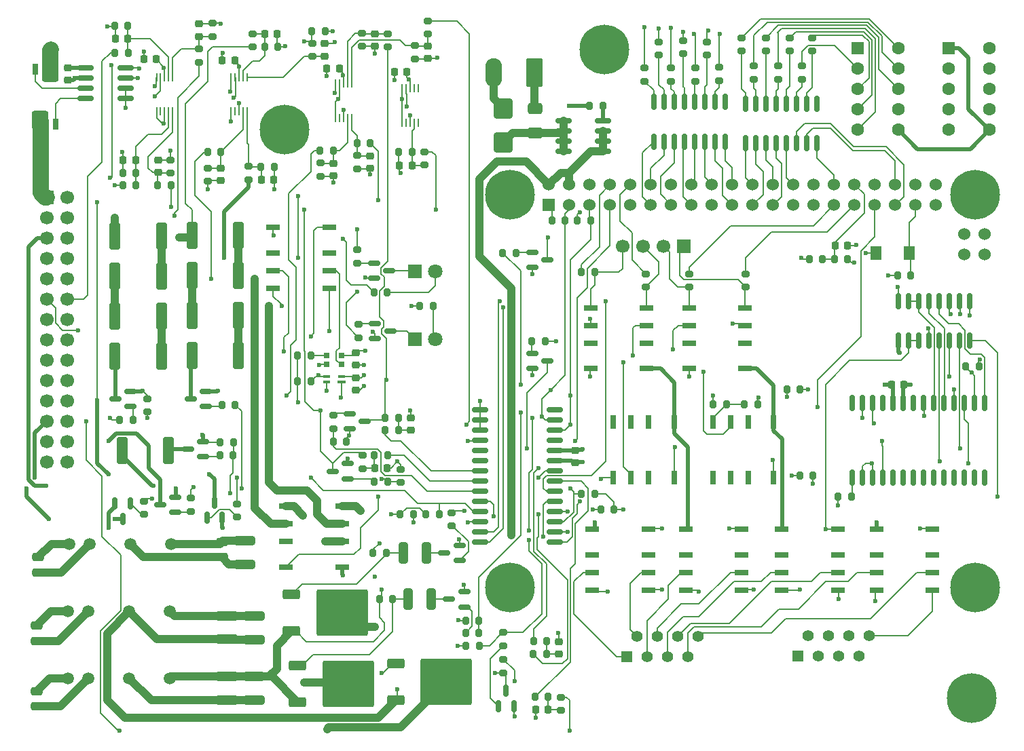
<source format=gbr>
%TF.GenerationSoftware,KiCad,Pcbnew,9.0.3*%
%TF.CreationDate,2025-11-25T20:19:51+01:00*%
%TF.ProjectId,playduino_sheep_tester,706c6179-6475-4696-9e6f-5f7368656570,rev?*%
%TF.SameCoordinates,Original*%
%TF.FileFunction,Copper,L1,Top*%
%TF.FilePolarity,Positive*%
%FSLAX46Y46*%
G04 Gerber Fmt 4.6, Leading zero omitted, Abs format (unit mm)*
G04 Created by KiCad (PCBNEW 9.0.3) date 2025-11-25 20:19:51*
%MOMM*%
%LPD*%
G01*
G04 APERTURE LIST*
G04 Aperture macros list*
%AMRoundRect*
0 Rectangle with rounded corners*
0 $1 Rounding radius*
0 $2 $3 $4 $5 $6 $7 $8 $9 X,Y pos of 4 corners*
0 Add a 4 corners polygon primitive as box body*
4,1,4,$2,$3,$4,$5,$6,$7,$8,$9,$2,$3,0*
0 Add four circle primitives for the rounded corners*
1,1,$1+$1,$2,$3*
1,1,$1+$1,$4,$5*
1,1,$1+$1,$6,$7*
1,1,$1+$1,$8,$9*
0 Add four rect primitives between the rounded corners*
20,1,$1+$1,$2,$3,$4,$5,0*
20,1,$1+$1,$4,$5,$6,$7,0*
20,1,$1+$1,$6,$7,$8,$9,0*
20,1,$1+$1,$8,$9,$2,$3,0*%
G04 Aperture macros list end*
%TA.AperFunction,SMDPad,CuDef*%
%ADD10RoundRect,0.200000X0.200000X0.275000X-0.200000X0.275000X-0.200000X-0.275000X0.200000X-0.275000X0*%
%TD*%
%TA.AperFunction,SMDPad,CuDef*%
%ADD11RoundRect,0.243600X0.771400X-0.901400X0.771400X0.901400X-0.771400X0.901400X-0.771400X-0.901400X0*%
%TD*%
%TA.AperFunction,SMDPad,CuDef*%
%ADD12RoundRect,0.091200X0.288800X-0.608800X0.288800X0.608800X-0.288800X0.608800X-0.288800X-0.608800X0*%
%TD*%
%TA.AperFunction,SMDPad,CuDef*%
%ADD13RoundRect,0.190000X0.190000X-0.510000X0.190000X0.510000X-0.190000X0.510000X-0.190000X-0.510000X0*%
%TD*%
%TA.AperFunction,ComponentPad*%
%ADD14RoundRect,0.249999X0.790001X1.550001X-0.790001X1.550001X-0.790001X-1.550001X0.790001X-1.550001X0*%
%TD*%
%TA.AperFunction,ComponentPad*%
%ADD15O,2.080000X3.600000*%
%TD*%
%TA.AperFunction,SMDPad,CuDef*%
%ADD16RoundRect,0.250000X-1.100000X0.325000X-1.100000X-0.325000X1.100000X-0.325000X1.100000X0.325000X0*%
%TD*%
%TA.AperFunction,SMDPad,CuDef*%
%ADD17RoundRect,0.200000X-0.200000X-0.275000X0.200000X-0.275000X0.200000X0.275000X-0.200000X0.275000X0*%
%TD*%
%TA.AperFunction,SMDPad,CuDef*%
%ADD18RoundRect,0.250000X-1.075000X0.312500X-1.075000X-0.312500X1.075000X-0.312500X1.075000X0.312500X0*%
%TD*%
%TA.AperFunction,ComponentPad*%
%ADD19C,6.200000*%
%TD*%
%TA.AperFunction,SMDPad,CuDef*%
%ADD20RoundRect,0.250000X-0.475000X0.250000X-0.475000X-0.250000X0.475000X-0.250000X0.475000X0.250000X0*%
%TD*%
%TA.AperFunction,SMDPad,CuDef*%
%ADD21RoundRect,0.200000X-0.275000X0.200000X-0.275000X-0.200000X0.275000X-0.200000X0.275000X0.200000X0*%
%TD*%
%TA.AperFunction,SMDPad,CuDef*%
%ADD22RoundRect,0.250000X0.425000X1.425000X-0.425000X1.425000X-0.425000X-1.425000X0.425000X-1.425000X0*%
%TD*%
%TA.AperFunction,SMDPad,CuDef*%
%ADD23RoundRect,0.150000X-0.587500X-0.150000X0.587500X-0.150000X0.587500X0.150000X-0.587500X0.150000X0*%
%TD*%
%TA.AperFunction,SMDPad,CuDef*%
%ADD24RoundRect,0.150000X0.825000X0.150000X-0.825000X0.150000X-0.825000X-0.150000X0.825000X-0.150000X0*%
%TD*%
%TA.AperFunction,SMDPad,CuDef*%
%ADD25RoundRect,0.250000X-0.312500X-1.075000X0.312500X-1.075000X0.312500X1.075000X-0.312500X1.075000X0*%
%TD*%
%TA.AperFunction,SMDPad,CuDef*%
%ADD26RoundRect,0.225000X0.225000X0.250000X-0.225000X0.250000X-0.225000X-0.250000X0.225000X-0.250000X0*%
%TD*%
%TA.AperFunction,SMDPad,CuDef*%
%ADD27RoundRect,0.150000X0.150000X-0.587500X0.150000X0.587500X-0.150000X0.587500X-0.150000X-0.587500X0*%
%TD*%
%TA.AperFunction,SMDPad,CuDef*%
%ADD28R,1.800000X0.800000*%
%TD*%
%TA.AperFunction,SMDPad,CuDef*%
%ADD29RoundRect,0.200000X0.275000X-0.200000X0.275000X0.200000X-0.275000X0.200000X-0.275000X-0.200000X0*%
%TD*%
%TA.AperFunction,SMDPad,CuDef*%
%ADD30RoundRect,0.150000X0.587500X0.150000X-0.587500X0.150000X-0.587500X-0.150000X0.587500X-0.150000X0*%
%TD*%
%TA.AperFunction,SMDPad,CuDef*%
%ADD31RoundRect,0.225000X-0.225000X-0.250000X0.225000X-0.250000X0.225000X0.250000X-0.225000X0.250000X0*%
%TD*%
%TA.AperFunction,ComponentPad*%
%ADD32R,1.700000X1.700000*%
%TD*%
%TA.AperFunction,ComponentPad*%
%ADD33C,1.700000*%
%TD*%
%TA.AperFunction,SMDPad,CuDef*%
%ADD34RoundRect,0.250000X-0.850000X-0.350000X0.850000X-0.350000X0.850000X0.350000X-0.850000X0.350000X0*%
%TD*%
%TA.AperFunction,SMDPad,CuDef*%
%ADD35RoundRect,0.249997X-2.950003X-2.650003X2.950003X-2.650003X2.950003X2.650003X-2.950003X2.650003X0*%
%TD*%
%TA.AperFunction,SMDPad,CuDef*%
%ADD36RoundRect,0.150000X-0.150000X0.587500X-0.150000X-0.587500X0.150000X-0.587500X0.150000X0.587500X0*%
%TD*%
%TA.AperFunction,SMDPad,CuDef*%
%ADD37R,0.250000X1.100000*%
%TD*%
%TA.AperFunction,ComponentPad*%
%ADD38R,1.800000X1.800000*%
%TD*%
%TA.AperFunction,ComponentPad*%
%ADD39C,1.800000*%
%TD*%
%TA.AperFunction,SMDPad,CuDef*%
%ADD40RoundRect,0.150000X-0.150000X0.875000X-0.150000X-0.875000X0.150000X-0.875000X0.150000X0.875000X0*%
%TD*%
%TA.AperFunction,SMDPad,CuDef*%
%ADD41RoundRect,0.225000X-0.250000X0.225000X-0.250000X-0.225000X0.250000X-0.225000X0.250000X0.225000X0*%
%TD*%
%TA.AperFunction,SMDPad,CuDef*%
%ADD42RoundRect,0.225000X0.250000X-0.225000X0.250000X0.225000X-0.250000X0.225000X-0.250000X-0.225000X0*%
%TD*%
%TA.AperFunction,SMDPad,CuDef*%
%ADD43R,0.800000X1.800000*%
%TD*%
%TA.AperFunction,SMDPad,CuDef*%
%ADD44RoundRect,0.250000X-0.650000X0.412500X-0.650000X-0.412500X0.650000X-0.412500X0.650000X0.412500X0*%
%TD*%
%TA.AperFunction,SMDPad,CuDef*%
%ADD45R,0.700000X0.700000*%
%TD*%
%TA.AperFunction,ComponentPad*%
%ADD46C,1.498600*%
%TD*%
%TA.AperFunction,ComponentPad*%
%ADD47R,1.398000X1.398000*%
%TD*%
%TA.AperFunction,ComponentPad*%
%ADD48C,1.398000*%
%TD*%
%TA.AperFunction,SMDPad,CuDef*%
%ADD49R,0.900000X0.350000*%
%TD*%
%TA.AperFunction,SMDPad,CuDef*%
%ADD50R,1.000000X0.350000*%
%TD*%
%TA.AperFunction,SMDPad,CuDef*%
%ADD51RoundRect,0.250000X-0.900000X1.000000X-0.900000X-1.000000X0.900000X-1.000000X0.900000X1.000000X0*%
%TD*%
%TA.AperFunction,SMDPad,CuDef*%
%ADD52RoundRect,0.150000X-0.150000X0.825000X-0.150000X-0.825000X0.150000X-0.825000X0.150000X0.825000X0*%
%TD*%
%TA.AperFunction,SMDPad,CuDef*%
%ADD53RoundRect,0.150000X0.150000X-0.825000X0.150000X0.825000X-0.150000X0.825000X-0.150000X-0.825000X0*%
%TD*%
%TA.AperFunction,SMDPad,CuDef*%
%ADD54RoundRect,0.250000X-0.425000X-1.425000X0.425000X-1.425000X0.425000X1.425000X-0.425000X1.425000X0*%
%TD*%
%TA.AperFunction,SMDPad,CuDef*%
%ADD55R,1.350000X1.800000*%
%TD*%
%TA.AperFunction,ComponentPad*%
%ADD56R,1.600000X1.600000*%
%TD*%
%TA.AperFunction,ComponentPad*%
%ADD57C,1.600000*%
%TD*%
%TA.AperFunction,SMDPad,CuDef*%
%ADD58RoundRect,0.150000X0.875000X0.150000X-0.875000X0.150000X-0.875000X-0.150000X0.875000X-0.150000X0*%
%TD*%
%TA.AperFunction,ComponentPad*%
%ADD59R,1.524000X1.524000*%
%TD*%
%TA.AperFunction,ComponentPad*%
%ADD60C,1.524000*%
%TD*%
%TA.AperFunction,ViaPad*%
%ADD61C,0.600000*%
%TD*%
%TA.AperFunction,Conductor*%
%ADD62C,0.200000*%
%TD*%
%TA.AperFunction,Conductor*%
%ADD63C,0.500000*%
%TD*%
%TA.AperFunction,Conductor*%
%ADD64C,1.000000*%
%TD*%
%TA.AperFunction,Conductor*%
%ADD65C,2.000000*%
%TD*%
G04 APERTURE END LIST*
D10*
%TO.P,R71,1*%
%TO.N,B1_U3*%
X141025000Y-86200000D03*
%TO.P,R71,2*%
%TO.N,Net-(Q15-G)*%
X139375000Y-86200000D03*
%TD*%
D11*
%TO.P,R8,1,1*%
%TO.N,TP1*%
X78060000Y-58620000D03*
D12*
%TO.P,R8,2,2*%
%TO.N,Net-(U11-IN+)*%
X79965000Y-59065000D03*
D13*
%TO.P,R8,3,3*%
%TO.N,Net-(U11-IN-)*%
X77425000Y-52205000D03*
D11*
%TO.P,R8,4,4*%
%TO.N,GND*%
X79330000Y-52650000D03*
%TD*%
D14*
%TO.P,J1,1,Pin_1*%
%TO.N,Net-(J1-Pin_1)*%
X139680000Y-52675000D03*
D15*
%TO.P,J1,2,Pin_2*%
%TO.N,GND*%
X134600000Y-52675000D03*
%TD*%
D16*
%TO.P,C12,1*%
%TO.N,60V*%
X101330000Y-128050000D03*
%TO.P,C12,2*%
%TO.N,Net-(U10-0V)*%
X101330000Y-131000000D03*
%TD*%
D17*
%TO.P,R104,1*%
%TO.N,GND*%
X126150000Y-107800000D03*
%TO.P,R104,2*%
%TO.N,A4_U2*%
X127800000Y-107800000D03*
%TD*%
D18*
%TO.P,R4,1*%
%TO.N,+12V*%
X103530000Y-111125000D03*
%TO.P,R4,2*%
%TO.N,GND*%
X103530000Y-114050000D03*
%TD*%
D19*
%TO.P,,S3,SHIELD*%
%TO.N,GND*%
X108551852Y-59757890D03*
%TD*%
D17*
%TO.P,R107,1*%
%TO.N,GND*%
X171181238Y-92169450D03*
%TO.P,R107,2*%
%TO.N,B3_U3*%
X172831238Y-92169450D03*
%TD*%
D10*
%TO.P,R69,1*%
%TO.N,Net-(K5-Pad4)*%
X163625000Y-94050000D03*
%TO.P,R69,2*%
%TO.N,+3V3*%
X161975000Y-94050000D03*
%TD*%
D17*
%TO.P,R48,1*%
%TO.N,60V*%
X120350000Y-118400000D03*
%TO.P,R48,2*%
%TO.N,Net-(Q10-G)*%
X122000000Y-118400000D03*
%TD*%
D20*
%TO.P,C8,1*%
%TO.N,+12V*%
X100730000Y-111250000D03*
%TO.P,C8,2*%
%TO.N,GND*%
X100730000Y-113150000D03*
%TD*%
D21*
%TO.P,R84,1*%
%TO.N,Net-(U15-D)*%
X158215000Y-48675000D03*
%TO.P,R84,2*%
%TO.N,Net-(U16-O4)*%
X158215000Y-50325000D03*
%TD*%
D22*
%TO.P,R42,1*%
%TO.N,Net-(R41-Pad2)*%
X102800000Y-87970000D03*
%TO.P,R42,2*%
%TO.N,Net-(Q4-D)*%
X97000000Y-87970000D03*
%TD*%
D23*
%TO.P,Q15,1,G*%
%TO.N,Net-(Q15-G)*%
X139455000Y-87700000D03*
%TO.P,Q15,2,S*%
%TO.N,GND*%
X139455000Y-89600000D03*
%TO.P,Q15,3,D*%
%TO.N,TP_GPIO32*%
X141330000Y-88650000D03*
%TD*%
D24*
%TO.P,U11,1,A1*%
%TO.N,GND*%
X88680000Y-55860000D03*
%TO.P,U11,2,A0*%
X88680000Y-54590000D03*
%TO.P,U11,3,SDA*%
%TO.N,SDA_PI*%
X88680000Y-53320000D03*
%TO.P,U11,4,SCL*%
%TO.N,SCL_PI*%
X88680000Y-52050000D03*
%TO.P,U11,5,VS*%
%TO.N,+3V3*%
X83730000Y-52050000D03*
%TO.P,U11,6,GND*%
%TO.N,GND*%
X83730000Y-53320000D03*
%TO.P,U11,7,IN-*%
%TO.N,Net-(U11-IN-)*%
X83730000Y-54590000D03*
%TO.P,U11,8,IN+*%
%TO.N,Net-(U11-IN+)*%
X83730000Y-55860000D03*
%TD*%
D25*
%TO.P,R96,1*%
%TO.N,Net-(Q10-G)*%
X123937500Y-118400000D03*
%TO.P,R96,2*%
%TO.N,Net-(Q9-D)*%
X126862500Y-118400000D03*
%TD*%
D10*
%TO.P,R62,1*%
%TO.N,B7_U2*%
X121365418Y-103703186D03*
%TO.P,R62,2*%
%TO.N,Net-(Q12-G)*%
X119715418Y-103703186D03*
%TD*%
D21*
%TO.P,R93,1*%
%TO.N,Net-(U14-E)*%
X171545000Y-48327500D03*
%TO.P,R93,2*%
%TO.N,Net-(U17-O5)*%
X171545000Y-49977500D03*
%TD*%
D26*
%TO.P,C18,1*%
%TO.N,AIN3_U4*%
X88993041Y-48400000D03*
%TO.P,C18,2*%
%TO.N,GND*%
X87443041Y-48400000D03*
%TD*%
D27*
%TO.P,Q8,1,G*%
%TO.N,Net-(Q8-G)*%
X135212923Y-131712628D03*
%TO.P,Q8,2,S*%
%TO.N,GND*%
X137112923Y-131712628D03*
%TO.P,Q8,3,D*%
%TO.N,Net-(Q6-G)*%
X136162923Y-129837628D03*
%TD*%
D28*
%TO.P,K8,1*%
%TO.N,+5V*%
X158530000Y-109635000D03*
%TO.P,K8,2*%
%TO.N,unconnected-(K8-Pad2)*%
X158530000Y-112835000D03*
%TO.P,K8,3*%
%TO.N,Net-(J5-Pad3)*%
X158530000Y-115035000D03*
%TO.P,K8,4*%
%TO.N,Net-(J4-Pad3)*%
X158530000Y-117235000D03*
%TO.P,K8,5*%
%TO.N,Net-(J4-Pad4)*%
X165530000Y-117235000D03*
%TO.P,K8,6*%
%TO.N,Net-(J5-Pad4)*%
X165530000Y-115035000D03*
%TO.P,K8,7*%
%TO.N,unconnected-(K8-Pad7)*%
X165530000Y-112835000D03*
%TO.P,K8,8*%
%TO.N,B5_U3_U12*%
X165530000Y-109635000D03*
%TD*%
D29*
%TO.P,R14,1*%
%TO.N,TP5*%
X97877316Y-51391728D03*
%TO.P,R14,2*%
%TO.N,AIN2_U4*%
X97877316Y-49741728D03*
%TD*%
D30*
%TO.P,Q2,1,G*%
%TO.N,Net-(Q2-G)*%
X98345000Y-100609639D03*
%TO.P,Q2,2,S*%
%TO.N,GND*%
X98345000Y-98709639D03*
%TO.P,Q2,3,D*%
%TO.N,Net-(Q2-D)*%
X96470000Y-99659639D03*
%TD*%
D21*
%TO.P,R83,1*%
%TO.N,Net-(U15-C)*%
X156715000Y-52075000D03*
%TO.P,R83,2*%
%TO.N,Net-(U16-O3)*%
X156715000Y-53725000D03*
%TD*%
D10*
%TO.P,R54,1*%
%TO.N,Net-(C28-Pad1)*%
X122739435Y-97295983D03*
%TO.P,R54,2*%
%TO.N,A0_U2*%
X121089435Y-97295983D03*
%TD*%
D21*
%TO.P,R50,1*%
%TO.N,TP11*%
X142969158Y-130606229D03*
%TO.P,R50,2*%
%TO.N,Net-(C26-Pad1)*%
X142969158Y-132256229D03*
%TD*%
D31*
%TO.P,C14,1*%
%TO.N,#ADAPTER_CLOSED*%
X177180000Y-74250000D03*
%TO.P,C14,2*%
%TO.N,GND*%
X178730000Y-74250000D03*
%TD*%
D28*
%TO.P,K1,1*%
%TO.N,+5V*%
X115700000Y-114400000D03*
%TO.P,K1,2*%
%TO.N,Net-(Q6-D)*%
X115700000Y-111200000D03*
%TO.P,K1,3*%
%TO.N,TP6*%
X115700000Y-109000000D03*
%TO.P,K1,4*%
%TO.N,Net-(Q5-D)*%
X115700000Y-106800000D03*
%TO.P,K1,5*%
%TO.N,Net-(Q10-D)*%
X108700000Y-106800000D03*
%TO.P,K1,6*%
%TO.N,TP7*%
X108700000Y-109000000D03*
%TO.P,K1,7*%
%TO.N,unconnected-(K1-Pad7)*%
X108700000Y-111200000D03*
%TO.P,K1,8*%
%TO.N,B5_U2_U12*%
X108700000Y-114400000D03*
%TD*%
D17*
%TO.P,R2,1*%
%TO.N,+3V3*%
X145058789Y-71150491D03*
%TO.P,R2,2*%
%TO.N,SCL_PI*%
X146708789Y-71150491D03*
%TD*%
D21*
%TO.P,R19,1*%
%TO.N,AIN0_U5*%
X98995753Y-64564082D03*
%TO.P,R19,2*%
%TO.N,GND*%
X98995753Y-66214082D03*
%TD*%
D26*
%TO.P,C15,1*%
%TO.N,AIN0_U4*%
X89969357Y-63628351D03*
%TO.P,C15,2*%
%TO.N,GND*%
X88419357Y-63628351D03*
%TD*%
D21*
%TO.P,R89,1*%
%TO.N,Net-(U14-D)*%
X170045000Y-51827500D03*
%TO.P,R89,2*%
%TO.N,Net-(U17-O4)*%
X170045000Y-53477500D03*
%TD*%
D32*
%TO.P,J2,1,Pin_1*%
%TO.N,TP1*%
X78860000Y-68210000D03*
D33*
%TO.P,J2,2,Pin_2*%
%TO.N,TP2*%
X81400000Y-68210000D03*
%TO.P,J2,3,Pin_3*%
%TO.N,TP3*%
X78860000Y-70750000D03*
%TO.P,J2,4,Pin_4*%
%TO.N,TP5*%
X81400000Y-70750000D03*
%TO.P,J2,5,Pin_5*%
%TO.N,TP4*%
X78860000Y-73290000D03*
%TO.P,J2,6,Pin_6*%
%TO.N,TP10*%
X81400000Y-73290000D03*
%TO.P,J2,7,Pin_7*%
%TO.N,TP_GPIO36*%
X78860000Y-75830000D03*
%TO.P,J2,8,Pin_8*%
%TO.N,TP8*%
X81400000Y-75830000D03*
%TO.P,J2,9,Pin_9*%
%TO.N,TP9*%
X78860000Y-78370000D03*
%TO.P,J2,10,Pin_10*%
%TO.N,TP7*%
X81400000Y-78370000D03*
%TO.P,J2,11,Pin_11*%
%TO.N,TP24*%
X78860000Y-80910000D03*
%TO.P,J2,12,Pin_12*%
%TO.N,TP6*%
X81400000Y-80910000D03*
%TO.P,J2,13,Pin_13*%
%TO.N,TP13*%
X78860000Y-83450000D03*
%TO.P,J2,14,Pin_14*%
%TO.N,TP14*%
X81400000Y-83450000D03*
%TO.P,J2,15,Pin_15*%
%TO.N,TP15*%
X78860000Y-85990000D03*
%TO.P,J2,16,Pin_16*%
%TO.N,TP16*%
X81400000Y-85990000D03*
%TO.P,J2,17,Pin_17*%
%TO.N,TP17*%
X78860000Y-88530000D03*
%TO.P,J2,18,Pin_18*%
%TO.N,TP18*%
X81400000Y-88530000D03*
%TO.P,J2,19,Pin_19*%
%TO.N,TP19*%
X78860000Y-91070000D03*
%TO.P,J2,20,Pin_20*%
%TO.N,TP20*%
X81400000Y-91070000D03*
%TO.P,J2,21,Pin_21*%
%TO.N,TP21*%
X78860000Y-93610000D03*
%TO.P,J2,22,Pin_22*%
%TO.N,TP22*%
X81400000Y-93610000D03*
%TO.P,J2,23,Pin_23*%
%TO.N,TP23*%
X78860000Y-96150000D03*
%TO.P,J2,24,Pin_24*%
%TO.N,TP11*%
X81400000Y-96150000D03*
%TO.P,J2,25,Pin_25*%
%TO.N,TP_GPIO32*%
X78860000Y-98690000D03*
%TO.P,J2,26,Pin_26*%
%TO.N,TP_GPIO16*%
X81400000Y-98690000D03*
%TO.P,J2,27,Pin_27*%
%TO.N,unconnected-(J2-Pin_27-Pad27)*%
X78860000Y-101230000D03*
%TO.P,J2,28,Pin_28*%
%TO.N,TP12*%
X81400000Y-101230000D03*
%TD*%
D29*
%TO.P,R78,1*%
%TO.N,LED_BAD*%
X117762573Y-85742289D03*
%TO.P,R78,2*%
%TO.N,Net-(Q19-G)*%
X117762573Y-84092289D03*
%TD*%
D34*
%TO.P,Q5,1,G*%
%TO.N,Net-(Q5-G)*%
X109400000Y-117792500D03*
D35*
%TO.P,Q5,2,D*%
%TO.N,Net-(Q5-D)*%
X115700000Y-120072500D03*
D34*
%TO.P,Q5,3,S*%
%TO.N,60V*%
X109400000Y-122352500D03*
%TD*%
D17*
%TO.P,R56,1*%
%TO.N,Net-(C29-Pad1)*%
X119743579Y-100460261D03*
%TO.P,R56,2*%
%TO.N,A1_U2*%
X121393579Y-100460261D03*
%TD*%
D30*
%TO.P,Q3,1,G*%
%TO.N,Net-(Q3-G)*%
X89312500Y-94350000D03*
%TO.P,Q3,2,S*%
%TO.N,GND*%
X89312500Y-92450000D03*
%TO.P,Q3,3,D*%
%TO.N,Net-(Q3-D)*%
X87437500Y-93400000D03*
%TD*%
D17*
%TO.P,R95,1*%
%TO.N,+3V3*%
X184975000Y-78000000D03*
%TO.P,R95,2*%
%TO.N,Net-(U1-GPIO26)*%
X186625000Y-78000000D03*
%TD*%
D23*
%TO.P,Q19,1,G*%
%TO.N,Net-(Q19-G)*%
X119826735Y-83987268D03*
%TO.P,Q19,2,S*%
%TO.N,GND*%
X119826735Y-85887268D03*
%TO.P,Q19,3,D*%
%TO.N,Net-(D4-K)*%
X121701735Y-84937268D03*
%TD*%
D36*
%TO.P,Q14,1,G*%
%TO.N,Net-(Q14-G)*%
X89300000Y-106462500D03*
%TO.P,Q14,2,S*%
%TO.N,TP1*%
X87400000Y-106462500D03*
%TO.P,Q14,3,D*%
%TO.N,TP23*%
X88350000Y-108337500D03*
%TD*%
D28*
%TO.P,K3,1*%
%TO.N,+5V*%
X153690857Y-89619229D03*
%TO.P,K3,2*%
%TO.N,unconnected-(K3-Pad2)*%
X153690857Y-86419229D03*
%TO.P,K3,3*%
%TO.N,TP15*%
X153690857Y-84219229D03*
%TO.P,K3,4*%
%TO.N,Net-(J3-Pin_3)*%
X153690857Y-82019229D03*
%TO.P,K3,5*%
%TO.N,Net-(J3-Pin_4)*%
X146690857Y-82019229D03*
%TO.P,K3,6*%
%TO.N,TP14*%
X146690857Y-84219229D03*
%TO.P,K3,7*%
%TO.N,unconnected-(K3-Pad7)*%
X146690857Y-86419229D03*
%TO.P,K3,8*%
%TO.N,A7_U2_U12*%
X146690857Y-89619229D03*
%TD*%
D37*
%TO.P,U4,1,ADDR*%
%TO.N,GND*%
X92577953Y-57521795D03*
%TO.P,U4,2,ALERT/RDY*%
%TO.N,unconnected-(U4-ALERT{slash}RDY-Pad2)*%
X93077953Y-57521795D03*
%TO.P,U4,3,GND*%
%TO.N,GND*%
X93577953Y-57521795D03*
%TO.P,U4,4,AIN0*%
%TO.N,AIN0_U4*%
X94077953Y-57521795D03*
%TO.P,U4,5,AIN1*%
%TO.N,AIN1_U4*%
X94577953Y-57521795D03*
%TO.P,U4,6,AIN2*%
%TO.N,AIN2_U4*%
X94577953Y-53221795D03*
%TO.P,U4,7,AIN3*%
%TO.N,AIN3_U4*%
X94077953Y-53221795D03*
%TO.P,U4,8,VDD*%
%TO.N,+3V3*%
X93577953Y-53221795D03*
%TO.P,U4,9,SDA*%
%TO.N,SDA_PI*%
X93077953Y-53221795D03*
%TO.P,U4,10,SCL*%
%TO.N,SCL_PI*%
X92577953Y-53221795D03*
%TD*%
D17*
%TO.P,R111,1*%
%TO.N,+3V3*%
X177550000Y-105600000D03*
%TO.P,R111,2*%
%TO.N,Net-(U3-A0)*%
X179200000Y-105600000D03*
%TD*%
D10*
%TO.P,R33,1*%
%TO.N,B0_U2*%
X102120000Y-100459639D03*
%TO.P,R33,2*%
%TO.N,Net-(Q2-G)*%
X100470000Y-100459639D03*
%TD*%
D21*
%TO.P,R44,1*%
%TO.N,+12V*%
X135837923Y-125910128D03*
%TO.P,R44,2*%
%TO.N,Net-(Q6-G)*%
X135837923Y-127560128D03*
%TD*%
%TO.P,R64,1*%
%TO.N,A5_U2*%
X91000000Y-106156204D03*
%TO.P,R64,2*%
%TO.N,Net-(Q14-G)*%
X91000000Y-107806204D03*
%TD*%
D30*
%TO.P,Q7,1,G*%
%TO.N,Net-(Q7-G)*%
X130337500Y-113550000D03*
%TO.P,Q7,2,S*%
%TO.N,GND*%
X130337500Y-111650000D03*
%TO.P,Q7,3,D*%
%TO.N,Net-(Q7-D)*%
X128462500Y-112600000D03*
%TD*%
D29*
%TO.P,R13,1*%
%TO.N,AIN1_U4*%
X94326649Y-65200000D03*
%TO.P,R13,2*%
%TO.N,GND*%
X94326649Y-63550000D03*
%TD*%
D17*
%TO.P,R53,1*%
%TO.N,TP20*%
X121073959Y-95722257D03*
%TO.P,R53,2*%
%TO.N,Net-(C28-Pad1)*%
X122723959Y-95722257D03*
%TD*%
D38*
%TO.P,D3,1,K*%
%TO.N,Net-(D3-K)*%
X124800000Y-77450000D03*
D39*
%TO.P,D3,2,A*%
%TO.N,Net-(D3-A)*%
X127340000Y-77450000D03*
%TD*%
D17*
%TO.P,R1,1*%
%TO.N,+3V3*%
X141880000Y-71140000D03*
%TO.P,R1,2*%
%TO.N,SDA_PI*%
X143530000Y-71140000D03*
%TD*%
D40*
%TO.P,U3,1,GPB0*%
%TO.N,B0_U3*%
X195854170Y-93924543D03*
%TO.P,U3,2,GPB1*%
%TO.N,B1_U3*%
X194584170Y-93924543D03*
%TO.P,U3,3,GPB2*%
%TO.N,B2_U3*%
X193314170Y-93924543D03*
%TO.P,U3,4,GPB3*%
%TO.N,B3_U3*%
X192044170Y-93924543D03*
%TO.P,U3,5,GPB4*%
%TO.N,B4_U3*%
X190774170Y-93924543D03*
%TO.P,U3,6,GPB5*%
%TO.N,B5_U3*%
X189504170Y-93924543D03*
%TO.P,U3,7,GPB6*%
%TO.N,B6_U3*%
X188234170Y-93924543D03*
%TO.P,U3,8,GPB7*%
%TO.N,unconnected-(U3-GPB7-Pad8)*%
X186964170Y-93924543D03*
%TO.P,U3,9,VDD*%
%TO.N,+3V3*%
X185694170Y-93924543D03*
%TO.P,U3,10,VSS*%
%TO.N,GND*%
X184424170Y-93924543D03*
%TO.P,U3,11,NC*%
%TO.N,unconnected-(U3-NC-Pad11)*%
X183154170Y-93924543D03*
%TO.P,U3,12,SCK*%
%TO.N,SCL_PI*%
X181884170Y-93924543D03*
%TO.P,U3,13,SDA*%
%TO.N,SDA_PI*%
X180614170Y-93924543D03*
%TO.P,U3,14,NC*%
%TO.N,unconnected-(U3-NC-Pad14)*%
X179344170Y-93924543D03*
%TO.P,U3,15,A0*%
%TO.N,Net-(U3-A0)*%
X179344170Y-103224543D03*
%TO.P,U3,16,A1*%
%TO.N,GND*%
X180614170Y-103224543D03*
%TO.P,U3,17,A2*%
X181884170Y-103224543D03*
%TO.P,U3,18,~{RESET}*%
%TO.N,MCP23017_#RESET*%
X183154170Y-103224543D03*
%TO.P,U3,19,INTB*%
%TO.N,unconnected-(U3-INTB-Pad19)*%
X184424170Y-103224543D03*
%TO.P,U3,20,INTA*%
%TO.N,unconnected-(U3-INTA-Pad20)*%
X185694170Y-103224543D03*
%TO.P,U3,21,GPA0*%
%TO.N,unconnected-(U3-GPA0-Pad21)*%
X186964170Y-103224543D03*
%TO.P,U3,22,GPA1*%
%TO.N,unconnected-(U3-GPA1-Pad22)*%
X188234170Y-103224543D03*
%TO.P,U3,23,GPA2*%
%TO.N,unconnected-(U3-GPA2-Pad23)*%
X189504170Y-103224543D03*
%TO.P,U3,24,GPA3*%
%TO.N,unconnected-(U3-GPA3-Pad24)*%
X190774170Y-103224543D03*
%TO.P,U3,25,GPA4*%
%TO.N,unconnected-(U3-GPA4-Pad25)*%
X192044170Y-103224543D03*
%TO.P,U3,26,GPA5*%
%TO.N,unconnected-(U3-GPA5-Pad26)*%
X193314170Y-103224543D03*
%TO.P,U3,27,GPA6*%
%TO.N,unconnected-(U3-GPA6-Pad27)*%
X194584170Y-103224543D03*
%TO.P,U3,28,GPA7*%
%TO.N,unconnected-(U3-GPA7-Pad28)*%
X195854170Y-103224543D03*
%TD*%
D21*
%TO.P,R28,1*%
%TO.N,AIN1_U6*%
X117600000Y-63000000D03*
%TO.P,R28,2*%
%TO.N,GND*%
X117600000Y-64650000D03*
%TD*%
%TO.P,R60,1*%
%TO.N,TP21*%
X125986450Y-62530388D03*
%TO.P,R60,2*%
%TO.N,AIN0_U7*%
X125986450Y-64180388D03*
%TD*%
%TO.P,R72,1*%
%TO.N,B2_U3*%
X96861753Y-105783115D03*
%TO.P,R72,2*%
%TO.N,Net-(Q16-G)*%
X96861753Y-107433115D03*
%TD*%
D41*
%TO.P,C33,1*%
%TO.N,+3V3*%
X117449499Y-90734977D03*
%TO.P,C33,2*%
%TO.N,GND*%
X117449499Y-92284977D03*
%TD*%
D31*
%TO.P,C22,1*%
%TO.N,AIN3_U5*%
X106084277Y-47850886D03*
%TO.P,C22,2*%
%TO.N,GND*%
X107634277Y-47850886D03*
%TD*%
D22*
%TO.P,R36,1*%
%TO.N,Net-(R34-Pad2)*%
X93200000Y-78041037D03*
%TO.P,R36,2*%
%TO.N,Net-(R36-Pad2)*%
X87400000Y-78041037D03*
%TD*%
D21*
%TO.P,R81,1*%
%TO.N,Net-(U15-A)*%
X153445000Y-52075000D03*
%TO.P,R81,2*%
%TO.N,Net-(U16-O1)*%
X153445000Y-53725000D03*
%TD*%
D17*
%TO.P,R49,1*%
%TO.N,TP12*%
X139575000Y-123650000D03*
%TO.P,R49,2*%
%TO.N,Net-(C27-Pad1)*%
X141225000Y-123650000D03*
%TD*%
D41*
%TO.P,C19,1*%
%TO.N,AIN0_U5*%
X100600000Y-64600000D03*
%TO.P,C19,2*%
%TO.N,GND*%
X100600000Y-66150000D03*
%TD*%
%TO.P,C24,1*%
%TO.N,AIN1_U6*%
X119183597Y-63040914D03*
%TO.P,C24,2*%
%TO.N,GND*%
X119183597Y-64590914D03*
%TD*%
D26*
%TO.P,C4,1*%
%TO.N,+3V3*%
X102312135Y-51175940D03*
%TO.P,C4,2*%
%TO.N,GND*%
X100762135Y-51175940D03*
%TD*%
D10*
%TO.P,R17,1*%
%TO.N,AIN3_U4*%
X89017041Y-46815375D03*
%TO.P,R17,2*%
%TO.N,GND*%
X87367041Y-46815375D03*
%TD*%
D26*
%TO.P,C31,1*%
%TO.N,AIN0_U7*%
X124424132Y-64248982D03*
%TO.P,C31,2*%
%TO.N,GND*%
X122874132Y-64248982D03*
%TD*%
D21*
%TO.P,R68,1*%
%TO.N,ESP_EN_PI*%
X166000000Y-77775000D03*
%TO.P,R68,2*%
%TO.N,Net-(J3-Pin_1)*%
X166000000Y-79425000D03*
%TD*%
D17*
%TO.P,R65,1*%
%TO.N,ESP_RXD_PI*%
X145575000Y-77600000D03*
%TO.P,R65,2*%
%TO.N,Net-(J3-Pin_4)*%
X147225000Y-77600000D03*
%TD*%
D37*
%TO.P,U6,1,ADDR*%
%TO.N,SDA_PI*%
X114880000Y-58350000D03*
%TO.P,U6,2,ALERT/RDY*%
%TO.N,unconnected-(U6-ALERT{slash}RDY-Pad2)*%
X115380000Y-58350000D03*
%TO.P,U6,3,GND*%
%TO.N,GND*%
X115880000Y-58350000D03*
%TO.P,U6,4,AIN0*%
%TO.N,AIN0_U6*%
X116380000Y-58350000D03*
%TO.P,U6,5,AIN1*%
%TO.N,AIN1_U6*%
X116880000Y-58350000D03*
%TO.P,U6,6,AIN2*%
%TO.N,AIN2_U6*%
X116880000Y-54050000D03*
%TO.P,U6,7,AIN3*%
%TO.N,AIN3_U6*%
X116380000Y-54050000D03*
%TO.P,U6,8,VDD*%
%TO.N,+3V3*%
X115880000Y-54050000D03*
%TO.P,U6,9,SDA*%
%TO.N,SDA_PI*%
X115380000Y-54050000D03*
%TO.P,U6,10,SCL*%
%TO.N,SCL_PI*%
X114880000Y-54050000D03*
%TD*%
D42*
%TO.P,C16,1*%
%TO.N,AIN1_U4*%
X92750644Y-65150644D03*
%TO.P,C16,2*%
%TO.N,GND*%
X92750644Y-63600644D03*
%TD*%
D41*
%TO.P,C13,1*%
%TO.N,+3V3*%
X81530000Y-52040000D03*
%TO.P,C13,2*%
%TO.N,GND*%
X81530000Y-53590000D03*
%TD*%
D30*
%TO.P,Q9,1,G*%
%TO.N,Net-(Q9-G)*%
X130937500Y-119350000D03*
%TO.P,Q9,2,S*%
%TO.N,GND*%
X130937500Y-117450000D03*
%TO.P,Q9,3,D*%
%TO.N,Net-(Q9-D)*%
X129062500Y-118400000D03*
%TD*%
D17*
%TO.P,R11,1*%
%TO.N,TP3*%
X88383594Y-66747746D03*
%TO.P,R11,2*%
%TO.N,AIN0_U4*%
X90033594Y-66747746D03*
%TD*%
D43*
%TO.P,K5,1*%
%TO.N,+5V*%
X169530000Y-96250000D03*
%TO.P,K5,2*%
%TO.N,unconnected-(K5-Pad2)*%
X166330000Y-96250000D03*
%TO.P,K5,3*%
%TO.N,TP17*%
X164130000Y-96250000D03*
%TO.P,K5,4*%
%TO.N,Net-(K5-Pad4)*%
X161930000Y-96250000D03*
%TO.P,K5,5*%
%TO.N,unconnected-(K5-Pad5)*%
X161930000Y-103250000D03*
%TO.P,K5,6*%
%TO.N,unconnected-(K5-Pad6)*%
X164130000Y-103250000D03*
%TO.P,K5,7*%
%TO.N,unconnected-(K5-Pad7)*%
X166330000Y-103250000D03*
%TO.P,K5,8*%
%TO.N,B0_U3_U12*%
X169530000Y-103250000D03*
%TD*%
D18*
%TO.P,R3,1*%
%TO.N,Net-(U10-0V)*%
X104730000Y-120525000D03*
%TO.P,R3,2*%
%TO.N,+12V*%
X104730000Y-123450000D03*
%TD*%
D44*
%TO.P,F1,1*%
%TO.N,Net-(J1-Pin_1)*%
X139800000Y-57112500D03*
%TO.P,F1,2*%
%TO.N,Net-(D1-A2)*%
X139800000Y-60237500D03*
%TD*%
D45*
%TO.P,D2,1,DO*%
%TO.N,Net-(D2-DO)*%
X113803380Y-88000000D03*
%TO.P,D2,2,GND*%
%TO.N,GND*%
X113803380Y-89100000D03*
%TO.P,D2,3,DI*%
%TO.N,Net-(D2-DI)*%
X115633380Y-89100000D03*
%TO.P,D2,4,VDD*%
%TO.N,Net-(D2-VDD)*%
X115633380Y-88000000D03*
%TD*%
D21*
%TO.P,R26,1*%
%TO.N,AIN0_U6*%
X113041066Y-63943922D03*
%TO.P,R26,2*%
%TO.N,GND*%
X113041066Y-65593922D03*
%TD*%
%TO.P,R92,1*%
%TO.N,Net-(U14-C)*%
X168545000Y-48327500D03*
%TO.P,R92,2*%
%TO.N,Net-(U17-O3)*%
X168545000Y-49977500D03*
%TD*%
D22*
%TO.P,R38,1*%
%TO.N,Net-(R37-Pad2)*%
X93200000Y-88021037D03*
%TO.P,R38,2*%
%TO.N,Net-(Q3-D)*%
X87400000Y-88021037D03*
%TD*%
D21*
%TO.P,R46,1*%
%TO.N,B4_U2*%
X135800000Y-122550000D03*
%TO.P,R46,2*%
%TO.N,Net-(Q8-G)*%
X135800000Y-124200000D03*
%TD*%
%TO.P,R67,1*%
%TO.N,ESP_BOOT_PI*%
X159000000Y-77775000D03*
%TO.P,R67,2*%
%TO.N,Net-(J3-Pin_2)*%
X159000000Y-79425000D03*
%TD*%
D28*
%TO.P,K10,1*%
%TO.N,+5V*%
X182330000Y-109650000D03*
%TO.P,K10,2*%
%TO.N,unconnected-(K10-Pad2)*%
X182330000Y-112850000D03*
%TO.P,K10,3*%
%TO.N,Net-(J5-Pad7)*%
X182330000Y-115050000D03*
%TO.P,K10,4*%
%TO.N,Net-(J4-Pad7)*%
X182330000Y-117250000D03*
%TO.P,K10,5*%
%TO.N,Net-(J4-Pad8)*%
X189330000Y-117250000D03*
%TO.P,K10,6*%
%TO.N,Net-(J5-Pad8)*%
X189330000Y-115050000D03*
%TO.P,K10,7*%
%TO.N,unconnected-(K10-Pad7)*%
X189330000Y-112850000D03*
%TO.P,K10,8*%
%TO.N,B5_U3_U12*%
X189330000Y-109650000D03*
%TD*%
D46*
%TO.P,U8,1,VIN*%
%TO.N,+5V*%
X81690000Y-111501687D03*
%TO.P,U8,2,GND*%
%TO.N,GND*%
X84230000Y-111501687D03*
%TO.P,U8,4,0V*%
X89310000Y-111501687D03*
%TO.P,U8,6,+VO*%
%TO.N,+12V*%
X94390000Y-111501687D03*
%TD*%
D26*
%TO.P,C5,1*%
%TO.N,+3V3*%
X115375000Y-52200000D03*
%TO.P,C5,2*%
%TO.N,GND*%
X113825000Y-52200000D03*
%TD*%
D30*
%TO.P,Q4,1,G*%
%TO.N,Net-(Q4-G)*%
X98754367Y-94334005D03*
%TO.P,Q4,2,S*%
%TO.N,GND*%
X98754367Y-92434005D03*
%TO.P,Q4,3,D*%
%TO.N,Net-(Q4-D)*%
X96879367Y-93384005D03*
%TD*%
D10*
%TO.P,R51,1*%
%TO.N,Net-(C26-Pad1)*%
X141425000Y-130600000D03*
%TO.P,R51,2*%
%TO.N,B6_U2*%
X139775000Y-130600000D03*
%TD*%
D42*
%TO.P,C27,1*%
%TO.N,Net-(C27-Pad1)*%
X142752105Y-125227270D03*
%TO.P,C27,2*%
%TO.N,GND*%
X142752105Y-123677270D03*
%TD*%
D46*
%TO.P,U9,1,VIN*%
%TO.N,+5V*%
X81532081Y-119900787D03*
%TO.P,U9,2,GND*%
%TO.N,GND*%
X84072081Y-119900787D03*
%TO.P,U9,4,0V*%
%TO.N,+12V*%
X89152081Y-119900787D03*
%TO.P,U9,6,+VO*%
%TO.N,Net-(U10-0V)*%
X94232081Y-119900787D03*
%TD*%
D23*
%TO.P,Q18,1,G*%
%TO.N,Net-(Q18-G)*%
X119725000Y-76427273D03*
%TO.P,Q18,2,S*%
%TO.N,GND*%
X119725000Y-78327273D03*
%TO.P,Q18,3,D*%
%TO.N,Net-(D3-K)*%
X121600000Y-77377273D03*
%TD*%
D21*
%TO.P,R82,1*%
%TO.N,Net-(U15-B)*%
X155215000Y-48825000D03*
%TO.P,R82,2*%
%TO.N,Net-(U16-O2)*%
X155215000Y-50475000D03*
%TD*%
D23*
%TO.P,Q11,1,G*%
%TO.N,Net-(Q11-G)*%
X116651325Y-95250000D03*
%TO.P,Q11,2,S*%
%TO.N,GND*%
X116651325Y-97150000D03*
%TO.P,Q11,3,D*%
%TO.N,TP20*%
X118526325Y-96200000D03*
%TD*%
D42*
%TO.P,C21,1*%
%TO.N,AIN2_U5*%
X113565546Y-50598533D03*
%TO.P,C21,2*%
%TO.N,GND*%
X113565546Y-49048533D03*
%TD*%
D29*
%TO.P,R76,1*%
%TO.N,AIN2_U5*%
X112000000Y-50650000D03*
%TO.P,R76,2*%
%TO.N,TP9*%
X112000000Y-49000000D03*
%TD*%
D20*
%TO.P,C7,1*%
%TO.N,+5V*%
X77830000Y-113150000D03*
%TO.P,C7,2*%
%TO.N,GND*%
X77830000Y-115050000D03*
%TD*%
D19*
%TO.P,,S3,SHIELD*%
%TO.N,GND*%
X148401623Y-49792532D03*
%TD*%
D34*
%TO.P,Q6,1,G*%
%TO.N,Net-(Q6-G)*%
X122425000Y-126445000D03*
D35*
%TO.P,Q6,2,D*%
%TO.N,Net-(Q6-D)*%
X128725000Y-128725000D03*
D34*
%TO.P,Q6,3,S*%
%TO.N,+12V*%
X122425000Y-131005000D03*
%TD*%
D10*
%TO.P,R101,1*%
%TO.N,GND*%
X116266360Y-98726195D03*
%TO.P,R101,2*%
%TO.N,A2_U2*%
X114616360Y-98726195D03*
%TD*%
D25*
%TO.P,R97,1*%
%TO.N,Net-(Q5-G)*%
X123337500Y-112600000D03*
%TO.P,R97,2*%
%TO.N,Net-(Q7-D)*%
X126262500Y-112600000D03*
%TD*%
D47*
%TO.P,J4,1,1*%
%TO.N,Net-(J4-Pad1)*%
X172570000Y-125500000D03*
D48*
%TO.P,J4,2,2*%
%TO.N,Net-(J4-Pad2)*%
X173840000Y-122960000D03*
%TO.P,J4,3,3*%
%TO.N,Net-(J4-Pad3)*%
X175110000Y-125500000D03*
%TO.P,J4,4,4*%
%TO.N,Net-(J4-Pad4)*%
X176380000Y-122960000D03*
%TO.P,J4,5,5*%
%TO.N,Net-(J4-Pad5)*%
X177650000Y-125500000D03*
%TO.P,J4,6,6*%
%TO.N,Net-(J4-Pad6)*%
X178920000Y-122960000D03*
%TO.P,J4,7,7*%
%TO.N,Net-(J4-Pad7)*%
X180190000Y-125500000D03*
%TO.P,J4,8,8*%
%TO.N,Net-(J4-Pad8)*%
X181460000Y-122960000D03*
%TD*%
D41*
%TO.P,C25,1*%
%TO.N,AIN2_U6*%
X126409444Y-49344010D03*
%TO.P,C25,2*%
%TO.N,GND*%
X126409444Y-50894010D03*
%TD*%
D10*
%TO.P,R61,1*%
%TO.N,AIN0_U7*%
X124450000Y-62600000D03*
%TO.P,R61,2*%
%TO.N,GND*%
X122800000Y-62600000D03*
%TD*%
D17*
%TO.P,R99,1*%
%TO.N,GND*%
X131105914Y-121072343D03*
%TO.P,R99,2*%
%TO.N,B6_U3*%
X132755914Y-121072343D03*
%TD*%
D21*
%TO.P,R85,1*%
%TO.N,Net-(U15-E)*%
X159715000Y-52075000D03*
%TO.P,R85,2*%
%TO.N,Net-(U16-O5)*%
X159715000Y-53725000D03*
%TD*%
D49*
%TO.P,U13,1*%
%TO.N,GND*%
X113768380Y-90600000D03*
%TO.P,U13,2*%
%TO.N,SDA_PI*%
X113768380Y-91300000D03*
D50*
%TO.P,U13,3*%
%TO.N,SCL_PI*%
X115618380Y-91300000D03*
D49*
%TO.P,U13,4*%
%TO.N,+3V3*%
X115668380Y-90600000D03*
%TD*%
D29*
%TO.P,R20,1*%
%TO.N,TP8*%
X104033421Y-66006579D03*
%TO.P,R20,2*%
%TO.N,AIN1_U5*%
X104033421Y-64356579D03*
%TD*%
D38*
%TO.P,D4,1,K*%
%TO.N,Net-(D4-K)*%
X124800000Y-85950000D03*
D39*
%TO.P,D4,2,A*%
%TO.N,Net-(D4-A)*%
X127340000Y-85950000D03*
%TD*%
D28*
%TO.P,K4,1*%
%TO.N,+5V*%
X165963125Y-89612587D03*
%TO.P,K4,2*%
%TO.N,unconnected-(K4-Pad2)*%
X165963125Y-86412587D03*
%TO.P,K4,3*%
%TO.N,TP13*%
X165963125Y-84212587D03*
%TO.P,K4,4*%
%TO.N,Net-(J3-Pin_1)*%
X165963125Y-82012587D03*
%TO.P,K4,5*%
%TO.N,Net-(J3-Pin_2)*%
X158963125Y-82012587D03*
%TO.P,K4,6*%
%TO.N,TP16*%
X158963125Y-84212587D03*
%TO.P,K4,7*%
%TO.N,unconnected-(K4-Pad7)*%
X158963125Y-86412587D03*
%TO.P,K4,8*%
%TO.N,A7_U2_U12*%
X158963125Y-89612587D03*
%TD*%
D37*
%TO.P,U7,1,ADDR*%
%TO.N,SCL_PI*%
X123200000Y-58950000D03*
%TO.P,U7,2,ALERT/RDY*%
%TO.N,unconnected-(U7-ALERT{slash}RDY-Pad2)*%
X123700000Y-58950000D03*
%TO.P,U7,3,GND*%
%TO.N,GND*%
X124200000Y-58950000D03*
%TO.P,U7,4,AIN0*%
%TO.N,AIN0_U7*%
X124700000Y-58950000D03*
%TO.P,U7,5,AIN1*%
%TO.N,unconnected-(U7-AIN1-Pad5)*%
X125200000Y-58950000D03*
%TO.P,U7,6,AIN2*%
%TO.N,unconnected-(U7-AIN2-Pad6)*%
X125200000Y-54650000D03*
%TO.P,U7,7,AIN3*%
%TO.N,unconnected-(U7-AIN3-Pad7)*%
X124700000Y-54650000D03*
%TO.P,U7,8,VDD*%
%TO.N,+3V3*%
X124200000Y-54650000D03*
%TO.P,U7,9,SDA*%
%TO.N,SDA_PI*%
X123700000Y-54650000D03*
%TO.P,U7,10,SCL*%
%TO.N,SCL_PI*%
X123200000Y-54650000D03*
%TD*%
D21*
%TO.P,R102,1*%
%TO.N,GND*%
X123000000Y-102175000D03*
%TO.P,R102,2*%
%TO.N,B7_U2*%
X123000000Y-103825000D03*
%TD*%
D28*
%TO.P,K7,1*%
%TO.N,+5V*%
X146930000Y-109635000D03*
%TO.P,K7,2*%
%TO.N,unconnected-(K7-Pad2)*%
X146930000Y-112835000D03*
%TO.P,K7,3*%
%TO.N,Net-(J5-Pad1)*%
X146930000Y-115035000D03*
%TO.P,K7,4*%
%TO.N,Net-(J4-Pad1)*%
X146930000Y-117235000D03*
%TO.P,K7,5*%
%TO.N,Net-(J4-Pad2)*%
X153930000Y-117235000D03*
%TO.P,K7,6*%
%TO.N,Net-(J5-Pad2)*%
X153930000Y-115035000D03*
%TO.P,K7,7*%
%TO.N,unconnected-(K7-Pad7)*%
X153930000Y-112835000D03*
%TO.P,K7,8*%
%TO.N,B5_U3_U12*%
X153930000Y-109635000D03*
%TD*%
D51*
%TO.P,D1,1,A1*%
%TO.N,GND*%
X135800000Y-57125000D03*
%TO.P,D1,2,A2*%
%TO.N,Net-(D1-A2)*%
X135800000Y-61425000D03*
%TD*%
D20*
%TO.P,C11,1*%
%TO.N,+5V*%
X77630000Y-129850000D03*
%TO.P,C11,2*%
%TO.N,GND*%
X77630000Y-131750000D03*
%TD*%
D17*
%TO.P,R7,1*%
%TO.N,+3V3*%
X173950168Y-75933088D03*
%TO.P,R7,2*%
%TO.N,#ADAPTER_CLOSED*%
X175600168Y-75933088D03*
%TD*%
D28*
%TO.P,K9,1*%
%TO.N,+5V*%
X170530000Y-109650000D03*
%TO.P,K9,2*%
%TO.N,unconnected-(K9-Pad2)*%
X170530000Y-112850000D03*
%TO.P,K9,3*%
%TO.N,Net-(J5-Pad5)*%
X170530000Y-115050000D03*
%TO.P,K9,4*%
%TO.N,Net-(J4-Pad5)*%
X170530000Y-117250000D03*
%TO.P,K9,5*%
%TO.N,Net-(J4-Pad6)*%
X177530000Y-117250000D03*
%TO.P,K9,6*%
%TO.N,Net-(J5-Pad6)*%
X177530000Y-115050000D03*
%TO.P,K9,7*%
%TO.N,unconnected-(K9-Pad7)*%
X177530000Y-112850000D03*
%TO.P,K9,8*%
%TO.N,B5_U3_U12*%
X177530000Y-109650000D03*
%TD*%
D34*
%TO.P,Q10,1,G*%
%TO.N,Net-(Q10-G)*%
X110175000Y-126645000D03*
D35*
%TO.P,Q10,2,D*%
%TO.N,Net-(Q10-D)*%
X116475000Y-128925000D03*
D34*
%TO.P,Q10,3,S*%
%TO.N,60V*%
X110175000Y-131205000D03*
%TD*%
D17*
%TO.P,R32,1*%
%TO.N,B1_U2*%
X87975000Y-96000000D03*
%TO.P,R32,2*%
%TO.N,Net-(Q3-G)*%
X89625000Y-96000000D03*
%TD*%
D52*
%TO.P,U12,1,I1*%
%TO.N,B5_U2*%
X194004170Y-81174543D03*
%TO.P,U12,2,I2*%
%TO.N,A6_U2*%
X192734170Y-81174543D03*
%TO.P,U12,3,I3*%
%TO.N,A7_U2*%
X191464170Y-81174543D03*
%TO.P,U12,4,I4*%
%TO.N,B0_U3*%
X190194170Y-81174543D03*
%TO.P,U12,5,I5*%
%TO.N,B4_U3*%
X188924170Y-81174543D03*
%TO.P,U12,6,I6*%
%TO.N,B5_U3*%
X187654170Y-81174543D03*
%TO.P,U12,7,I7*%
X186384170Y-81174543D03*
%TO.P,U12,8,GND*%
%TO.N,GND*%
X185114170Y-81174543D03*
%TO.P,U12,9,COM*%
%TO.N,+5V*%
X185114170Y-86124543D03*
%TO.P,U12,10,O7*%
%TO.N,B5_U3_U12*%
X186384170Y-86124543D03*
%TO.P,U12,11,O6*%
X187654170Y-86124543D03*
%TO.P,U12,12,O5*%
%TO.N,B4_U3_U12*%
X188924170Y-86124543D03*
%TO.P,U12,13,O4*%
%TO.N,B0_U3_U12*%
X190194170Y-86124543D03*
%TO.P,U12,14,O3*%
%TO.N,A7_U2_U12*%
X191464170Y-86124543D03*
%TO.P,U12,15,O2*%
%TO.N,A6_U2_U12*%
X192734170Y-86124543D03*
%TO.P,U12,16,O1*%
%TO.N,B5_U2_U12*%
X194004170Y-86124543D03*
%TD*%
D18*
%TO.P,R5,1*%
%TO.N,60V*%
X104730000Y-128050000D03*
%TO.P,R5,2*%
%TO.N,Net-(U10-0V)*%
X104730000Y-130975000D03*
%TD*%
D42*
%TO.P,C28,1*%
%TO.N,Net-(C28-Pad1)*%
X124253363Y-97279848D03*
%TO.P,C28,2*%
%TO.N,GND*%
X124253363Y-95729848D03*
%TD*%
D21*
%TO.P,R45,1*%
%TO.N,B3_U2*%
X129400000Y-107575000D03*
%TO.P,R45,2*%
%TO.N,Net-(Q7-G)*%
X129400000Y-109225000D03*
%TD*%
D10*
%TO.P,R79,1*%
%TO.N,Net-(D3-A)*%
X121350732Y-80135043D03*
%TO.P,R79,2*%
%TO.N,+5V*%
X119700732Y-80135043D03*
%TD*%
D37*
%TO.P,U5,1,ADDR*%
%TO.N,+3V3*%
X101880000Y-57521795D03*
%TO.P,U5,2,ALERT/RDY*%
%TO.N,unconnected-(U5-ALERT{slash}RDY-Pad2)*%
X102380000Y-57521795D03*
%TO.P,U5,3,GND*%
%TO.N,GND*%
X102880000Y-57521795D03*
%TO.P,U5,4,AIN0*%
%TO.N,AIN0_U5*%
X103380000Y-57521795D03*
%TO.P,U5,5,AIN1*%
%TO.N,AIN1_U5*%
X103880000Y-57521795D03*
%TO.P,U5,6,AIN2*%
%TO.N,AIN2_U5*%
X103880000Y-53221795D03*
%TO.P,U5,7,AIN3*%
%TO.N,AIN3_U5*%
X103380000Y-53221795D03*
%TO.P,U5,8,VDD*%
%TO.N,+3V3*%
X102880000Y-53221795D03*
%TO.P,U5,9,SDA*%
%TO.N,SDA_PI*%
X102380000Y-53221795D03*
%TO.P,U5,10,SCL*%
%TO.N,SCL_PI*%
X101880000Y-53221795D03*
%TD*%
D21*
%TO.P,R90,1*%
%TO.N,Net-(U14-F)*%
X173045000Y-51827500D03*
%TO.P,R90,2*%
%TO.N,Net-(U17-O6)*%
X173045000Y-53477500D03*
%TD*%
D29*
%TO.P,R15,1*%
%TO.N,AIN2_U4*%
X99530000Y-48174704D03*
%TO.P,R15,2*%
%TO.N,GND*%
X99530000Y-46524704D03*
%TD*%
D10*
%TO.P,R80,1*%
%TO.N,Net-(D4-A)*%
X127050000Y-81800000D03*
%TO.P,R80,2*%
%TO.N,+5V*%
X125400000Y-81800000D03*
%TD*%
D29*
%TO.P,R23,1*%
%TO.N,TP10*%
X104530000Y-49450000D03*
%TO.P,R23,2*%
%TO.N,AIN3_U5*%
X104530000Y-47800000D03*
%TD*%
D53*
%TO.P,U17,1,I1*%
%TO.N,7SEG_A_1*%
X166025000Y-61475000D03*
%TO.P,U17,2,I2*%
%TO.N,7SEG_B_1*%
X167295000Y-61475000D03*
%TO.P,U17,3,I3*%
%TO.N,7SEG_C_1*%
X168565000Y-61475000D03*
%TO.P,U17,4,I4*%
%TO.N,7SEG_D_1*%
X169835000Y-61475000D03*
%TO.P,U17,5,I5*%
%TO.N,7SEG_E_1*%
X171105000Y-61475000D03*
%TO.P,U17,6,I6*%
%TO.N,7SEG_F_1*%
X172375000Y-61475000D03*
%TO.P,U17,7,I7*%
%TO.N,7SEG_G_1*%
X173645000Y-61475000D03*
%TO.P,U17,8,GND*%
%TO.N,GND*%
X174915000Y-61475000D03*
%TO.P,U17,9,COM*%
%TO.N,unconnected-(U17-COM-Pad9)*%
X174915000Y-56525000D03*
%TO.P,U17,10,O7*%
%TO.N,Net-(U17-O7)*%
X173645000Y-56525000D03*
%TO.P,U17,11,O6*%
%TO.N,Net-(U17-O6)*%
X172375000Y-56525000D03*
%TO.P,U17,12,O5*%
%TO.N,Net-(U17-O5)*%
X171105000Y-56525000D03*
%TO.P,U17,13,O4*%
%TO.N,Net-(U17-O4)*%
X169835000Y-56525000D03*
%TO.P,U17,14,O3*%
%TO.N,Net-(U17-O3)*%
X168565000Y-56525000D03*
%TO.P,U17,15,O2*%
%TO.N,Net-(U17-O2)*%
X167295000Y-56525000D03*
%TO.P,U17,16,O1*%
%TO.N,Net-(U17-O1)*%
X166025000Y-56525000D03*
%TD*%
D21*
%TO.P,R59,1*%
%TO.N,AIN3_U6*%
X118200000Y-47750000D03*
%TO.P,R59,2*%
%TO.N,GND*%
X118200000Y-49400000D03*
%TD*%
D29*
%TO.P,R57,1*%
%TO.N,A2_U2*%
X114651325Y-97075000D03*
%TO.P,R57,2*%
%TO.N,Net-(Q11-G)*%
X114651325Y-95425000D03*
%TD*%
D26*
%TO.P,C26,1*%
%TO.N,Net-(C26-Pad1)*%
X141379124Y-132192453D03*
%TO.P,C26,2*%
%TO.N,GND*%
X139829124Y-132192453D03*
%TD*%
D21*
%TO.P,R55,1*%
%TO.N,TP21*%
X118270076Y-100424735D03*
%TO.P,R55,2*%
%TO.N,Net-(C29-Pad1)*%
X118270076Y-102074735D03*
%TD*%
D31*
%TO.P,C20,1*%
%TO.N,AIN1_U5*%
X105621794Y-66006760D03*
%TO.P,C20,2*%
%TO.N,GND*%
X107171794Y-66006760D03*
%TD*%
D17*
%TO.P,R98,1*%
%TO.N,B3_U2*%
X147975000Y-107200000D03*
%TO.P,R98,2*%
%TO.N,GND*%
X149625000Y-107200000D03*
%TD*%
D21*
%TO.P,R86,1*%
%TO.N,Net-(U15-F)*%
X161215000Y-48825000D03*
%TO.P,R86,2*%
%TO.N,Net-(U16-O6)*%
X161215000Y-50475000D03*
%TD*%
D41*
%TO.P,C32,1*%
%TO.N,Net-(D2-VDD)*%
X117444660Y-87593429D03*
%TO.P,C32,2*%
%TO.N,GND*%
X117444660Y-89143429D03*
%TD*%
D10*
%TO.P,R105,1*%
%TO.N,GND*%
X195145534Y-89305835D03*
%TO.P,R105,2*%
%TO.N,B1_U3*%
X193495534Y-89305835D03*
%TD*%
D23*
%TO.P,Q17,1,G*%
%TO.N,Net-(Q17-G)*%
X139438181Y-75072805D03*
%TO.P,Q17,2,S*%
%TO.N,GND*%
X139438181Y-76972805D03*
%TO.P,Q17,3,D*%
%TO.N,TP_GPIO36*%
X141313181Y-76022805D03*
%TD*%
D54*
%TO.P,R34,1*%
%TO.N,TP5*%
X87400000Y-73051037D03*
%TO.P,R34,2*%
%TO.N,Net-(R34-Pad2)*%
X93200000Y-73051037D03*
%TD*%
D17*
%TO.P,R100,1*%
%TO.N,GND*%
X131150000Y-124200000D03*
%TO.P,R100,2*%
%TO.N,B4_U2*%
X132800000Y-124200000D03*
%TD*%
D21*
%TO.P,R29,1*%
%TO.N,TP23*%
X126400000Y-46200000D03*
%TO.P,R29,2*%
%TO.N,AIN2_U6*%
X126400000Y-47850000D03*
%TD*%
D53*
%TO.P,U16,1,I1*%
%TO.N,7SEG_A_0*%
X154555000Y-61275000D03*
%TO.P,U16,2,I2*%
%TO.N,7SEG_B_0*%
X155825000Y-61275000D03*
%TO.P,U16,3,I3*%
%TO.N,7SEG_C_0*%
X157095000Y-61275000D03*
%TO.P,U16,4,I4*%
%TO.N,7SEG_D_0*%
X158365000Y-61275000D03*
%TO.P,U16,5,I5*%
%TO.N,7SEG_E_0*%
X159635000Y-61275000D03*
%TO.P,U16,6,I6*%
%TO.N,7SEG_F_0*%
X160905000Y-61275000D03*
%TO.P,U16,7,I7*%
%TO.N,7SEG_G_0*%
X162175000Y-61275000D03*
%TO.P,U16,8,GND*%
%TO.N,GND*%
X163445000Y-61275000D03*
%TO.P,U16,9,COM*%
%TO.N,unconnected-(U16-COM-Pad9)*%
X163445000Y-56325000D03*
%TO.P,U16,10,O7*%
%TO.N,Net-(U16-O7)*%
X162175000Y-56325000D03*
%TO.P,U16,11,O6*%
%TO.N,Net-(U16-O6)*%
X160905000Y-56325000D03*
%TO.P,U16,12,O5*%
%TO.N,Net-(U16-O5)*%
X159635000Y-56325000D03*
%TO.P,U16,13,O4*%
%TO.N,Net-(U16-O4)*%
X158365000Y-56325000D03*
%TO.P,U16,14,O3*%
%TO.N,Net-(U16-O3)*%
X157095000Y-56325000D03*
%TO.P,U16,15,O2*%
%TO.N,Net-(U16-O2)*%
X155825000Y-56325000D03*
%TO.P,U16,16,O1*%
%TO.N,Net-(U16-O1)*%
X154555000Y-56325000D03*
%TD*%
D19*
%TO.P,,S3,SHIELD*%
%TO.N,GND*%
X194183526Y-130732577D03*
%TD*%
D21*
%TO.P,R66,1*%
%TO.N,ESP_TXD_PI*%
X153600000Y-77775000D03*
%TO.P,R66,2*%
%TO.N,Net-(J3-Pin_3)*%
X153600000Y-79425000D03*
%TD*%
D30*
%TO.P,Q16,1,G*%
%TO.N,Net-(Q16-G)*%
X94937500Y-107550000D03*
%TO.P,Q16,2,S*%
%TO.N,GND*%
X94937500Y-105650000D03*
%TO.P,Q16,3,D*%
%TO.N,TP_GPIO16*%
X93062500Y-106600000D03*
%TD*%
D43*
%TO.P,K2,1*%
%TO.N,+5V*%
X157130000Y-96250000D03*
%TO.P,K2,2*%
%TO.N,unconnected-(K2-Pad2)*%
X153930000Y-96250000D03*
%TO.P,K2,3*%
%TO.N,unconnected-(K2-Pad3)*%
X151730000Y-96250000D03*
%TO.P,K2,4*%
%TO.N,unconnected-(K2-Pad4)*%
X149530000Y-96250000D03*
%TO.P,K2,5*%
%TO.N,TP4*%
X149530000Y-103250000D03*
%TO.P,K2,6*%
%TO.N,TP18*%
X151730000Y-103250000D03*
%TO.P,K2,7*%
%TO.N,unconnected-(K2-Pad7)*%
X153930000Y-103250000D03*
%TO.P,K2,8*%
%TO.N,A6_U2_U12*%
X157130000Y-103250000D03*
%TD*%
D55*
%TO.P,S1,1*%
%TO.N,GND*%
X182275000Y-75200000D03*
%TO.P,S1,2*%
%TO.N,Net-(U1-GPIO26)*%
X186425000Y-75200000D03*
%TD*%
D21*
%TO.P,R88,1*%
%TO.N,Net-(U14-B)*%
X167045000Y-51827500D03*
%TO.P,R88,2*%
%TO.N,Net-(U17-O2)*%
X167045000Y-53477500D03*
%TD*%
D17*
%TO.P,R75,1*%
%TO.N,WS2812_IN*%
X110175000Y-91200000D03*
%TO.P,R75,2*%
%TO.N,GND*%
X111825000Y-91200000D03*
%TD*%
D46*
%TO.P,U10,1,VIN*%
%TO.N,+5V*%
X81530000Y-128250000D03*
%TO.P,U10,2,GND*%
%TO.N,GND*%
X84070000Y-128250000D03*
%TO.P,U10,4,0V*%
%TO.N,Net-(U10-0V)*%
X89150000Y-128250000D03*
%TO.P,U10,6,+VO*%
%TO.N,60V*%
X94230000Y-128250000D03*
%TD*%
D47*
%TO.P,J5,1,1*%
%TO.N,Net-(J5-Pad1)*%
X151170000Y-125545000D03*
D48*
%TO.P,J5,2,2*%
%TO.N,Net-(J5-Pad2)*%
X152440000Y-123005000D03*
%TO.P,J5,3,3*%
%TO.N,Net-(J5-Pad3)*%
X153710000Y-125545000D03*
%TO.P,J5,4,4*%
%TO.N,Net-(J5-Pad4)*%
X154980000Y-123005000D03*
%TO.P,J5,5,5*%
%TO.N,Net-(J5-Pad5)*%
X156250000Y-125545000D03*
%TO.P,J5,6,6*%
%TO.N,Net-(J5-Pad6)*%
X157520000Y-123005000D03*
%TO.P,J5,7,7*%
%TO.N,Net-(J5-Pad7)*%
X158790000Y-125545000D03*
%TO.P,J5,8,8*%
%TO.N,Net-(J5-Pad8)*%
X160060000Y-123005000D03*
%TD*%
D17*
%TO.P,R24,1*%
%TO.N,AIN3_U5*%
X106038366Y-49460493D03*
%TO.P,R24,2*%
%TO.N,GND*%
X107688366Y-49460493D03*
%TD*%
D20*
%TO.P,C10,1*%
%TO.N,+5V*%
X77630000Y-121700000D03*
%TO.P,C10,2*%
%TO.N,GND*%
X77630000Y-123600000D03*
%TD*%
D17*
%TO.P,R108,1*%
%TO.N,GND*%
X100505203Y-98827689D03*
%TO.P,R108,2*%
%TO.N,B0_U2*%
X102155203Y-98827689D03*
%TD*%
D10*
%TO.P,R35,1*%
%TO.N,B2_U2*%
X102391867Y-94134005D03*
%TO.P,R35,2*%
%TO.N,Net-(Q4-G)*%
X100741867Y-94134005D03*
%TD*%
D32*
%TO.P,J3,1,Pin_1*%
%TO.N,Net-(J3-Pin_1)*%
X158322382Y-74312587D03*
D33*
%TO.P,J3,2,Pin_2*%
%TO.N,Net-(J3-Pin_2)*%
X155782382Y-74312587D03*
%TO.P,J3,3,Pin_3*%
%TO.N,Net-(J3-Pin_3)*%
X153242382Y-74312587D03*
%TO.P,J3,4,Pin_4*%
%TO.N,Net-(J3-Pin_4)*%
X150702382Y-74312587D03*
%TD*%
D21*
%TO.P,R63,1*%
%TO.N,A4_U2*%
X102590968Y-106476000D03*
%TO.P,R63,2*%
%TO.N,Net-(Q13-G)*%
X102590968Y-108126000D03*
%TD*%
D42*
%TO.P,C1,1*%
%TO.N,+3V3*%
X144763072Y-101375000D03*
%TO.P,C1,2*%
%TO.N,GND*%
X144763072Y-99825000D03*
%TD*%
D17*
%TO.P,R18,1*%
%TO.N,TP7*%
X98924982Y-62600000D03*
%TO.P,R18,2*%
%TO.N,AIN0_U5*%
X100574982Y-62600000D03*
%TD*%
D21*
%TO.P,R77,1*%
%TO.N,LED_GOOD*%
X117600000Y-74775000D03*
%TO.P,R77,2*%
%TO.N,Net-(Q18-G)*%
X117600000Y-76425000D03*
%TD*%
D17*
%TO.P,R25,1*%
%TO.N,TP19*%
X112975000Y-62400000D03*
%TO.P,R25,2*%
%TO.N,AIN0_U6*%
X114625000Y-62400000D03*
%TD*%
D10*
%TO.P,R52,1*%
%TO.N,Net-(C27-Pad1)*%
X141198139Y-125238053D03*
%TO.P,R52,2*%
%TO.N,A3_U2*%
X139548139Y-125238053D03*
%TD*%
D17*
%TO.P,R21,1*%
%TO.N,AIN1_U5*%
X105575000Y-64400000D03*
%TO.P,R21,2*%
%TO.N,GND*%
X107225000Y-64400000D03*
%TD*%
D54*
%TO.P,R41,1*%
%TO.N,Net-(R40-Pad2)*%
X97000000Y-82980000D03*
%TO.P,R41,2*%
%TO.N,Net-(R41-Pad2)*%
X102800000Y-82980000D03*
%TD*%
D42*
%TO.P,C17,1*%
%TO.N,AIN2_U4*%
X97892309Y-48150000D03*
%TO.P,C17,2*%
%TO.N,GND*%
X97892309Y-46600000D03*
%TD*%
D10*
%TO.P,R9,1*%
%TO.N,TP2*%
X178761573Y-75933088D03*
%TO.P,R9,2*%
%TO.N,#ADAPTER_CLOSED*%
X177111573Y-75933088D03*
%TD*%
D26*
%TO.P,C6,1*%
%TO.N,+3V3*%
X123775000Y-52600000D03*
%TO.P,C6,2*%
%TO.N,GND*%
X122225000Y-52600000D03*
%TD*%
D54*
%TO.P,R39,1*%
%TO.N,TP10*%
X97000000Y-73000000D03*
%TO.P,R39,2*%
%TO.N,Net-(R39-Pad2)*%
X102800000Y-73000000D03*
%TD*%
D31*
%TO.P,C29,1*%
%TO.N,Net-(C29-Pad1)*%
X119776325Y-102005939D03*
%TO.P,C29,2*%
%TO.N,GND*%
X121326325Y-102005939D03*
%TD*%
D29*
%TO.P,R58,1*%
%TO.N,TP20*%
X121404775Y-49481406D03*
%TO.P,R58,2*%
%TO.N,AIN3_U6*%
X121404775Y-47831406D03*
%TD*%
D17*
%TO.P,R43,1*%
%TO.N,60V*%
X119575000Y-112600000D03*
%TO.P,R43,2*%
%TO.N,Net-(Q5-G)*%
X121225000Y-112600000D03*
%TD*%
D16*
%TO.P,C9,1*%
%TO.N,Net-(U10-0V)*%
X101330000Y-120450000D03*
%TO.P,C9,2*%
%TO.N,+12V*%
X101330000Y-123400000D03*
%TD*%
D21*
%TO.P,R91,1*%
%TO.N,Net-(U14-A)*%
X165545000Y-48327500D03*
%TO.P,R91,2*%
%TO.N,Net-(U17-O1)*%
X165545000Y-49977500D03*
%TD*%
D17*
%TO.P,R103,1*%
%TO.N,GND*%
X122950000Y-107800000D03*
%TO.P,R103,2*%
%TO.N,A5_U2*%
X124600000Y-107800000D03*
%TD*%
D27*
%TO.P,Q13,1,G*%
%TO.N,Net-(Q13-G)*%
X98840968Y-108238500D03*
%TO.P,Q13,2,S*%
%TO.N,TP1*%
X100740968Y-108238500D03*
%TO.P,Q13,3,D*%
%TO.N,TP22*%
X99790968Y-106363500D03*
%TD*%
D54*
%TO.P,R37,1*%
%TO.N,Net-(R36-Pad2)*%
X87400000Y-83031037D03*
%TO.P,R37,2*%
%TO.N,Net-(R37-Pad2)*%
X93200000Y-83031037D03*
%TD*%
D10*
%TO.P,R6,1*%
%TO.N,Net-(Q1-G)*%
X148225000Y-56800000D03*
%TO.P,R6,2*%
%TO.N,GND*%
X146575000Y-56800000D03*
%TD*%
D26*
%TO.P,C2,1*%
%TO.N,+3V3*%
X185775000Y-91600000D03*
%TO.P,C2,2*%
%TO.N,GND*%
X184225000Y-91600000D03*
%TD*%
D56*
%TO.P,U14,1,CA*%
%TO.N,+5V*%
X180000000Y-49640000D03*
D57*
%TO.P,U14,2,F*%
%TO.N,Net-(U14-F)*%
X180000000Y-52180000D03*
%TO.P,U14,3,G*%
%TO.N,Net-(U14-G)*%
X180000000Y-54720000D03*
%TO.P,U14,4,E*%
%TO.N,Net-(U14-E)*%
X180000000Y-57260000D03*
%TO.P,U14,5,D*%
%TO.N,Net-(U14-D)*%
X180000000Y-59800000D03*
%TO.P,U14,6,CA*%
%TO.N,+5V*%
X185080000Y-59800000D03*
%TO.P,U14,7,DP*%
%TO.N,unconnected-(U14-DP-Pad7)*%
X185080000Y-57260000D03*
%TO.P,U14,8,C*%
%TO.N,Net-(U14-C)*%
X185080000Y-54720000D03*
%TO.P,U14,9,B*%
%TO.N,Net-(U14-B)*%
X185080000Y-52180000D03*
%TO.P,U14,10,A*%
%TO.N,Net-(U14-A)*%
X185080000Y-49640000D03*
%TD*%
D10*
%TO.P,R12,1*%
%TO.N,TP4*%
X94369203Y-66690619D03*
%TO.P,R12,2*%
%TO.N,AIN1_U4*%
X92719203Y-66690619D03*
%TD*%
D21*
%TO.P,R87,1*%
%TO.N,Net-(U15-G)*%
X162715000Y-52000000D03*
%TO.P,R87,2*%
%TO.N,Net-(U16-O7)*%
X162715000Y-53650000D03*
%TD*%
D10*
%TO.P,R74,1*%
%TO.N,Net-(D2-DO)*%
X111793954Y-87993954D03*
%TO.P,R74,2*%
%TO.N,WS2812_IN*%
X110143954Y-87993954D03*
%TD*%
D21*
%TO.P,R109,1*%
%TO.N,GND*%
X91400000Y-93350000D03*
%TO.P,R109,2*%
%TO.N,B1_U2*%
X91400000Y-95000000D03*
%TD*%
%TO.P,R30,1*%
%TO.N,AIN2_U6*%
X124806366Y-49300278D03*
%TO.P,R30,2*%
%TO.N,GND*%
X124806366Y-50950278D03*
%TD*%
D56*
%TO.P,U15,1,CA*%
%TO.N,+5V*%
X191330000Y-49640000D03*
D57*
%TO.P,U15,2,F*%
%TO.N,Net-(U15-F)*%
X191330000Y-52180000D03*
%TO.P,U15,3,G*%
%TO.N,Net-(U15-G)*%
X191330000Y-54720000D03*
%TO.P,U15,4,E*%
%TO.N,Net-(U15-E)*%
X191330000Y-57260000D03*
%TO.P,U15,5,D*%
%TO.N,Net-(U15-D)*%
X191330000Y-59800000D03*
%TO.P,U15,6,CA*%
%TO.N,+5V*%
X196410000Y-59800000D03*
%TO.P,U15,7,DP*%
%TO.N,unconnected-(U15-DP-Pad7)*%
X196410000Y-57260000D03*
%TO.P,U15,8,C*%
%TO.N,Net-(U15-C)*%
X196410000Y-54720000D03*
%TO.P,U15,9,B*%
%TO.N,Net-(U15-B)*%
X196410000Y-52180000D03*
%TO.P,U15,10,A*%
%TO.N,Net-(U15-A)*%
X196410000Y-49640000D03*
%TD*%
D30*
%TO.P,Q12,1,G*%
%TO.N,Net-(Q12-G)*%
X116404898Y-103360813D03*
%TO.P,Q12,2,S*%
%TO.N,GND*%
X116404898Y-101460813D03*
%TO.P,Q12,3,D*%
%TO.N,TP21*%
X114529898Y-102410813D03*
%TD*%
D10*
%TO.P,R47,1*%
%TO.N,B6_U3*%
X132775000Y-122600000D03*
%TO.P,R47,2*%
%TO.N,Net-(Q9-G)*%
X131125000Y-122600000D03*
%TD*%
D54*
%TO.P,R31,1*%
%TO.N,TP4*%
X88270000Y-99793963D03*
%TO.P,R31,2*%
%TO.N,Net-(Q2-D)*%
X94070000Y-99793963D03*
%TD*%
D58*
%TO.P,U2,1,GPB0*%
%TO.N,B0_U2*%
X142230000Y-111280000D03*
%TO.P,U2,2,GPB1*%
%TO.N,B1_U2*%
X142230000Y-110010000D03*
%TO.P,U2,3,GPB2*%
%TO.N,B2_U2*%
X142230000Y-108740000D03*
%TO.P,U2,4,GPB3*%
%TO.N,B3_U2*%
X142230000Y-107470000D03*
%TO.P,U2,5,GPB4*%
%TO.N,B4_U2*%
X142230000Y-106200000D03*
%TO.P,U2,6,GPB5*%
%TO.N,B5_U2*%
X142230000Y-104930000D03*
%TO.P,U2,7,GPB6*%
%TO.N,B6_U2*%
X142230000Y-103660000D03*
%TO.P,U2,8,GPB7*%
%TO.N,B7_U2*%
X142230000Y-102390000D03*
%TO.P,U2,9,VDD*%
%TO.N,+3V3*%
X142230000Y-101120000D03*
%TO.P,U2,10,VSS*%
%TO.N,GND*%
X142230000Y-99850000D03*
%TO.P,U2,11,NC*%
%TO.N,unconnected-(U2-NC-Pad11)*%
X142230000Y-98580000D03*
%TO.P,U2,12,SCK*%
%TO.N,SCL_PI*%
X142230000Y-97310000D03*
%TO.P,U2,13,SDA*%
%TO.N,SDA_PI*%
X142230000Y-96040000D03*
%TO.P,U2,14,NC*%
%TO.N,unconnected-(U2-NC-Pad14)*%
X142230000Y-94770000D03*
%TO.P,U2,15,A0*%
%TO.N,GND*%
X132930000Y-94770000D03*
%TO.P,U2,16,A1*%
X132930000Y-96040000D03*
%TO.P,U2,17,A2*%
X132930000Y-97310000D03*
%TO.P,U2,18,~{RESET}*%
%TO.N,MCP23017_#RESET*%
X132930000Y-98580000D03*
%TO.P,U2,19,INTB*%
%TO.N,unconnected-(U2-INTB-Pad19)*%
X132930000Y-99850000D03*
%TO.P,U2,20,INTA*%
%TO.N,unconnected-(U2-INTA-Pad20)*%
X132930000Y-101120000D03*
%TO.P,U2,21,GPA0*%
%TO.N,A0_U2*%
X132930000Y-102390000D03*
%TO.P,U2,22,GPA1*%
%TO.N,A1_U2*%
X132930000Y-103660000D03*
%TO.P,U2,23,GPA2*%
%TO.N,A2_U2*%
X132930000Y-104930000D03*
%TO.P,U2,24,GPA3*%
%TO.N,A3_U2*%
X132930000Y-106200000D03*
%TO.P,U2,25,GPA4*%
%TO.N,A4_U2*%
X132930000Y-107470000D03*
%TO.P,U2,26,GPA5*%
%TO.N,A5_U2*%
X132930000Y-108740000D03*
%TO.P,U2,27,GPA6*%
%TO.N,A6_U2*%
X132930000Y-110010000D03*
%TO.P,U2,28,GPA7*%
%TO.N,A7_U2*%
X132930000Y-111280000D03*
%TD*%
D26*
%TO.P,C3,1*%
%TO.N,+3V3*%
X92536624Y-51006036D03*
%TO.P,C3,2*%
%TO.N,GND*%
X90986624Y-51006036D03*
%TD*%
D41*
%TO.P,C23,1*%
%TO.N,AIN0_U6*%
X114597596Y-63980284D03*
%TO.P,C23,2*%
%TO.N,GND*%
X114597596Y-65530284D03*
%TD*%
D17*
%TO.P,R16,1*%
%TO.N,TP6*%
X87375000Y-50200000D03*
%TO.P,R16,2*%
%TO.N,AIN3_U4*%
X89025000Y-50200000D03*
%TD*%
D10*
%TO.P,R22,1*%
%TO.N,+3V3*%
X113582958Y-47481855D03*
%TO.P,R22,2*%
%TO.N,TP9*%
X111932958Y-47481855D03*
%TD*%
%TO.P,R10,1*%
%TO.N,AIN0_U4*%
X90025000Y-65200000D03*
%TO.P,R10,2*%
%TO.N,GND*%
X88375000Y-65200000D03*
%TD*%
%TO.P,R110,1*%
%TO.N,GND*%
X147191754Y-105212834D03*
%TO.P,R110,2*%
%TO.N,B2_U2*%
X145541754Y-105212834D03*
%TD*%
D24*
%TO.P,Q1,1,S*%
%TO.N,+5V*%
X148275000Y-62505000D03*
%TO.P,Q1,2,S*%
X148275000Y-61235000D03*
%TO.P,Q1,3,S*%
X148275000Y-59965000D03*
%TO.P,Q1,4,G*%
%TO.N,Net-(Q1-G)*%
X148275000Y-58695000D03*
%TO.P,Q1,5,D*%
%TO.N,Net-(D1-A2)*%
X143325000Y-58695000D03*
%TO.P,Q1,6,D*%
X143325000Y-59965000D03*
%TO.P,Q1,7,D*%
X143325000Y-61235000D03*
%TO.P,Q1,8,D*%
X143325000Y-62505000D03*
%TD*%
D59*
%TO.P,U1,1,3V3*%
%TO.N,+3V3*%
X141500000Y-69200000D03*
D60*
%TO.P,U1,2,5V*%
%TO.N,+5V*%
X141500000Y-66660000D03*
%TO.P,U1,3,GPIO2/SDA1*%
%TO.N,SDA_PI*%
X144040000Y-69200000D03*
%TO.P,U1,4,5V*%
%TO.N,+5V*%
X144040000Y-66660000D03*
%TO.P,U1,5,GPIO3/SCL1*%
%TO.N,SCL_PI*%
X146580000Y-69200000D03*
%TO.P,U1,6,GND*%
%TO.N,GND*%
X146580000Y-66660000D03*
%TO.P,U1,7,GPIO4/GPIO_GCKL*%
%TO.N,MCP23017_#RESET*%
X149120000Y-69200000D03*
%TO.P,U1,8,GPIO14/TXD0*%
%TO.N,ESP_RXD_PI*%
X149120000Y-66660000D03*
%TO.P,U1,9,GND*%
%TO.N,GND*%
X151660000Y-69200000D03*
%TO.P,U1,10,GPIO15/RXD0*%
%TO.N,ESP_TXD_PI*%
X151660000Y-66660000D03*
%TO.P,U1,11,GPIO17/GPIO_GEN0*%
%TO.N,7SEG_A_0*%
X154200000Y-69200000D03*
%TO.P,U1,12,GPIO18/GPIO_GEN1*%
%TO.N,7SEG_B_0*%
X154200000Y-66660000D03*
%TO.P,U1,13,GPIO27/GPIO_GEN2*%
%TO.N,7SEG_C_0*%
X156740000Y-69200000D03*
%TO.P,U1,14,GND*%
%TO.N,GND*%
X156740000Y-66660000D03*
%TO.P,U1,15,GPIO22/GPIO_GEN3*%
%TO.N,7SEG_D_0*%
X159280000Y-69200000D03*
%TO.P,U1,16,GPIO23/GPIO_GEN4*%
%TO.N,7SEG_E_0*%
X159280000Y-66660000D03*
%TO.P,U1,17,3V3*%
%TO.N,+3V3*%
X161820000Y-69200000D03*
%TO.P,U1,18,GPIO24/GPIO_GEN5*%
%TO.N,7SEG_F_0*%
X161820000Y-66660000D03*
%TO.P,U1,19,GPIO10/SPI_MOSI*%
%TO.N,7SEG_G_0*%
X164360000Y-69200000D03*
%TO.P,U1,20,GND*%
%TO.N,GND*%
X164360000Y-66660000D03*
%TO.P,U1,21,GPIO9/SPI_MISO*%
%TO.N,7SEG_B_1*%
X166900000Y-69200000D03*
%TO.P,U1,22,GPIO25/GPIO_GEN6*%
%TO.N,7SEG_A_1*%
X166900000Y-66660000D03*
%TO.P,U1,23,GPIO11/SPI_SCLK*%
%TO.N,7SEG_D_1*%
X169440000Y-69200000D03*
%TO.P,U1,24,GPIO8/~{SPI_CE0}*%
%TO.N,7SEG_C_1*%
X169440000Y-66660000D03*
%TO.P,U1,25,GND*%
%TO.N,GND*%
X171980000Y-69200000D03*
%TO.P,U1,26,GPIO7/~{SPI_CE1}*%
%TO.N,7SEG_E_1*%
X171980000Y-66660000D03*
%TO.P,U1,27,ID_SD*%
%TO.N,unconnected-(U1-ID_SD-Pad27)*%
X174520000Y-69200000D03*
%TO.P,U1,28,ID_SC*%
%TO.N,unconnected-(U1-ID_SC-Pad28)*%
X174520000Y-66660000D03*
%TO.P,U1,29,GPIO5*%
%TO.N,ESP_BOOT_PI*%
X177060000Y-69200000D03*
%TO.P,U1,30,GND*%
%TO.N,GND*%
X177060000Y-66660000D03*
%TO.P,U1,31,GPIO6*%
%TO.N,ESP_EN_PI*%
X179600000Y-69200000D03*
%TO.P,U1,32,GPIO12*%
%TO.N,#ADAPTER_CLOSED*%
X179600000Y-66660000D03*
%TO.P,U1,33,GPIO13*%
%TO.N,WS2812_IN*%
X182140000Y-69200000D03*
%TO.P,U1,34,GND*%
%TO.N,GND*%
X182140000Y-66660000D03*
%TO.P,U1,35,GPIO19*%
%TO.N,7SEG_F_1*%
X184680000Y-69200000D03*
%TO.P,U1,36,GPIO16*%
%TO.N,7SEG_G_1*%
X184680000Y-66660000D03*
%TO.P,U1,37,GPIO26*%
%TO.N,Net-(U1-GPIO26)*%
X187220000Y-69200000D03*
%TO.P,U1,38,GPIO20*%
%TO.N,LED_GOOD*%
X187220000Y-66660000D03*
%TO.P,U1,39,GND*%
%TO.N,GND*%
X189760000Y-69200000D03*
%TO.P,U1,40,GPIO21*%
%TO.N,LED_BAD*%
X189760000Y-66660000D03*
%TO.P,U1,41,TR01*%
%TO.N,unconnected-(U1-TR01-Pad41)*%
X195860000Y-75323000D03*
%TO.P,U1,42,TR00*%
%TO.N,unconnected-(U1-TR00-Pad42)*%
X195860000Y-72783000D03*
%TO.P,U1,43,TR03*%
%TO.N,unconnected-(U1-TR03-Pad43)*%
X193320000Y-75323000D03*
%TO.P,U1,44,TR02*%
%TO.N,unconnected-(U1-TR02-Pad44)*%
X193320000Y-72783000D03*
D19*
%TO.P,U1,S1,SHIELD*%
%TO.N,SHIELD_3*%
X136630000Y-67930000D03*
%TO.P,U1,S2,SHIELD*%
%TO.N,SHIELD_2*%
X194630000Y-67930000D03*
%TO.P,U1,S3,SHIELD*%
%TO.N,SHIELD_1*%
X194630000Y-116930000D03*
%TO.P,U1,S4,SHIELD*%
%TO.N,SHIELD*%
X136630000Y-116930000D03*
%TD*%
D28*
%TO.P,K6,1*%
%TO.N,+5V*%
X107100000Y-72000000D03*
%TO.P,K6,2*%
%TO.N,unconnected-(K6-Pad2)*%
X107100000Y-75200000D03*
%TO.P,K6,3*%
%TO.N,Net-(D2-VDD)*%
X107100000Y-77400000D03*
%TO.P,K6,4*%
%TO.N,+5V*%
X107100000Y-79600000D03*
%TO.P,K6,5*%
%TO.N,TP24*%
X114100000Y-79600000D03*
%TO.P,K6,6*%
%TO.N,Net-(D2-DI)*%
X114100000Y-77400000D03*
%TO.P,K6,7*%
%TO.N,unconnected-(K6-Pad7)*%
X114100000Y-75200000D03*
%TO.P,K6,8*%
%TO.N,B4_U3_U12*%
X114100000Y-72000000D03*
%TD*%
D41*
%TO.P,C30,1*%
%TO.N,AIN3_U6*%
X119804775Y-47806406D03*
%TO.P,C30,2*%
%TO.N,GND*%
X119804775Y-49356406D03*
%TD*%
D17*
%TO.P,R73,1*%
%TO.N,B3_U3*%
X135735308Y-75151134D03*
%TO.P,R73,2*%
%TO.N,Net-(Q17-G)*%
X137385308Y-75151134D03*
%TD*%
D10*
%TO.P,R70,1*%
%TO.N,GND*%
X167538313Y-94050000D03*
%TO.P,R70,2*%
%TO.N,Net-(K5-Pad4)*%
X165888313Y-94050000D03*
%TD*%
D17*
%TO.P,R106,1*%
%TO.N,GND*%
X172775000Y-103000000D03*
%TO.P,R106,2*%
%TO.N,B2_U3*%
X174425000Y-103000000D03*
%TD*%
D22*
%TO.P,R40,1*%
%TO.N,Net-(R39-Pad2)*%
X102800000Y-77990000D03*
%TO.P,R40,2*%
%TO.N,Net-(R40-Pad2)*%
X97000000Y-77990000D03*
%TD*%
D10*
%TO.P,R27,1*%
%TO.N,TP22*%
X119204223Y-61474257D03*
%TO.P,R27,2*%
%TO.N,AIN1_U6*%
X117554223Y-61474257D03*
%TD*%
D21*
%TO.P,R94,1*%
%TO.N,Net-(U14-G)*%
X174295000Y-48327500D03*
%TO.P,R94,2*%
%TO.N,Net-(U17-O7)*%
X174295000Y-49977500D03*
%TD*%
D61*
%TO.N,+3V3*%
X101852397Y-58772457D03*
X173000000Y-75800000D03*
X118400000Y-90470000D03*
X145725299Y-101240461D03*
X177534394Y-106671602D03*
X93477953Y-52034706D03*
X145322662Y-70110665D03*
X186600000Y-91600000D03*
X183800000Y-78000000D03*
X102880000Y-51905379D03*
X115780000Y-52965052D03*
X124049944Y-53551314D03*
X114557958Y-47481855D03*
X162000000Y-93000000D03*
X82357006Y-52062414D03*
%TO.N,+5V*%
X136800000Y-80600000D03*
X119800000Y-115600000D03*
X115800000Y-73400000D03*
X170619688Y-108789186D03*
X147200631Y-108802061D03*
X136800000Y-110400000D03*
X182400000Y-108800000D03*
X132829000Y-74000000D03*
X108201000Y-81800000D03*
X185200000Y-87600000D03*
X158816389Y-108798280D03*
X107200000Y-73000000D03*
X124400000Y-81800000D03*
X115800000Y-115400000D03*
%TO.N,GND*%
X118600000Y-78200000D03*
X139400000Y-90400000D03*
X142670000Y-122600000D03*
X100600000Y-46600000D03*
X113821703Y-53130440D03*
X171181987Y-93103661D03*
X112745930Y-90470000D03*
X98326072Y-97863874D03*
X130263235Y-110936765D03*
X130924373Y-116623857D03*
X139400000Y-77800000D03*
X144000000Y-56800000D03*
X181800000Y-101400000D03*
X94295794Y-62412476D03*
X86402945Y-46893532D03*
X88699038Y-57075326D03*
X145737026Y-99692546D03*
X95000000Y-104600000D03*
X108600000Y-49400000D03*
X78708901Y-50136822D03*
X124200000Y-94800000D03*
X121800000Y-107800000D03*
X127600000Y-50800000D03*
X139849124Y-133150000D03*
X119572712Y-84972712D03*
X195217606Y-88466136D03*
X118400000Y-91800000D03*
X179800000Y-74200000D03*
X79945447Y-50021411D03*
X167600000Y-93200000D03*
X130200000Y-121000000D03*
X102860692Y-56472455D03*
X130150000Y-124200000D03*
X181000000Y-75200000D03*
X100200000Y-92400000D03*
X124200000Y-58000000D03*
X118400000Y-89130000D03*
X123000000Y-65200000D03*
X185000000Y-79400000D03*
X122600000Y-101200000D03*
X171800000Y-103000000D03*
X114597596Y-66380284D03*
X122234765Y-53622524D03*
X183400000Y-91600000D03*
X107221794Y-67206760D03*
X115894037Y-57344965D03*
X91000000Y-50000000D03*
X112869608Y-89130000D03*
X119200000Y-65400000D03*
X82403799Y-53329866D03*
X93477953Y-59000000D03*
X116600000Y-98000000D03*
X100800000Y-50200000D03*
X114757958Y-48881855D03*
X90800000Y-92400000D03*
X79368392Y-49262997D03*
X150800000Y-107200000D03*
X99000000Y-67200000D03*
X132949880Y-93643427D03*
X137200000Y-133000000D03*
X88310072Y-62587345D03*
X116400000Y-100800000D03*
X119804775Y-50256406D03*
%TO.N,+12V*%
X137200000Y-128600000D03*
X122600000Y-129600000D03*
%TO.N,60V*%
X120400000Y-111400000D03*
X120600000Y-117200000D03*
%TO.N,SDA_PI*%
X180600000Y-95800000D03*
X115200000Y-56000000D03*
X123797727Y-56893095D03*
X92400000Y-55600000D03*
X140600000Y-95600000D03*
X102200000Y-55800000D03*
X113800000Y-92400000D03*
X90213813Y-53316774D03*
X141700000Y-92300000D03*
%TO.N,SCL_PI*%
X115600000Y-93200000D03*
X144200000Y-96600000D03*
X144200000Y-93000000D03*
X182000000Y-96400000D03*
X114800000Y-55200000D03*
X123200000Y-56000000D03*
X92400000Y-54400000D03*
X90400000Y-52200000D03*
X101800000Y-55000000D03*
%TO.N,MCP23017_#RESET*%
X183000000Y-98600000D03*
X144800000Y-98600000D03*
X131400000Y-98600000D03*
%TO.N,B6_U3*%
X188264520Y-95515292D03*
X137990993Y-95066006D03*
%TO.N,TP1*%
X79156250Y-108356250D03*
X86600000Y-109501000D03*
X76400000Y-104600000D03*
X100790968Y-109501000D03*
%TO.N,TP2*%
X179600000Y-76400000D03*
X110215278Y-75799064D03*
X110197357Y-68106929D03*
%TO.N,TP3*%
X87349671Y-66747746D03*
%TO.N,TP4*%
X92200000Y-104200000D03*
X78800000Y-104200000D03*
X148000000Y-103399000D03*
X94400000Y-69400000D03*
%TO.N,TP5*%
X94800000Y-70525741D03*
X87400000Y-70800000D03*
%TO.N,TP6*%
X106601000Y-81800000D03*
%TO.N,TP7*%
X104800000Y-78400000D03*
X99400000Y-78370000D03*
%TO.N,TP8*%
X101000000Y-75800000D03*
%TO.N,TP10*%
X95400000Y-73200000D03*
%TO.N,TP19*%
X108800000Y-93000000D03*
%TO.N,TP22*%
X99175735Y-102775735D03*
X120200000Y-68600000D03*
X86600000Y-102800000D03*
X85200000Y-68810000D03*
X85200000Y-93600000D03*
%TO.N,TP23*%
X77400000Y-103200000D03*
X131200000Y-96600000D03*
X87400000Y-108400000D03*
%TO.N,B0_U2*%
X101800000Y-105200000D03*
X145400000Y-106200000D03*
%TO.N,Net-(Q6-D)*%
X113600000Y-111200000D03*
X113849000Y-134600000D03*
%TO.N,Net-(Q5-D)*%
X117977841Y-107345869D03*
X119800000Y-121800000D03*
%TO.N,B5_U2_U12*%
X120200000Y-105600000D03*
X197400000Y-105600000D03*
%TO.N,Net-(Q10-D)*%
X111000000Y-128800000D03*
X110800000Y-107919213D03*
%TO.N,TP18*%
X150800000Y-88800000D03*
%TO.N,A6_U2_U12*%
X157200000Y-99400000D03*
X192800000Y-99600000D03*
%TO.N,TP15*%
X152000000Y-88000000D03*
%TO.N,TP14*%
X146600000Y-83400000D03*
%TO.N,A7_U2_U12*%
X159000000Y-90600000D03*
X191400000Y-90600000D03*
X146600000Y-90600000D03*
%TO.N,TP13*%
X164400000Y-84000000D03*
%TO.N,TP16*%
X157000000Y-87200000D03*
%TO.N,Net-(Q6-G)*%
X120600000Y-127600000D03*
X134800000Y-127600000D03*
%TO.N,TP20*%
X121200000Y-91000000D03*
%TO.N,TP21*%
X113000000Y-94800000D03*
X127400000Y-69800000D03*
X111000000Y-69800000D03*
%TO.N,TP12*%
X140200000Y-102000000D03*
%TO.N,TP11*%
X83800000Y-96200000D03*
X144070000Y-134800000D03*
X88000000Y-134800000D03*
%TO.N,B5_U2*%
X148600000Y-81200000D03*
X194000000Y-83000000D03*
%TO.N,A4_U2*%
X111800000Y-103200000D03*
X102600000Y-103200000D03*
%TO.N,A7_U2*%
X191600000Y-82800000D03*
X135800000Y-82000000D03*
%TO.N,B4_U2*%
X140800000Y-110610000D03*
X139000000Y-111000000D03*
%TO.N,B2_U2*%
X103200000Y-104600000D03*
X144200000Y-104600000D03*
%TO.N,A6_U2*%
X135400000Y-81200000D03*
X192800000Y-82800000D03*
%TO.N,A5_U2*%
X131400000Y-108800000D03*
X92000000Y-105800000D03*
X124600000Y-108800000D03*
%TO.N,A3_U2*%
X134600000Y-108000000D03*
X140200000Y-107800000D03*
%TO.N,B1_U2*%
X91400000Y-95800000D03*
X143799000Y-110010000D03*
X139400000Y-95800000D03*
X139000000Y-109800000D03*
X86800000Y-95800000D03*
%TO.N,B3_U2*%
X143815422Y-107416720D03*
X147000000Y-107200000D03*
X131000000Y-107400000D03*
%TO.N,B7_U2*%
X140200000Y-103227141D03*
X120615326Y-103398871D03*
%TO.N,Net-(J4-Pad2)*%
X155600000Y-117200000D03*
%TO.N,Net-(J4-Pad6)*%
X177600000Y-118400000D03*
%TO.N,Net-(J4-Pad1)*%
X148800000Y-117400000D03*
%TO.N,Net-(J4-Pad7)*%
X182200000Y-118600000D03*
%TO.N,Net-(J4-Pad3)*%
X160200000Y-117400000D03*
%TO.N,Net-(J4-Pad5)*%
X172800000Y-117200000D03*
%TO.N,Net-(J4-Pad4)*%
X167000000Y-117200000D03*
%TO.N,B0_U3_U12*%
X190200000Y-101200000D03*
X169400000Y-101000000D03*
%TO.N,TP17*%
X160800000Y-90000000D03*
%TO.N,B4_U3_U12*%
X111800000Y-85589461D03*
X188824269Y-84594453D03*
%TO.N,Net-(D2-VDD)*%
X118600000Y-87400000D03*
X108461881Y-87422183D03*
%TO.N,TP24*%
X114096709Y-84895064D03*
X82800000Y-84800000D03*
%TO.N,B5_U3_U12*%
X176000000Y-109650000D03*
X187800000Y-109600000D03*
X155600000Y-109600000D03*
X164000000Y-109600000D03*
%TO.N,TP_GPIO32*%
X138800000Y-99600000D03*
%TO.N,TP_GPIO16*%
X86580967Y-98650400D03*
%TO.N,TP_GPIO36*%
X141400000Y-73200000D03*
%TO.N,WS2812_IN*%
X175000000Y-94400000D03*
X110200000Y-93800000D03*
%TO.N,B3_U3*%
X192000000Y-92200000D03*
X173800000Y-92200000D03*
X138000000Y-91600000D03*
%TO.N,B1_U3*%
X142400000Y-86200000D03*
X194218406Y-90131320D03*
%TO.N,B2_U3*%
X174400000Y-103999000D03*
X97200000Y-104400000D03*
X193800000Y-101400000D03*
%TO.N,TP9*%
X111000000Y-48800000D03*
X86800000Y-65800000D03*
X86973020Y-51759792D03*
%TO.N,LED_GOOD*%
X117600000Y-72200000D03*
%TO.N,LED_BAD*%
X117600000Y-80000000D03*
%TO.N,Net-(U15-A)*%
X153445000Y-47000000D03*
%TO.N,Net-(U15-B)*%
X155215000Y-47200000D03*
%TO.N,Net-(U15-C)*%
X156681998Y-47108814D03*
%TO.N,Net-(U15-D)*%
X158200000Y-47600000D03*
%TO.N,Net-(U15-E)*%
X159600000Y-47800000D03*
%TO.N,Net-(U15-F)*%
X161400000Y-47399000D03*
%TO.N,Net-(U15-G)*%
X162800000Y-47800000D03*
%TD*%
D62*
%TO.N,+3V3*%
X93577953Y-52047365D02*
X92536624Y-51006036D01*
X173950168Y-75933088D02*
X173133088Y-75933088D01*
X117314522Y-90600000D02*
X117449499Y-90734977D01*
X184975000Y-78000000D02*
X183800000Y-78000000D01*
X145058789Y-70374538D02*
X145322662Y-70110665D01*
X141880000Y-69580000D02*
X141500000Y-69200000D01*
D63*
X185694170Y-93924543D02*
X185694170Y-91680830D01*
D62*
X93577953Y-53221795D02*
X93577953Y-52047365D01*
X124049944Y-53551314D02*
X124014364Y-53515734D01*
X115880000Y-52858838D02*
X115375384Y-52354222D01*
D63*
X81540000Y-52050000D02*
X81530000Y-52040000D01*
D62*
X101880000Y-57521795D02*
X101880000Y-58744854D01*
D63*
X145678471Y-101287289D02*
X145725299Y-101240461D01*
D62*
X118135023Y-90734977D02*
X118400000Y-90470000D01*
X173133088Y-75933088D02*
X173000000Y-75800000D01*
X102880000Y-51905379D02*
X102880000Y-51800000D01*
X177550000Y-105600000D02*
X177550000Y-106655996D01*
X123793397Y-53237360D02*
X123793397Y-52618397D01*
D63*
X185775000Y-91600000D02*
X186600000Y-91600000D01*
D62*
X115880000Y-54050000D02*
X115880000Y-52858838D01*
X115668380Y-90600000D02*
X117314522Y-90600000D01*
X102880000Y-51800000D02*
X102880000Y-51743805D01*
D63*
X144763072Y-101287289D02*
X145678471Y-101287289D01*
D62*
X124014364Y-53458327D02*
X123793397Y-53237360D01*
X113582958Y-47481855D02*
X114557958Y-47481855D01*
X115880000Y-53177841D02*
X115880000Y-54050000D01*
D63*
X142230000Y-101120000D02*
X144370000Y-101120000D01*
D62*
X101880000Y-58744854D02*
X101852397Y-58772457D01*
X115780000Y-53077841D02*
X115880000Y-53177841D01*
X123793397Y-52618397D02*
X123775000Y-52600000D01*
X93577953Y-52047365D02*
X93565294Y-52034706D01*
X124200000Y-53701370D02*
X124200000Y-54650000D01*
X141880000Y-71140000D02*
X141880000Y-69580000D01*
X115780000Y-52965052D02*
X115780000Y-53077841D01*
X117449499Y-90734977D02*
X118135023Y-90734977D01*
X93565294Y-52034706D02*
X93477953Y-52034706D01*
X177550000Y-106655996D02*
X177534394Y-106671602D01*
X124014364Y-53515734D02*
X124014364Y-53458327D01*
X161975000Y-93025000D02*
X162000000Y-93000000D01*
X145058789Y-71150491D02*
X145058789Y-70374538D01*
X102880000Y-51743805D02*
X102312135Y-51175940D01*
D63*
X83730000Y-52050000D02*
X81540000Y-52050000D01*
D62*
X124049944Y-53551314D02*
X124200000Y-53701370D01*
D63*
X185694170Y-91680830D02*
X185775000Y-91600000D01*
D62*
X161975000Y-94050000D02*
X161975000Y-93025000D01*
X102880000Y-53221795D02*
X102880000Y-51800000D01*
D64*
%TO.N,+5V*%
X136800000Y-80600000D02*
X136800000Y-79600000D01*
X143000000Y-65160000D02*
X144040000Y-65160000D01*
D63*
X187480000Y-62200000D02*
X194010000Y-62200000D01*
X182330000Y-109650000D02*
X182330000Y-108870000D01*
D62*
X116200000Y-73800000D02*
X115800000Y-73400000D01*
D63*
X169530000Y-96250000D02*
X169530000Y-91730000D01*
D62*
X119700732Y-80135043D02*
X118765689Y-79200000D01*
D64*
X79478313Y-111501687D02*
X77830000Y-113150000D01*
D62*
X107100000Y-72900000D02*
X107200000Y-73000000D01*
D64*
X141500000Y-66660000D02*
X143000000Y-65160000D01*
X81690000Y-111501687D02*
X79478313Y-111501687D01*
D63*
X170619688Y-108789186D02*
X170619688Y-98419688D01*
D62*
X107100000Y-72000000D02*
X107100000Y-72900000D01*
D63*
X170530000Y-109650000D02*
X170600000Y-109580000D01*
X182330000Y-108870000D02*
X182400000Y-108800000D01*
X158530000Y-109635000D02*
X158800000Y-109365000D01*
X185080000Y-59800000D02*
X187480000Y-62200000D01*
D64*
X148275000Y-62505000D02*
X146695000Y-62505000D01*
D63*
X155419229Y-89619229D02*
X157130000Y-91330000D01*
D64*
X132829000Y-75629000D02*
X132829000Y-74000000D01*
D63*
X170619688Y-98419688D02*
X169530000Y-97330000D01*
D64*
X79230000Y-128250000D02*
X77630000Y-129850000D01*
D63*
X157130000Y-91330000D02*
X157130000Y-96250000D01*
D62*
X118765689Y-79200000D02*
X116800000Y-79200000D01*
D63*
X185114170Y-86124543D02*
X185114170Y-87514170D01*
D62*
X108186608Y-81676388D02*
X108186608Y-81785608D01*
D64*
X148275000Y-59965000D02*
X148275000Y-62505000D01*
X79429213Y-119900787D02*
X77630000Y-121700000D01*
D63*
X158816389Y-99416389D02*
X157130000Y-97730000D01*
X147200631Y-108802061D02*
X147200000Y-108802692D01*
X170600000Y-109580000D02*
X170600000Y-108808874D01*
X170600000Y-108808874D02*
X170619688Y-108789186D01*
D62*
X107100000Y-80587824D02*
X108002000Y-81489824D01*
D63*
X147200000Y-109365000D02*
X146930000Y-109635000D01*
D64*
X138640000Y-63800000D02*
X141500000Y-66660000D01*
D63*
X158800000Y-109365000D02*
X158800000Y-108814669D01*
X193800000Y-50800000D02*
X193800000Y-57200000D01*
X169530000Y-97330000D02*
X169530000Y-96250000D01*
D64*
X146695000Y-62505000D02*
X144040000Y-65160000D01*
D63*
X153690857Y-89619229D02*
X155419229Y-89619229D01*
D64*
X136800000Y-110400000D02*
X136800000Y-80600000D01*
X81530000Y-128250000D02*
X79230000Y-128250000D01*
X136800000Y-79600000D02*
X132829000Y-75629000D01*
D62*
X116200000Y-78600000D02*
X116200000Y-73800000D01*
D63*
X192640000Y-49640000D02*
X193800000Y-50800000D01*
X185114170Y-87514170D02*
X185200000Y-87600000D01*
X157130000Y-97730000D02*
X157130000Y-96250000D01*
X115700000Y-115300000D02*
X115800000Y-115400000D01*
X158800000Y-108814669D02*
X158816389Y-108798280D01*
X167412587Y-89612587D02*
X165963125Y-89612587D01*
X193810000Y-57200000D02*
X196410000Y-59800000D01*
D64*
X132829000Y-65971000D02*
X135000000Y-63800000D01*
X135000000Y-63800000D02*
X138640000Y-63800000D01*
D62*
X108186608Y-81785608D02*
X108201000Y-81800000D01*
X108002000Y-81491780D02*
X108186608Y-81676388D01*
D63*
X194010000Y-62200000D02*
X196410000Y-59800000D01*
D62*
X108002000Y-81489824D02*
X108002000Y-81491780D01*
X116800000Y-79200000D02*
X116200000Y-78600000D01*
D63*
X115700000Y-114400000D02*
X115700000Y-115300000D01*
X169530000Y-91730000D02*
X167412587Y-89612587D01*
D62*
X107100000Y-79600000D02*
X107100000Y-80587824D01*
D63*
X158816389Y-108798280D02*
X158816389Y-99416389D01*
D64*
X144040000Y-65160000D02*
X144040000Y-66660000D01*
D63*
X147200000Y-108802692D02*
X147200000Y-109365000D01*
X191330000Y-49640000D02*
X192640000Y-49640000D01*
D62*
X125400000Y-81800000D02*
X124400000Y-81800000D01*
D63*
X193800000Y-57200000D02*
X193810000Y-57200000D01*
D64*
X81532081Y-119900787D02*
X79429213Y-119900787D01*
X132829000Y-74000000D02*
X132829000Y-65971000D01*
D62*
%TO.N,GND*%
X123750000Y-107000000D02*
X122950000Y-107800000D01*
X116266360Y-98726195D02*
X116266360Y-98333640D01*
X113768380Y-90600000D02*
X112875930Y-90600000D01*
D63*
X90750000Y-92450000D02*
X90800000Y-92400000D01*
D62*
X185114170Y-79514170D02*
X185000000Y-79400000D01*
D63*
X100165995Y-92434005D02*
X100200000Y-92400000D01*
X98754367Y-92434005D02*
X100165995Y-92434005D01*
D62*
X90986624Y-51006036D02*
X90986624Y-50013376D01*
X88419357Y-63628351D02*
X88419357Y-62696630D01*
X117600000Y-64650000D02*
X119124511Y-64650000D01*
D63*
X98345000Y-98709639D02*
X98345000Y-97882802D01*
D62*
X171181238Y-93102912D02*
X171181987Y-93103661D01*
X118727273Y-78327273D02*
X118600000Y-78200000D01*
X148612834Y-105212834D02*
X149625000Y-106225000D01*
X100524704Y-46524704D02*
X100600000Y-46600000D01*
X100600000Y-66150000D02*
X99059835Y-66150000D01*
X122874132Y-64248982D02*
X122874132Y-65074132D01*
X116404898Y-100804898D02*
X116400000Y-100800000D01*
X92750644Y-63600644D02*
X94276005Y-63600644D01*
X130337500Y-111650000D02*
X130337500Y-111011030D01*
X137112923Y-132912923D02*
X137200000Y-133000000D01*
X132930000Y-96040000D02*
X132930000Y-97310000D01*
X93577953Y-57521795D02*
X93577953Y-58900000D01*
X122225000Y-53612759D02*
X122234765Y-53622524D01*
D63*
X89312500Y-92450000D02*
X90750000Y-92450000D01*
D62*
X126150000Y-107800000D02*
X125350000Y-107000000D01*
D63*
X95000000Y-104600000D02*
X95000000Y-105587500D01*
X184424170Y-93924543D02*
X184424170Y-91799170D01*
D62*
X107225000Y-65953554D02*
X107171794Y-66006760D01*
X113565546Y-49048533D02*
X114591280Y-49048533D01*
X107634277Y-47850886D02*
X107634277Y-49406404D01*
X119826735Y-85226735D02*
X119572712Y-84972712D01*
X113768380Y-89135000D02*
X113803380Y-89100000D01*
X132930000Y-93663307D02*
X132949880Y-93643427D01*
X131105914Y-121072343D02*
X130272343Y-121072343D01*
D63*
X144000000Y-56800000D02*
X146575000Y-56800000D01*
D62*
X171181238Y-92169450D02*
X171181238Y-93102912D01*
D65*
X79330000Y-49870000D02*
X79400000Y-49800000D01*
D62*
X99530000Y-46524704D02*
X100524704Y-46524704D01*
X113041066Y-65593922D02*
X114533958Y-65593922D01*
X137112923Y-131712628D02*
X137112923Y-132912923D01*
D64*
X80372868Y-123600000D02*
X77630000Y-123600000D01*
D62*
X99000000Y-67200000D02*
X99000000Y-66218329D01*
X117444660Y-89143429D02*
X118386571Y-89143429D01*
X112425000Y-90600000D02*
X111825000Y-91200000D01*
D63*
X82403799Y-53329866D02*
X83720134Y-53329866D01*
D62*
X122800000Y-62600000D02*
X122800000Y-64174850D01*
X100762135Y-50237865D02*
X100800000Y-50200000D01*
X90986624Y-50013376D02*
X91000000Y-50000000D01*
X174915000Y-61475000D02*
X174915000Y-63315000D01*
X86402945Y-46893532D02*
X86506468Y-46893532D01*
X87443041Y-47163170D02*
X87443041Y-48671795D01*
D64*
X84070000Y-128250000D02*
X80570000Y-131750000D01*
X77830000Y-115050000D02*
X80681687Y-115050000D01*
D62*
X94295794Y-63519145D02*
X94326649Y-63550000D01*
X93577953Y-58900000D02*
X93477953Y-59000000D01*
X181884170Y-103224543D02*
X181884170Y-101484170D01*
X112875930Y-90600000D02*
X112745930Y-90470000D01*
X88375000Y-65200000D02*
X88375000Y-63672708D01*
X118386571Y-89143429D02*
X118400000Y-89130000D01*
X119826735Y-85887268D02*
X119826735Y-85226735D01*
D63*
X98345000Y-97882802D02*
X98326072Y-97863874D01*
D62*
X130937500Y-117450000D02*
X130937500Y-116636984D01*
X174915000Y-63315000D02*
X177060000Y-65460000D01*
X114597596Y-65530284D02*
X114597596Y-66380284D01*
X113825000Y-53127143D02*
X113821703Y-53130440D01*
X130272343Y-121072343D02*
X130200000Y-121000000D01*
X181000000Y-101400000D02*
X181800000Y-101400000D01*
D64*
X84072081Y-119900787D02*
X80372868Y-123600000D01*
D62*
X124200000Y-58950000D02*
X124200000Y-58000000D01*
X98463050Y-98827689D02*
X98345000Y-98709639D01*
X88375000Y-63672708D02*
X88419357Y-63628351D01*
X121326325Y-102005939D02*
X121794061Y-102005939D01*
X114591280Y-49048533D02*
X114757958Y-48881855D01*
X112899608Y-89100000D02*
X112869608Y-89130000D01*
X132930000Y-94770000D02*
X132930000Y-93663307D01*
X100505203Y-98827689D02*
X98463050Y-98827689D01*
X113803380Y-89100000D02*
X112899608Y-89100000D01*
X115880000Y-58350000D02*
X115880000Y-57359002D01*
X126353176Y-50950278D02*
X126409444Y-50894010D01*
X142752105Y-122682105D02*
X142670000Y-122600000D01*
D65*
X79330000Y-52650000D02*
X79330000Y-49870000D01*
D62*
X99000000Y-66218329D02*
X98995753Y-66214082D01*
X139438181Y-76972805D02*
X139438181Y-77761819D01*
X139455000Y-89600000D02*
X139455000Y-90345000D01*
X167538313Y-93261687D02*
X167600000Y-93200000D01*
D63*
X144763072Y-99737289D02*
X145692283Y-99737289D01*
D64*
X90958313Y-113150000D02*
X89310000Y-111501687D01*
D62*
X163445000Y-61275000D02*
X163445000Y-63645000D01*
X93279158Y-59000000D02*
X93477953Y-59000000D01*
D64*
X134600000Y-52675000D02*
X134600000Y-55925000D01*
D62*
X115880000Y-57359002D02*
X115894037Y-57344965D01*
X107688366Y-49460493D02*
X108539507Y-49460493D01*
X122225000Y-52600000D02*
X122225000Y-53612759D01*
X121794061Y-102005939D02*
X122600000Y-101200000D01*
D63*
X82607599Y-53320000D02*
X83730000Y-53320000D01*
D62*
X130937500Y-116636984D02*
X130924373Y-116623857D01*
X88680000Y-55860000D02*
X88680000Y-57056288D01*
D64*
X103530000Y-114050000D02*
X101630000Y-114050000D01*
D62*
X180614170Y-103224543D02*
X180614170Y-101785830D01*
X108539507Y-49460493D02*
X108600000Y-49400000D01*
X99059835Y-66150000D02*
X98995753Y-66214082D01*
X172775000Y-103000000D02*
X171800000Y-103000000D01*
X119804775Y-50256406D02*
X119804775Y-49356406D01*
X119725000Y-78327273D02*
X118727273Y-78327273D01*
X116651325Y-97948675D02*
X116600000Y-98000000D01*
X178730000Y-74250000D02*
X179750000Y-74250000D01*
X107221794Y-66439918D02*
X107221794Y-67206760D01*
X114533958Y-65593922D02*
X114597596Y-65530284D01*
X164360000Y-64560000D02*
X164360000Y-66660000D01*
X131150000Y-124200000D02*
X130150000Y-124200000D01*
X122874132Y-65074132D02*
X123000000Y-65200000D01*
X119124511Y-64650000D02*
X119183597Y-64590914D01*
X113825000Y-52200000D02*
X113825000Y-53127143D01*
X116404898Y-101460813D02*
X116404898Y-100804898D01*
X116651325Y-97150000D02*
X116651325Y-97948675D01*
X167538313Y-94050000D02*
X167538313Y-93261687D01*
X126409444Y-50894010D02*
X127505990Y-50894010D01*
D64*
X100730000Y-113150000D02*
X90958313Y-113150000D01*
D62*
X125350000Y-107000000D02*
X123750000Y-107000000D01*
X100762135Y-51175940D02*
X100762135Y-50237865D01*
X149625000Y-107200000D02*
X150800000Y-107200000D01*
D63*
X184424170Y-91799170D02*
X184225000Y-91600000D01*
D62*
X139829124Y-132192453D02*
X139829124Y-133130000D01*
X177060000Y-65460000D02*
X177060000Y-66660000D01*
D63*
X142230000Y-99850000D02*
X144650000Y-99850000D01*
D62*
X102880000Y-57521795D02*
X102880000Y-56491763D01*
X179750000Y-74250000D02*
X179800000Y-74200000D01*
X123000000Y-102175000D02*
X123000000Y-101600000D01*
D63*
X81530000Y-53590000D02*
X82186194Y-53590000D01*
D62*
X88680000Y-57056288D02*
X88699038Y-57075326D01*
D63*
X82598416Y-53329183D02*
X82607599Y-53320000D01*
D62*
X88419357Y-62696630D02*
X88310072Y-62587345D01*
X119761181Y-49400000D02*
X119804775Y-49356406D01*
X119183597Y-65383597D02*
X119200000Y-65400000D01*
X185114170Y-81174543D02*
X185114170Y-79514170D01*
X124253363Y-95729848D02*
X124253363Y-94853363D01*
X123000000Y-101600000D02*
X122600000Y-101200000D01*
X182275000Y-75200000D02*
X181000000Y-75200000D01*
D63*
X145692283Y-99737289D02*
X145737026Y-99692546D01*
D62*
X91400000Y-93000000D02*
X90800000Y-92400000D01*
X113768380Y-90600000D02*
X112425000Y-90600000D01*
X149625000Y-106225000D02*
X149625000Y-107200000D01*
X127505990Y-50894010D02*
X127600000Y-50800000D01*
X92577953Y-57521795D02*
X92577953Y-58298795D01*
X139438181Y-77761819D02*
X139400000Y-77800000D01*
X163445000Y-63645000D02*
X164360000Y-64560000D01*
X122950000Y-107800000D02*
X121800000Y-107800000D01*
D63*
X82186194Y-53590000D02*
X82447011Y-53329183D01*
D62*
X195025000Y-88775000D02*
X195025000Y-89287914D01*
X88680000Y-54590000D02*
X88680000Y-55860000D01*
X130337500Y-111011030D02*
X130263235Y-110936765D01*
X99454704Y-46600000D02*
X99530000Y-46524704D01*
X124806366Y-50950278D02*
X126353176Y-50950278D01*
X94295794Y-62412476D02*
X94295794Y-63519145D01*
X87158160Y-46878289D02*
X87443041Y-47163170D01*
D64*
X80681687Y-115050000D02*
X84230000Y-111501687D01*
X134600000Y-55925000D02*
X135800000Y-57125000D01*
D62*
X147191754Y-105212834D02*
X148612834Y-105212834D01*
X195217606Y-88466136D02*
X195217606Y-88582394D01*
D64*
X101630000Y-114050000D02*
X100730000Y-113150000D01*
D62*
X118200000Y-49400000D02*
X119761181Y-49400000D01*
X92577953Y-58298795D02*
X93279158Y-59000000D01*
D63*
X95000000Y-105587500D02*
X94937500Y-105650000D01*
D62*
X86521711Y-46878289D02*
X87158160Y-46878289D01*
X116266360Y-98333640D02*
X116600000Y-98000000D01*
X117915023Y-92284977D02*
X118400000Y-91800000D01*
X195217606Y-88582394D02*
X195025000Y-88775000D01*
X107634277Y-49406404D02*
X107688366Y-49460493D01*
X142752105Y-123677270D02*
X142752105Y-122682105D01*
X132930000Y-94770000D02*
X132930000Y-96040000D01*
X122800000Y-64174850D02*
X122874132Y-64248982D01*
X139829124Y-133130000D02*
X139849124Y-133150000D01*
X117449499Y-92284977D02*
X117915023Y-92284977D01*
X119183597Y-64590914D02*
X119183597Y-65383597D01*
X180614170Y-101785830D02*
X181000000Y-101400000D01*
X94276005Y-63600644D02*
X94326649Y-63550000D01*
D63*
X83720134Y-53329866D02*
X83730000Y-53320000D01*
D62*
X124253363Y-94853363D02*
X124200000Y-94800000D01*
X97892309Y-46600000D02*
X99454704Y-46600000D01*
X139455000Y-90345000D02*
X139400000Y-90400000D01*
X102880000Y-56491763D02*
X102860692Y-56472455D01*
D64*
X80570000Y-131750000D02*
X77630000Y-131750000D01*
D62*
X91400000Y-93350000D02*
X91400000Y-93000000D01*
D63*
X82447011Y-53329183D02*
X82598416Y-53329183D01*
D62*
X107225000Y-64400000D02*
X107225000Y-65953554D01*
D63*
X184225000Y-91600000D02*
X183400000Y-91600000D01*
D62*
X86506468Y-46893532D02*
X86521711Y-46878289D01*
X181884170Y-101484170D02*
X181800000Y-101400000D01*
%TO.N,Net-(U1-GPIO26)*%
X186425000Y-75775000D02*
X186625000Y-75975000D01*
X186425000Y-75200000D02*
X186425000Y-75775000D01*
X186625000Y-75975000D02*
X186625000Y-78000000D01*
X187220000Y-70580000D02*
X187220000Y-69200000D01*
X186425000Y-71375000D02*
X187220000Y-70580000D01*
X186425000Y-75200000D02*
X186425000Y-71375000D01*
%TO.N,+12V*%
X135837923Y-125910128D02*
X137200000Y-127272205D01*
D64*
X86400000Y-122652868D02*
X89152081Y-119900787D01*
X92651294Y-123400000D02*
X89152081Y-119900787D01*
X86400000Y-131000000D02*
X86400000Y-122652868D01*
D62*
X137200000Y-127272205D02*
X137200000Y-128600000D01*
D64*
X100478313Y-111501687D02*
X100730000Y-111250000D01*
X94390000Y-111501687D02*
X100478313Y-111501687D01*
X122425000Y-131005000D02*
X120230000Y-133200000D01*
X120230000Y-133200000D02*
X88600000Y-133200000D01*
X101330000Y-123400000D02*
X92651294Y-123400000D01*
D62*
X122600000Y-130830000D02*
X122425000Y-131005000D01*
D64*
X101380000Y-123450000D02*
X101330000Y-123400000D01*
D62*
X122600000Y-129600000D02*
X122600000Y-130830000D01*
D64*
X103530000Y-111125000D02*
X100855000Y-111125000D01*
X88600000Y-133200000D02*
X86400000Y-131000000D01*
X100855000Y-111125000D02*
X100730000Y-111250000D01*
X104730000Y-123450000D02*
X101380000Y-123450000D01*
%TO.N,Net-(U10-0V)*%
X94781294Y-120450000D02*
X94232081Y-119900787D01*
X101330000Y-131000000D02*
X91900000Y-131000000D01*
X91900000Y-131000000D02*
X89150000Y-128250000D01*
X104730000Y-130975000D02*
X101355000Y-130975000D01*
X104730000Y-120525000D02*
X101405000Y-120525000D01*
X101355000Y-130975000D02*
X101330000Y-131000000D01*
X101330000Y-120450000D02*
X94781294Y-120450000D01*
X101405000Y-120525000D02*
X101330000Y-120450000D01*
%TO.N,60V*%
X106576113Y-128050000D02*
X104730000Y-128050000D01*
D62*
X121001000Y-122297470D02*
X119624970Y-123673500D01*
X120350000Y-120651530D02*
X121001000Y-121302530D01*
X119575000Y-112600000D02*
X119575000Y-112225000D01*
X109952500Y-122352500D02*
X109400000Y-122352500D01*
X120600000Y-117200000D02*
X120600000Y-118150000D01*
D64*
X94430000Y-128050000D02*
X94230000Y-128250000D01*
X104730000Y-128050000D02*
X101330000Y-128050000D01*
X109400000Y-122352500D02*
X107574000Y-124178500D01*
X107020000Y-128050000D02*
X104730000Y-128050000D01*
X107574000Y-127052113D02*
X106576113Y-128050000D01*
D62*
X119624970Y-123673500D02*
X111273500Y-123673500D01*
X119575000Y-112225000D02*
X120400000Y-111400000D01*
X120600000Y-118150000D02*
X120350000Y-118400000D01*
X121001000Y-121302530D02*
X121001000Y-122297470D01*
X111273500Y-123673500D02*
X109952500Y-122352500D01*
X120350000Y-118400000D02*
X120350000Y-120651530D01*
D64*
X110175000Y-131205000D02*
X107020000Y-128050000D01*
X101330000Y-128050000D02*
X94430000Y-128050000D01*
X107574000Y-124178500D02*
X107574000Y-127052113D01*
%TO.N,Net-(J1-Pin_1)*%
X139680000Y-56992500D02*
X139800000Y-57112500D01*
X139680000Y-52675000D02*
X139680000Y-56992500D01*
%TO.N,Net-(D1-A2)*%
X136987500Y-60237500D02*
X135800000Y-61425000D01*
X139800000Y-60237500D02*
X136987500Y-60237500D01*
X143325000Y-58695000D02*
X143325000Y-62505000D01*
X143052500Y-60237500D02*
X143325000Y-59965000D01*
X139800000Y-60237500D02*
X143052500Y-60237500D01*
D62*
%TO.N,#ADAPTER_CLOSED*%
X177180000Y-74250000D02*
X177180000Y-73820000D01*
X177111573Y-75933088D02*
X177111573Y-74318427D01*
X177180000Y-73820000D02*
X180800000Y-70200000D01*
X177111573Y-74318427D02*
X177180000Y-74250000D01*
X180800000Y-67860000D02*
X179600000Y-66660000D01*
X177111573Y-75933088D02*
X175600168Y-75933088D01*
X180800000Y-70200000D02*
X180800000Y-67860000D01*
%TO.N,SDA_PI*%
X114880000Y-58350000D02*
X114880000Y-56320000D01*
X123800000Y-56890822D02*
X123800000Y-55400000D01*
X180614170Y-95785830D02*
X180600000Y-95800000D01*
X89353197Y-53316774D02*
X89349971Y-53320000D01*
X144040000Y-69200000D02*
X144040000Y-69760000D01*
X143530000Y-71140000D02*
X143530000Y-90470000D01*
X140600000Y-93400000D02*
X140600000Y-95600000D01*
X144040000Y-69760000D02*
X143530000Y-70270000D01*
X123700000Y-55300000D02*
X123700000Y-54650000D01*
X180614170Y-93924543D02*
X180614170Y-95785830D01*
X114880000Y-56320000D02*
X115200000Y-56000000D01*
X115380000Y-54050000D02*
X115401000Y-54071000D01*
X140600000Y-95600000D02*
X141040000Y-96040000D01*
X123797727Y-56893095D02*
X123800000Y-56890822D01*
X102401000Y-55599000D02*
X102200000Y-55800000D01*
X141040000Y-96040000D02*
X142230000Y-96040000D01*
X93077953Y-54922047D02*
X93077953Y-53221795D01*
X102401000Y-53242795D02*
X102401000Y-55599000D01*
X123800000Y-55400000D02*
X123700000Y-55300000D01*
X143530000Y-90470000D02*
X141700000Y-92300000D01*
X89349971Y-53320000D02*
X88680000Y-53320000D01*
X92400000Y-55600000D02*
X93077953Y-54922047D01*
X115401000Y-54071000D02*
X115401000Y-55799000D01*
X141700000Y-92300000D02*
X140600000Y-93400000D01*
X115401000Y-55799000D02*
X115200000Y-56000000D01*
X90213813Y-53316774D02*
X89353197Y-53316774D01*
X102380000Y-53221795D02*
X102401000Y-53242795D01*
X113768380Y-92368380D02*
X113800000Y-92400000D01*
X113768380Y-91300000D02*
X113768380Y-92368380D01*
X143530000Y-70270000D02*
X143530000Y-71140000D01*
%TO.N,SCL_PI*%
X88680000Y-52050000D02*
X90250000Y-52050000D01*
X115618380Y-91300000D02*
X115618380Y-93181620D01*
X115618380Y-93181620D02*
X115600000Y-93200000D01*
X92400000Y-54400000D02*
X92571675Y-54228325D01*
X114880000Y-54050000D02*
X114880000Y-55120000D01*
X92571675Y-53228073D02*
X92577953Y-53221795D01*
X90250000Y-52050000D02*
X90400000Y-52200000D01*
X144200000Y-96600000D02*
X143490000Y-97310000D01*
X181884170Y-96284170D02*
X182000000Y-96400000D01*
X144200000Y-76000000D02*
X144200000Y-93000000D01*
X146580000Y-71021702D02*
X146708789Y-71150491D01*
X146708789Y-73491211D02*
X144200000Y-76000000D01*
X143490000Y-97310000D02*
X142230000Y-97310000D01*
X123196727Y-58946727D02*
X123196727Y-56003273D01*
X146580000Y-69200000D02*
X146580000Y-71021702D01*
X114880000Y-55120000D02*
X114800000Y-55200000D01*
X123200000Y-54650000D02*
X123200000Y-56000000D01*
X101880000Y-53221795D02*
X101880000Y-54920000D01*
X123196727Y-56003273D02*
X123200000Y-56000000D01*
X181884170Y-93924543D02*
X181884170Y-96284170D01*
X101880000Y-54920000D02*
X101800000Y-55000000D01*
X123200000Y-58950000D02*
X123196727Y-58946727D01*
X146708789Y-71150491D02*
X146708789Y-73491211D01*
X144200000Y-93000000D02*
X144200000Y-96600000D01*
X92571675Y-54228325D02*
X92571675Y-53228073D01*
%TO.N,ESP_BOOT_PI*%
X164200000Y-71800000D02*
X174460000Y-71800000D01*
X159000000Y-77000000D02*
X164200000Y-71800000D01*
X159000000Y-77775000D02*
X159000000Y-77000000D01*
X174460000Y-71800000D02*
X177060000Y-69200000D01*
%TO.N,MCP23017_#RESET*%
X149120000Y-74280000D02*
X146289857Y-77110143D01*
X183000000Y-99200000D02*
X183154170Y-99354170D01*
X146289857Y-77110143D02*
X146289857Y-79524757D01*
X146289857Y-79524757D02*
X145000000Y-80814614D01*
X131400000Y-98600000D02*
X132910000Y-98600000D01*
X132910000Y-98600000D02*
X132930000Y-98580000D01*
X183154170Y-99354170D02*
X183154170Y-103224543D01*
X183000000Y-98600000D02*
X183000000Y-99200000D01*
X145000000Y-80814614D02*
X145000000Y-98400000D01*
X145000000Y-98400000D02*
X144800000Y-98600000D01*
X149120000Y-69200000D02*
X149120000Y-74280000D01*
%TO.N,ESP_EN_PI*%
X179600000Y-69200000D02*
X176200000Y-72600000D01*
X169200000Y-72600000D02*
X166000000Y-75800000D01*
X166000000Y-75800000D02*
X166000000Y-77775000D01*
X176200000Y-72600000D02*
X169200000Y-72600000D01*
%TO.N,ESP_RXD_PI*%
X147814980Y-74385020D02*
X145575000Y-76625000D01*
X145575000Y-76625000D02*
X145575000Y-77600000D01*
X149120000Y-66660000D02*
X147814980Y-67965020D01*
X147814980Y-67965020D02*
X147814980Y-74385020D01*
%TO.N,ESP_TXD_PI*%
X153600000Y-77775000D02*
X151853382Y-76028382D01*
X150400000Y-67920000D02*
X150400000Y-71200000D01*
X151660000Y-66660000D02*
X150400000Y-67920000D01*
X151853382Y-72653382D02*
X150400000Y-71200000D01*
X151853382Y-76028382D02*
X151853382Y-72653382D01*
%TO.N,AIN0_U4*%
X90025000Y-66739152D02*
X90033594Y-66747746D01*
X89969357Y-61928060D02*
X89969357Y-63628351D01*
X90037345Y-65212345D02*
X90025000Y-65200000D01*
X94077953Y-57521795D02*
X94077953Y-59522047D01*
X90025000Y-65200000D02*
X90025000Y-63683994D01*
X90025000Y-65200000D02*
X90025000Y-66739152D01*
X93200000Y-60400000D02*
X91497417Y-60400000D01*
X91497417Y-60400000D02*
X89969357Y-61928060D01*
X90025000Y-63683994D02*
X89969357Y-63628351D01*
X94077953Y-59522047D02*
X93200000Y-60400000D01*
%TO.N,B6_U3*%
X188264520Y-95515292D02*
X188264520Y-93954893D01*
X132755914Y-121072343D02*
X132755914Y-122580914D01*
X138000000Y-95075013D02*
X137990993Y-95066006D01*
X132755914Y-115644086D02*
X138000000Y-110400000D01*
X138000000Y-110400000D02*
X138000000Y-95075013D01*
X188264520Y-93954893D02*
X188234170Y-93924543D01*
X132755914Y-122580914D02*
X132775000Y-122600000D01*
X132755914Y-121530914D02*
X132755914Y-115644086D01*
%TO.N,AIN1_U4*%
X91526649Y-64600000D02*
X92077293Y-65150644D01*
X92719203Y-65182085D02*
X92750644Y-65150644D01*
X94577953Y-60148696D02*
X91526649Y-63200000D01*
X94326649Y-65200000D02*
X92800000Y-65200000D01*
X94577953Y-57521795D02*
X94577953Y-60148696D01*
X92719203Y-66690619D02*
X92719203Y-65182085D01*
X92077293Y-65150644D02*
X92750644Y-65150644D01*
X92800000Y-65200000D02*
X92750644Y-65150644D01*
X91526649Y-63200000D02*
X91526649Y-64600000D01*
%TO.N,AIN2_U4*%
X97877316Y-49741728D02*
X95658272Y-49741728D01*
X97892309Y-48150000D02*
X97892309Y-49726735D01*
X97892309Y-49726735D02*
X97877316Y-49741728D01*
X94577953Y-50822047D02*
X94577953Y-53221795D01*
X95658272Y-49741728D02*
X94577953Y-50822047D01*
X99530000Y-48174704D02*
X97917013Y-48174704D01*
X97917013Y-48174704D02*
X97892309Y-48150000D01*
%TO.N,AIN3_U4*%
X88993041Y-50168041D02*
X89025000Y-50200000D01*
X89017041Y-48647795D02*
X88993041Y-48671795D01*
X89017041Y-47087170D02*
X89017041Y-48647795D01*
X88993041Y-48671795D02*
X89269891Y-48394945D01*
X89269891Y-48394945D02*
X91794945Y-48394945D01*
X88993041Y-48671795D02*
X88993041Y-50168041D01*
X91794945Y-48394945D02*
X94077953Y-50677953D01*
X94077953Y-50677953D02*
X94077953Y-53221795D01*
%TO.N,AIN0_U5*%
X103380000Y-57521795D02*
X103380000Y-59794982D01*
X100600000Y-64600000D02*
X99031671Y-64600000D01*
X99031671Y-64600000D02*
X98995753Y-64564082D01*
X100574982Y-64574982D02*
X100600000Y-64600000D01*
X100574982Y-62600000D02*
X100574982Y-64574982D01*
X103380000Y-59794982D02*
X100574982Y-62600000D01*
%TO.N,AIN1_U5*%
X104076842Y-64400000D02*
X104033421Y-64356579D01*
X105621794Y-66006760D02*
X105621794Y-64446794D01*
X103880000Y-57521795D02*
X103880000Y-61455000D01*
X104033421Y-61608421D02*
X103880000Y-61455000D01*
X105575000Y-64400000D02*
X104076842Y-64400000D01*
X104033421Y-64356579D02*
X104033421Y-61608421D01*
X105621794Y-64446794D02*
X105575000Y-64400000D01*
X105575000Y-64400000D02*
X105531579Y-64356579D01*
%TO.N,AIN2_U5*%
X112000000Y-50650000D02*
X113514079Y-50650000D01*
X108378205Y-53221795D02*
X103880000Y-53221795D01*
X110950000Y-50650000D02*
X108378205Y-53221795D01*
X112000000Y-50650000D02*
X110950000Y-50650000D01*
X113514079Y-50650000D02*
X113565546Y-50598533D01*
%TO.N,AIN3_U5*%
X106038366Y-50561634D02*
X105400000Y-51200000D01*
X106084277Y-49414582D02*
X106038366Y-49460493D01*
X104530000Y-47800000D02*
X106033391Y-47800000D01*
X104586256Y-51200000D02*
X103380000Y-52406256D01*
X106033391Y-47800000D02*
X106084277Y-47850886D01*
X106084277Y-47850886D02*
X106084277Y-49414582D01*
X106038366Y-49460493D02*
X106038366Y-50561634D01*
X105400000Y-51200000D02*
X104586256Y-51200000D01*
X103380000Y-52406256D02*
X103380000Y-53221795D01*
%TO.N,AIN0_U6*%
X113077428Y-63980284D02*
X113041066Y-63943922D01*
X116380000Y-61397880D02*
X115377880Y-62400000D01*
X114625000Y-62400000D02*
X114625000Y-63952880D01*
X116380000Y-58350000D02*
X116380000Y-61397880D01*
X114625000Y-63952880D02*
X114597596Y-63980284D01*
X114597596Y-63980284D02*
X113077428Y-63980284D01*
X115377880Y-62400000D02*
X114625000Y-62400000D01*
%TO.N,AIN1_U6*%
X117640914Y-63040914D02*
X117600000Y-63000000D01*
X116880000Y-58350000D02*
X116880000Y-59880000D01*
X119204223Y-63020288D02*
X119183597Y-63040914D01*
X117600000Y-61520034D02*
X117554223Y-61474257D01*
X116880000Y-59880000D02*
X117554223Y-60554223D01*
X117600000Y-63000000D02*
X117600000Y-61520034D01*
X119183597Y-63040914D02*
X117640914Y-63040914D01*
X117554223Y-60554223D02*
X117554223Y-61474257D01*
%TO.N,AIN2_U6*%
X126409444Y-49344010D02*
X124850098Y-49344010D01*
X126400000Y-47850000D02*
X126400000Y-49334566D01*
X123594917Y-49300278D02*
X124806366Y-49300278D01*
X117810936Y-48600000D02*
X116880000Y-49530936D01*
X124850098Y-49344010D02*
X124806366Y-49300278D01*
X123594917Y-49300278D02*
X122894639Y-48600000D01*
X116880000Y-49530936D02*
X116880000Y-54050000D01*
X122894639Y-48600000D02*
X117810936Y-48600000D01*
X126400000Y-49334566D02*
X126409444Y-49344010D01*
%TO.N,Net-(Q2-G)*%
X100320000Y-100609639D02*
X100470000Y-100459639D01*
X98345000Y-100609639D02*
X100320000Y-100609639D01*
D63*
%TO.N,Net-(Q1-G)*%
X148275000Y-58450000D02*
X148225000Y-58400000D01*
X148225000Y-58400000D02*
X148225000Y-56800000D01*
X148275000Y-58695000D02*
X148275000Y-58450000D01*
%TO.N,Net-(Q2-D)*%
X94204324Y-99659639D02*
X94070000Y-99793963D01*
X96470000Y-99659639D02*
X94204324Y-99659639D01*
%TO.N,TP1*%
X86600000Y-107642959D02*
X87400000Y-106842959D01*
D65*
X78118927Y-58678927D02*
X78060000Y-58620000D01*
D63*
X86600000Y-109501000D02*
X86600000Y-107642959D01*
X87400000Y-106842959D02*
X87400000Y-106462500D01*
D65*
X78860000Y-68210000D02*
X78647854Y-68210000D01*
D63*
X100740968Y-109451000D02*
X100790968Y-109501000D01*
D65*
X78118927Y-67681073D02*
X78118927Y-58678927D01*
X78647854Y-68210000D02*
X78118927Y-67681073D01*
D63*
X100740968Y-108238500D02*
X100740968Y-109451000D01*
X76400000Y-105600000D02*
X76400000Y-104600000D01*
X79156250Y-108356250D02*
X76400000Y-105600000D01*
D62*
%TO.N,TP2*%
X110197357Y-68217357D02*
X110200000Y-68220000D01*
X179228485Y-76400000D02*
X178761573Y-75933088D01*
X110200000Y-68220000D02*
X110200000Y-75783786D01*
X110200000Y-75783786D02*
X110215278Y-75799064D01*
X179600000Y-76400000D02*
X179228485Y-76400000D01*
X110197357Y-68106929D02*
X110197357Y-68217357D01*
%TO.N,TP3*%
X88383594Y-66747746D02*
X87349671Y-66747746D01*
D63*
%TO.N,TP4*%
X92200000Y-104200000D02*
X92000000Y-104200000D01*
D62*
X94400000Y-68800000D02*
X94369203Y-68769203D01*
D63*
X88303933Y-99827896D02*
X88270000Y-99793963D01*
X78800000Y-104200000D02*
X77337925Y-104200000D01*
X76600000Y-74400000D02*
X77710000Y-73290000D01*
X76600000Y-103462075D02*
X76600000Y-74400000D01*
X77337925Y-104200000D02*
X76600000Y-103462075D01*
D62*
X149530000Y-103250000D02*
X148149000Y-103250000D01*
X94400000Y-69400000D02*
X94400000Y-68800000D01*
D63*
X92000000Y-104200000D02*
X88303933Y-100503933D01*
D62*
X94369203Y-68769203D02*
X94369203Y-66690619D01*
X148149000Y-103250000D02*
X148000000Y-103399000D01*
D63*
X77710000Y-73290000D02*
X78860000Y-73290000D01*
X88303933Y-100503933D02*
X88303933Y-99827896D01*
D62*
%TO.N,TP5*%
X97877316Y-51391728D02*
X97877316Y-53122684D01*
D64*
X87400000Y-70800000D02*
X87400000Y-73051037D01*
D62*
X95200000Y-55800000D02*
X95200000Y-69751716D01*
X94800000Y-70151716D02*
X94800000Y-70525741D01*
X95200000Y-69751716D02*
X94800000Y-70151716D01*
X97877316Y-53122684D02*
X95200000Y-55800000D01*
%TO.N,TP6*%
X85772020Y-51262321D02*
X85772020Y-63827980D01*
D64*
X108600000Y-104800000D02*
X107600000Y-104800000D01*
X107600000Y-104800000D02*
X106601000Y-103801000D01*
D62*
X84000000Y-65600000D02*
X84000000Y-80400000D01*
X84000000Y-80400000D02*
X83490000Y-80910000D01*
X87375000Y-50200000D02*
X86834341Y-50200000D01*
D64*
X115700000Y-109000000D02*
X113800000Y-109000000D01*
D62*
X86834341Y-50200000D02*
X85772020Y-51262321D01*
D64*
X111346999Y-104800000D02*
X108600000Y-104800000D01*
X106601000Y-103801000D02*
X106601000Y-102600000D01*
D62*
X85772020Y-63827980D02*
X84000000Y-65600000D01*
D64*
X106601000Y-102600000D02*
X106601000Y-81800000D01*
X112601000Y-107801000D02*
X112601000Y-106054001D01*
X112601000Y-106054001D02*
X111346999Y-104800000D01*
X113800000Y-109000000D02*
X112601000Y-107801000D01*
D62*
X83490000Y-80910000D02*
X81400000Y-80910000D01*
%TO.N,Net-(U11-IN-)*%
X78286847Y-54590000D02*
X77425000Y-53728153D01*
X83730000Y-54590000D02*
X78286847Y-54590000D01*
X77425000Y-53728153D02*
X77425000Y-52205000D01*
%TO.N,Net-(U11-IN+)*%
X80634842Y-55860000D02*
X79965000Y-56529842D01*
X79965000Y-56529842D02*
X79965000Y-59065000D01*
X83730000Y-55860000D02*
X80634842Y-55860000D01*
D64*
%TO.N,TP7*%
X104800000Y-78400000D02*
X104800000Y-107000000D01*
X104800000Y-107000000D02*
X106800000Y-109000000D01*
D62*
X98924982Y-62600000D02*
X98524982Y-62600000D01*
X99400000Y-70000000D02*
X99400000Y-78370000D01*
D64*
X106800000Y-109000000D02*
X108700000Y-109000000D01*
D62*
X98524982Y-62600000D02*
X97400000Y-63724982D01*
X97400000Y-68000000D02*
X99400000Y-70000000D01*
X97400000Y-63724982D02*
X97400000Y-68000000D01*
D63*
%TO.N,TP8*%
X101000000Y-75800000D02*
X101000000Y-70000000D01*
X101000000Y-70000000D02*
X104033421Y-66966579D01*
X104033421Y-66966579D02*
X104033421Y-66006579D01*
D62*
%TO.N,TP10*%
X96200000Y-56600000D02*
X96200000Y-69000000D01*
X104530000Y-49450000D02*
X99550000Y-49450000D01*
X99000000Y-50000000D02*
X99000000Y-53800000D01*
X99550000Y-49450000D02*
X99000000Y-50000000D01*
X97000000Y-69800000D02*
X97000000Y-73000000D01*
D64*
X95400000Y-73200000D02*
X96800000Y-73200000D01*
X96800000Y-73200000D02*
X97000000Y-73000000D01*
D62*
X96200000Y-69000000D02*
X97000000Y-69800000D01*
X99000000Y-53800000D02*
X96200000Y-56600000D01*
%TO.N,TP19*%
X111800000Y-62817312D02*
X112217312Y-62400000D01*
X110000000Y-77000000D02*
X109062881Y-76062881D01*
X112217312Y-62400000D02*
X112975000Y-62400000D01*
X109317131Y-86682869D02*
X110000000Y-86000000D01*
X109062881Y-67737119D02*
X111800000Y-65000000D01*
X110000000Y-86000000D02*
X110000000Y-77000000D01*
X108800000Y-93000000D02*
X109317131Y-92482869D01*
X111800000Y-65000000D02*
X111800000Y-62817312D01*
X109317131Y-92482869D02*
X109317131Y-86682869D01*
X109062881Y-76062881D02*
X109062881Y-67737119D01*
D63*
%TO.N,TP22*%
X85200000Y-93600000D02*
X85200000Y-101400000D01*
X85200000Y-101400000D02*
X86600000Y-102800000D01*
D62*
X119204223Y-61474257D02*
X120200000Y-62470034D01*
X85200000Y-68810000D02*
X85200000Y-93600000D01*
X120200000Y-62470034D02*
X120200000Y-68600000D01*
D63*
X99790968Y-106363500D02*
X99790968Y-103390968D01*
X99790968Y-103390968D02*
X99175735Y-102775735D01*
%TO.N,TP23*%
X77400000Y-97610000D02*
X78860000Y-96150000D01*
X88287500Y-108400000D02*
X88350000Y-108337500D01*
D62*
X131200000Y-96600000D02*
X131600000Y-96200000D01*
X131600000Y-47800000D02*
X130000000Y-46200000D01*
X130000000Y-46200000D02*
X126400000Y-46200000D01*
D63*
X87400000Y-108400000D02*
X88287500Y-108400000D01*
D62*
X131600000Y-96200000D02*
X131600000Y-47800000D01*
D63*
X77400000Y-103200000D02*
X77400000Y-97610000D01*
D62*
%TO.N,B0_U2*%
X143720000Y-111280000D02*
X142230000Y-111280000D01*
X101800000Y-102920000D02*
X102120000Y-102600000D01*
X144399000Y-108260951D02*
X144399000Y-110601000D01*
X102155203Y-100424436D02*
X102120000Y-100459639D01*
X101800000Y-105200000D02*
X101800000Y-102920000D01*
X145000000Y-107659951D02*
X144399000Y-108260951D01*
X145400000Y-106200000D02*
X145000000Y-106600000D01*
X102120000Y-102600000D02*
X102120000Y-100459639D01*
X144399000Y-110601000D02*
X143720000Y-111280000D01*
X102155203Y-98827689D02*
X102155203Y-100424436D01*
X145000000Y-106600000D02*
X145000000Y-107659951D01*
D63*
%TO.N,Net-(Q3-D)*%
X87437500Y-93400000D02*
X87437500Y-88058537D01*
X87437500Y-88058537D02*
X87400000Y-88021037D01*
D62*
%TO.N,Net-(Q3-G)*%
X89625000Y-94662500D02*
X89312500Y-94350000D01*
X89625000Y-96000000D02*
X89625000Y-94662500D01*
%TO.N,Net-(Q4-G)*%
X98754367Y-94334005D02*
X100541867Y-94334005D01*
X100541867Y-94334005D02*
X100741867Y-94134005D01*
D63*
%TO.N,Net-(Q4-D)*%
X96879367Y-93384005D02*
X96879367Y-88090633D01*
X96879367Y-88090633D02*
X97000000Y-87970000D01*
D64*
%TO.N,Net-(R34-Pad2)*%
X93200000Y-73051037D02*
X93200000Y-78041037D01*
%TO.N,Net-(R36-Pad2)*%
X87400000Y-78041037D02*
X87400000Y-83031037D01*
%TO.N,Net-(R37-Pad2)*%
X93200000Y-83031037D02*
X93200000Y-88021037D01*
%TO.N,Net-(R39-Pad2)*%
X102800000Y-77990000D02*
X102800000Y-73000000D01*
%TO.N,Net-(R40-Pad2)*%
X97000000Y-82980000D02*
X97000000Y-77990000D01*
%TO.N,Net-(R41-Pad2)*%
X102800000Y-82980000D02*
X102800000Y-87970000D01*
D62*
%TO.N,Net-(C26-Pad1)*%
X141425000Y-130600000D02*
X141425000Y-132146577D01*
X142905382Y-132192453D02*
X142969158Y-132256229D01*
X141379124Y-132192453D02*
X142905382Y-132192453D01*
X141425000Y-132146577D02*
X141379124Y-132192453D01*
%TO.N,Net-(C27-Pad1)*%
X142741322Y-125238053D02*
X142752105Y-125227270D01*
X141225000Y-123650000D02*
X141225000Y-125211192D01*
X141225000Y-125211192D02*
X141198139Y-125238053D01*
X141198139Y-125238053D02*
X142741322Y-125238053D01*
%TO.N,Net-(C28-Pad1)*%
X122755570Y-97279848D02*
X122739435Y-97295983D01*
X124253363Y-97279848D02*
X122755570Y-97279848D01*
X122739435Y-97295983D02*
X122739435Y-95737733D01*
X122739435Y-95737733D02*
X122723959Y-95722257D01*
%TO.N,Net-(C29-Pad1)*%
X119743579Y-100460261D02*
X119743579Y-101973193D01*
X119743579Y-101973193D02*
X119776325Y-102005939D01*
X118338872Y-102005939D02*
X118270076Y-102074735D01*
X119776325Y-102005939D02*
X118338872Y-102005939D01*
%TO.N,AIN3_U6*%
X117373205Y-47750000D02*
X116380000Y-48743205D01*
X119829775Y-47831406D02*
X119804775Y-47806406D01*
X118200000Y-47750000D02*
X117373205Y-47750000D01*
X116380000Y-48743205D02*
X116380000Y-54050000D01*
X118256406Y-47806406D02*
X118200000Y-47750000D01*
X121404775Y-47831406D02*
X119829775Y-47831406D01*
X119804775Y-47806406D02*
X118256406Y-47806406D01*
%TO.N,AIN0_U7*%
X124450000Y-59950000D02*
X124450000Y-62600000D01*
X124424132Y-64248982D02*
X125917856Y-64248982D01*
X124450000Y-62600000D02*
X124450000Y-64223114D01*
X124700000Y-62350000D02*
X124450000Y-62600000D01*
X124450000Y-64223114D02*
X124424132Y-64248982D01*
X125917856Y-64248982D02*
X125986450Y-64180388D01*
X124700000Y-59700000D02*
X124450000Y-59950000D01*
X124700000Y-58950000D02*
X124700000Y-59700000D01*
%TO.N,Net-(J3-Pin_2)*%
X157556234Y-79425000D02*
X159000000Y-79425000D01*
X159000000Y-81975712D02*
X158963125Y-82012587D01*
X155782382Y-74312587D02*
X156501968Y-75032173D01*
X156501968Y-78370734D02*
X157556234Y-79425000D01*
X156501968Y-75032173D02*
X156501968Y-78370734D01*
X159000000Y-79425000D02*
X159000000Y-81975712D01*
%TO.N,Net-(J3-Pin_4)*%
X147225000Y-77600000D02*
X147225000Y-79156714D01*
X150200000Y-77600000D02*
X147225000Y-77600000D01*
X150702382Y-74312587D02*
X150702382Y-77097618D01*
X146690857Y-79690857D02*
X146690857Y-82019229D01*
X150702382Y-77097618D02*
X150200000Y-77600000D01*
X147225000Y-79156714D02*
X146690857Y-79690857D01*
%TO.N,Net-(J3-Pin_1)*%
X166000000Y-79425000D02*
X165051000Y-78476000D01*
X157800000Y-78000000D02*
X157800000Y-74834969D01*
X165051000Y-78476000D02*
X158276000Y-78476000D01*
X157800000Y-74834969D02*
X158322382Y-74312587D01*
X165963125Y-79461875D02*
X166000000Y-79425000D01*
X165963125Y-82012587D02*
X165963125Y-79461875D01*
X158276000Y-78476000D02*
X157800000Y-78000000D01*
%TO.N,Net-(J3-Pin_3)*%
X153690857Y-82019229D02*
X153690857Y-79515857D01*
X153242382Y-74312587D02*
X155200000Y-76270205D01*
X155200000Y-77825000D02*
X153600000Y-79425000D01*
X155200000Y-76270205D02*
X155200000Y-77825000D01*
X153690857Y-79515857D02*
X153600000Y-79425000D01*
D64*
%TO.N,Net-(Q6-D)*%
X114049000Y-134400000D02*
X123050000Y-134400000D01*
X123050000Y-134400000D02*
X128725000Y-128725000D01*
X113849000Y-134600000D02*
X114049000Y-134400000D01*
X115700000Y-111200000D02*
X113600000Y-111200000D01*
%TO.N,Net-(Q5-D)*%
X119800000Y-121800000D02*
X117427500Y-121800000D01*
X117977841Y-107345869D02*
X117431972Y-106800000D01*
X117431972Y-106800000D02*
X115700000Y-106800000D01*
X117427500Y-121800000D02*
X115700000Y-120072500D01*
D62*
%TO.N,B5_U2_U12*%
X118000000Y-112000000D02*
X117200000Y-112800000D01*
X110300000Y-112800000D02*
X108700000Y-114400000D01*
X197400000Y-105600000D02*
X197400000Y-87600000D01*
X195924543Y-86124543D02*
X194004170Y-86124543D01*
X117200000Y-112800000D02*
X110300000Y-112800000D01*
X197400000Y-87600000D02*
X195924543Y-86124543D01*
X118000000Y-109465932D02*
X120200000Y-107265932D01*
X118000000Y-109465932D02*
X118000000Y-112000000D01*
X120200000Y-107265932D02*
X120200000Y-105600000D01*
D64*
%TO.N,Net-(Q10-D)*%
X108700000Y-106800000D02*
X109680787Y-106800000D01*
X111000000Y-128800000D02*
X116350000Y-128800000D01*
X116350000Y-128800000D02*
X116475000Y-128925000D01*
X109680787Y-106800000D02*
X110800000Y-107919213D01*
D62*
%TO.N,TP18*%
X151730000Y-102780680D02*
X151730000Y-103250000D01*
X150800000Y-101850680D02*
X151730000Y-102780680D01*
X150800000Y-88800000D02*
X150800000Y-101850680D01*
%TO.N,A6_U2_U12*%
X192713170Y-99513170D02*
X192800000Y-99600000D01*
X157200000Y-99400000D02*
X157130000Y-99470000D01*
X192734170Y-86124543D02*
X192713170Y-86145543D01*
X157130000Y-99470000D02*
X157130000Y-103250000D01*
X192713170Y-86145543D02*
X192713170Y-99513170D01*
%TO.N,TP15*%
X152980771Y-84219229D02*
X153690857Y-84219229D01*
X152000000Y-88000000D02*
X152000000Y-84532370D01*
X152978867Y-84217325D02*
X152980771Y-84219229D01*
X152315045Y-84217325D02*
X152978867Y-84217325D01*
X152000000Y-84532370D02*
X152315045Y-84217325D01*
%TO.N,TP14*%
X146600000Y-83400000D02*
X146690857Y-83490857D01*
X146690857Y-83490857D02*
X146690857Y-84219229D01*
%TO.N,A7_U2_U12*%
X191464170Y-86124543D02*
X191464170Y-90535830D01*
X146600000Y-90600000D02*
X146600000Y-89710086D01*
X146600000Y-89710086D02*
X146690857Y-89619229D01*
X191464170Y-90535830D02*
X191400000Y-90600000D01*
X158963125Y-89612587D02*
X158963125Y-90563125D01*
X158963125Y-90563125D02*
X159000000Y-90600000D01*
%TO.N,TP13*%
X165750538Y-84000000D02*
X165963125Y-84212587D01*
X164400000Y-84000000D02*
X165750538Y-84000000D01*
%TO.N,TP16*%
X157613714Y-84213714D02*
X157612587Y-84212587D01*
X157000000Y-84827427D02*
X157613714Y-84213714D01*
X157000000Y-87200000D02*
X157000000Y-84827427D01*
X157612587Y-84212587D02*
X158963125Y-84212587D01*
%TO.N,Net-(Q5-G)*%
X110721000Y-116471500D02*
X109400000Y-117792500D01*
X109942342Y-117798013D02*
X109936829Y-117792500D01*
X117512872Y-116471500D02*
X110721000Y-116471500D01*
X121225000Y-112600000D02*
X121225000Y-112759372D01*
X121225000Y-112600000D02*
X123337500Y-112600000D01*
X121225000Y-112759372D02*
X117512872Y-116471500D01*
X109936829Y-117792500D02*
X109400000Y-117792500D01*
%TO.N,Net-(Q6-G)*%
X134800000Y-127600000D02*
X135798051Y-127600000D01*
X121955000Y-126445000D02*
X122425000Y-126445000D01*
X120600000Y-127600000D02*
X120800000Y-127600000D01*
X136162923Y-129837628D02*
X136162923Y-127885128D01*
X120800000Y-127600000D02*
X121955000Y-126445000D01*
X135798051Y-127600000D02*
X135837923Y-127560128D01*
X136162923Y-127885128D02*
X135837923Y-127560128D01*
%TO.N,Net-(Q7-G)*%
X129482515Y-109225000D02*
X129400000Y-109225000D01*
X131450103Y-112437397D02*
X131450103Y-111192588D01*
X130337500Y-113550000D02*
X131450103Y-112437397D01*
X131450103Y-111192588D02*
X129482515Y-109225000D01*
%TO.N,Net-(Q8-G)*%
X134200000Y-125800000D02*
X134200000Y-130699705D01*
X135800000Y-124200000D02*
X134200000Y-125800000D01*
X134200000Y-130699705D02*
X135212923Y-131712628D01*
%TO.N,Net-(Q10-G)*%
X112076000Y-125324000D02*
X110755000Y-126645000D01*
X110755000Y-126645000D02*
X110175000Y-126645000D01*
X110240561Y-126710561D02*
X110590107Y-126710561D01*
X122000000Y-118400000D02*
X123937500Y-118400000D01*
X122000000Y-122431255D02*
X119107255Y-125324000D01*
X110175000Y-126645000D02*
X110240561Y-126710561D01*
X122000000Y-118400000D02*
X122000000Y-122431255D01*
X119107255Y-125324000D02*
X112076000Y-125324000D01*
%TO.N,Net-(Q9-G)*%
X131929985Y-121795015D02*
X131929985Y-119905840D01*
X131125000Y-122600000D02*
X131929985Y-121795015D01*
X131929985Y-119905840D02*
X131374145Y-119350000D01*
X131374145Y-119350000D02*
X130937500Y-119350000D01*
%TO.N,Net-(Q11-G)*%
X114651325Y-95204665D02*
X116476325Y-95204665D01*
%TO.N,TP20*%
X121200000Y-85881065D02*
X121200000Y-91000000D01*
X121404775Y-49481406D02*
X121404775Y-76193030D01*
X121073959Y-95722257D02*
X121073959Y-91126041D01*
X120605203Y-84654332D02*
X120605203Y-85286268D01*
X118526325Y-95979665D02*
X120816551Y-95979665D01*
X120937668Y-79359043D02*
X120401732Y-79894979D01*
X120865235Y-84394300D02*
X120605203Y-84654332D01*
X120401732Y-83182797D02*
X120865235Y-83646300D01*
X120561500Y-77036305D02*
X120561500Y-77784305D01*
X120865235Y-83646300D02*
X120865235Y-84394300D01*
X120401732Y-79894979D02*
X120401732Y-83182797D01*
X120816551Y-95979665D02*
X121073959Y-95722257D01*
X120605203Y-85286268D02*
X121200000Y-85881065D01*
X120937668Y-78160473D02*
X120937668Y-79359043D01*
X121404775Y-76193030D02*
X120561500Y-77036305D01*
X120561500Y-77784305D02*
X120937668Y-78160473D01*
X121073959Y-91126041D02*
X121200000Y-91000000D01*
%TO.N,TP21*%
X114529898Y-101470102D02*
X114529898Y-102410813D01*
X111000000Y-69800000D02*
X110967954Y-69832046D01*
X126930388Y-62530388D02*
X127400000Y-63000000D01*
X117930602Y-100085261D02*
X115914739Y-100085261D01*
X115914739Y-100085261D02*
X114529898Y-101470102D01*
X110967954Y-69832046D02*
X110967954Y-87380890D01*
X118270076Y-100424735D02*
X117930602Y-100085261D01*
X112200000Y-94800000D02*
X113000000Y-94800000D01*
X111092954Y-93692954D02*
X112200000Y-94800000D01*
X111092954Y-87505890D02*
X111092954Y-93692954D01*
X113000000Y-94800000D02*
X113000000Y-99940204D01*
X127400000Y-63000000D02*
X127400000Y-69800000D01*
X125986450Y-62530388D02*
X126930388Y-62530388D01*
X110967954Y-87380890D02*
X111092954Y-87505890D01*
X113000000Y-99940204D02*
X114529898Y-101470102D01*
%TO.N,Net-(Q12-G)*%
X119539593Y-103360813D02*
X119723160Y-103544380D01*
X116404898Y-103360813D02*
X119539593Y-103360813D01*
%TO.N,Net-(Q13-G)*%
X100400000Y-107200000D02*
X101664968Y-107200000D01*
X98840968Y-108238500D02*
X99361500Y-108238500D01*
X99361500Y-108238500D02*
X100400000Y-107200000D01*
X101664968Y-107200000D02*
X102590968Y-108126000D01*
%TO.N,Net-(Q14-G)*%
X90643704Y-107806204D02*
X89300000Y-106462500D01*
X91000000Y-107806204D02*
X90643704Y-107806204D01*
%TO.N,TP12*%
X141200000Y-114000000D02*
X141200000Y-120488756D01*
X139600000Y-102600000D02*
X139600000Y-112400000D01*
X139575000Y-122113756D02*
X139575000Y-123650000D01*
X140200000Y-102000000D02*
X139600000Y-102600000D01*
X141200000Y-120488756D02*
X139575000Y-122113756D01*
X139600000Y-112400000D02*
X141200000Y-114000000D01*
X139620000Y-123650000D02*
X139575000Y-123650000D01*
%TO.N,TP11*%
X144070000Y-130970876D02*
X144070000Y-134800000D01*
X88000000Y-134800000D02*
X87800000Y-134800000D01*
X142969158Y-130606229D02*
X143705353Y-130606229D01*
X85800000Y-103044109D02*
X83800000Y-101044109D01*
X85599000Y-132599000D02*
X85599000Y-122321082D01*
X85599000Y-122321082D02*
X88101781Y-119818301D01*
X144070000Y-130970876D02*
X143705353Y-130606229D01*
X87800000Y-134800000D02*
X85599000Y-132599000D01*
X85800000Y-110600000D02*
X85800000Y-103044109D01*
X83800000Y-101044109D02*
X83800000Y-96200000D01*
X88101781Y-119818301D02*
X88101781Y-112901781D01*
X88101781Y-112901781D02*
X85800000Y-110600000D01*
%TO.N,B5_U2*%
X140800000Y-103423032D02*
X141223032Y-103000000D01*
X141205001Y-104930000D02*
X140800000Y-104524999D01*
X194004170Y-81174543D02*
X194004170Y-82995830D01*
X141223032Y-103000000D02*
X146800000Y-103000000D01*
X142230000Y-104930000D02*
X141205001Y-104930000D01*
X194004170Y-82995830D02*
X194000000Y-83000000D01*
X147600000Y-102200000D02*
X148600000Y-101200000D01*
X140800000Y-104524999D02*
X140800000Y-103423032D01*
X146800000Y-103000000D02*
X147600000Y-102200000D01*
X148600000Y-101200000D02*
X148600000Y-81200000D01*
%TO.N,A4_U2*%
X123480586Y-104792851D02*
X119564838Y-104792851D01*
X113392851Y-104792851D02*
X111800000Y-103200000D01*
X102590968Y-103209032D02*
X102600000Y-103200000D01*
X127800000Y-106425875D02*
X125113610Y-106425875D01*
X102590968Y-106476000D02*
X102590968Y-103209032D01*
X131048690Y-106425875D02*
X127800000Y-106425875D01*
X125113610Y-106425875D02*
X123480586Y-104792851D01*
X127800000Y-107800000D02*
X127800000Y-106425875D01*
X132092815Y-107470000D02*
X131048690Y-106425875D01*
X132930000Y-107470000D02*
X132092815Y-107470000D01*
X119564838Y-104792851D02*
X113392851Y-104792851D01*
%TO.N,A1_U2*%
X123460261Y-100460261D02*
X121393579Y-100460261D01*
X132930000Y-103660000D02*
X126660000Y-103660000D01*
X126660000Y-103660000D02*
X123460261Y-100460261D01*
%TO.N,A7_U2*%
X134120000Y-111280000D02*
X132930000Y-111280000D01*
X135800000Y-109600000D02*
X134120000Y-111280000D01*
X191464170Y-82664170D02*
X191600000Y-82800000D01*
X135800000Y-82000000D02*
X135800000Y-109600000D01*
X191464170Y-81174543D02*
X191464170Y-82664170D01*
%TO.N,B4_U2*%
X138250000Y-122550000D02*
X140600000Y-120200000D01*
X134070326Y-124200000D02*
X135720326Y-122550000D01*
X140600000Y-120200000D02*
X140600000Y-113967100D01*
X140800000Y-106600000D02*
X141200000Y-106200000D01*
X141200000Y-106200000D02*
X142230000Y-106200000D01*
X139000000Y-112367100D02*
X139000000Y-111000000D01*
X140800000Y-110610000D02*
X140800000Y-106600000D01*
X132800000Y-124200000D02*
X134070326Y-124200000D01*
X135720326Y-122550000D02*
X135800000Y-122550000D01*
X139416450Y-112783550D02*
X139000000Y-112367100D01*
X135800000Y-122550000D02*
X138250000Y-122550000D01*
X140600000Y-113967100D02*
X139416450Y-112783550D01*
%TO.N,B2_U2*%
X144612834Y-105212834D02*
X144600000Y-105200000D01*
X145541754Y-105212834D02*
X144612834Y-105212834D01*
X144600000Y-107492851D02*
X143352851Y-108740000D01*
X103200000Y-94942138D02*
X103200000Y-104600000D01*
X144600000Y-105200000D02*
X144600000Y-107492851D01*
X144200000Y-104600000D02*
X144600000Y-105000000D01*
X143352851Y-108740000D02*
X142230000Y-108740000D01*
X144600000Y-105000000D02*
X144600000Y-105200000D01*
X102391867Y-94134005D02*
X103200000Y-94942138D01*
%TO.N,A6_U2*%
X134590000Y-110010000D02*
X135200000Y-109400000D01*
X192800000Y-81240373D02*
X192734170Y-81174543D01*
X192800000Y-82800000D02*
X192800000Y-81240373D01*
X135200000Y-81400000D02*
X135400000Y-81200000D01*
X135200000Y-109400000D02*
X135200000Y-81400000D01*
X132930000Y-110010000D02*
X134590000Y-110010000D01*
%TO.N,A5_U2*%
X92000000Y-105800000D02*
X91356204Y-105800000D01*
X132930000Y-108740000D02*
X131460000Y-108740000D01*
X91356204Y-105800000D02*
X91000000Y-106156204D01*
X131460000Y-108740000D02*
X131400000Y-108800000D01*
X124600000Y-107800000D02*
X124600000Y-108800000D01*
%TO.N,A0_U2*%
X126790000Y-102390000D02*
X123000000Y-98600000D01*
X123000000Y-98600000D02*
X121800000Y-98600000D01*
X121800000Y-98600000D02*
X121089435Y-97889435D01*
X132930000Y-102390000D02*
X126790000Y-102390000D01*
X121089435Y-97889435D02*
X121089435Y-97295983D01*
%TO.N,A3_U2*%
X140710086Y-126400000D02*
X139548139Y-125238053D01*
X140200000Y-110550057D02*
X140001000Y-110749057D01*
X143800000Y-125800000D02*
X143200000Y-126400000D01*
X140200000Y-107800000D02*
X140200000Y-110550057D01*
X143200000Y-126400000D02*
X140710086Y-126400000D01*
X134600000Y-106600000D02*
X134600000Y-108000000D01*
X132930000Y-106200000D02*
X134200000Y-106200000D01*
X134400000Y-106400000D02*
X134600000Y-106600000D01*
X134200000Y-106200000D02*
X134400000Y-106400000D01*
X140001000Y-110749057D02*
X140001000Y-112199000D01*
X140001000Y-112199000D02*
X140000000Y-112200000D01*
X140000000Y-112200000D02*
X143800000Y-116000000D01*
X143800000Y-116000000D02*
X143800000Y-125800000D01*
%TO.N,B1_U2*%
X87000000Y-96000000D02*
X86800000Y-95800000D01*
X139400000Y-102232900D02*
X139000000Y-102632900D01*
X143799000Y-110010000D02*
X142230000Y-110010000D01*
X139400000Y-95800000D02*
X139400000Y-102232900D01*
X139000000Y-102632900D02*
X139000000Y-109800000D01*
X91400000Y-95000000D02*
X91400000Y-95800000D01*
X87975000Y-96000000D02*
X87000000Y-96000000D01*
%TO.N,B3_U2*%
X129575000Y-107400000D02*
X129400000Y-107575000D01*
X147975000Y-107200000D02*
X147000000Y-107200000D01*
X143762142Y-107470000D02*
X142230000Y-107470000D01*
X143815422Y-107416720D02*
X143762142Y-107470000D01*
X131000000Y-107400000D02*
X129575000Y-107400000D01*
%TO.N,B6_U2*%
X146400000Y-104550057D02*
X145509943Y-103660000D01*
X145509943Y-103660000D02*
X142230000Y-103660000D01*
X144800000Y-114000000D02*
X144800000Y-109000000D01*
X139775000Y-130600000D02*
X139800000Y-130600000D01*
X146400000Y-107400000D02*
X146400000Y-104550057D01*
X144200000Y-126200000D02*
X144200000Y-114600000D01*
X144200000Y-114600000D02*
X144800000Y-114000000D01*
X139800000Y-130600000D02*
X144200000Y-126200000D01*
X144800000Y-109000000D02*
X146400000Y-107400000D01*
%TO.N,B7_U2*%
X140200000Y-103399000D02*
X140200000Y-103227141D01*
X121061103Y-103398871D02*
X121365418Y-103703186D01*
X120615326Y-103398871D02*
X121061103Y-103398871D01*
X121365418Y-103703186D02*
X122878186Y-103703186D01*
X141037141Y-102390000D02*
X140200000Y-103227141D01*
X122878186Y-103703186D02*
X123000000Y-103825000D01*
X142230000Y-102390000D02*
X141037141Y-102390000D01*
%TO.N,A2_U2*%
X132930000Y-104930000D02*
X126330000Y-104930000D01*
X126330000Y-104930000D02*
X124327186Y-102927186D01*
X114981439Y-99684261D02*
X114616360Y-99319182D01*
X120575325Y-102480049D02*
X120575325Y-100102943D01*
X114616360Y-99319182D02*
X114616360Y-98726195D01*
X120156643Y-99684261D02*
X114981439Y-99684261D01*
X114651325Y-98691230D02*
X114616360Y-98726195D01*
X114651325Y-97075000D02*
X114651325Y-98691230D01*
X120575325Y-100102943D02*
X120156643Y-99684261D01*
X124327186Y-102927186D02*
X121022462Y-102927186D01*
X121022462Y-102927186D02*
X120575325Y-102480049D01*
%TO.N,Net-(J4-Pad2)*%
X153965000Y-117200000D02*
X153930000Y-117235000D01*
X155600000Y-117200000D02*
X153965000Y-117200000D01*
%TO.N,Net-(J4-Pad8)*%
X189330000Y-119870000D02*
X186240000Y-122960000D01*
X186240000Y-122960000D02*
X181460000Y-122960000D01*
X189330000Y-117250000D02*
X189330000Y-119870000D01*
%TO.N,Net-(J4-Pad6)*%
X177600000Y-117320000D02*
X177530000Y-117250000D01*
X177600000Y-118400000D02*
X177600000Y-117320000D01*
%TO.N,Net-(J4-Pad1)*%
X148800000Y-117400000D02*
X147095000Y-117400000D01*
X147095000Y-117400000D02*
X146930000Y-117235000D01*
%TO.N,Net-(J4-Pad7)*%
X182200000Y-118600000D02*
X182200000Y-117380000D01*
X182200000Y-117380000D02*
X182330000Y-117250000D01*
%TO.N,Net-(J4-Pad3)*%
X160035000Y-117235000D02*
X160200000Y-117400000D01*
X158530000Y-117235000D02*
X160035000Y-117235000D01*
%TO.N,Net-(J4-Pad5)*%
X172800000Y-117200000D02*
X172750000Y-117250000D01*
X172750000Y-117250000D02*
X170530000Y-117250000D01*
%TO.N,Net-(J4-Pad4)*%
X165565000Y-117200000D02*
X165530000Y-117235000D01*
X167000000Y-117200000D02*
X165565000Y-117200000D01*
%TO.N,Net-(J5-Pad7)*%
X158790000Y-125545000D02*
X158790000Y-122610000D01*
X178800000Y-116200000D02*
X179950000Y-115050000D01*
X159600000Y-121800000D02*
X168000000Y-121800000D01*
X168000000Y-121800000D02*
X170200000Y-119600000D01*
X179950000Y-115050000D02*
X182330000Y-115050000D01*
X176000000Y-116200000D02*
X178800000Y-116200000D01*
X158790000Y-122610000D02*
X159600000Y-121800000D01*
X170200000Y-119600000D02*
X172600000Y-119600000D01*
X172600000Y-119600000D02*
X176000000Y-116200000D01*
%TO.N,Net-(J5-Pad1)*%
X151170000Y-125545000D02*
X149945000Y-125545000D01*
X144600000Y-116200000D02*
X145765000Y-115035000D01*
X144600000Y-120200000D02*
X144600000Y-116200000D01*
X149945000Y-125545000D02*
X144600000Y-120200000D01*
X145765000Y-115035000D02*
X146930000Y-115035000D01*
%TO.N,Net-(J5-Pad4)*%
X160200000Y-119000000D02*
X158000000Y-119000000D01*
X154980000Y-122020000D02*
X154980000Y-123005000D01*
X158000000Y-119000000D02*
X154980000Y-122020000D01*
X165530000Y-115035000D02*
X164165000Y-115035000D01*
X164165000Y-115035000D02*
X160200000Y-119000000D01*
%TO.N,Net-(J5-Pad2)*%
X151600000Y-116400000D02*
X151600000Y-122165000D01*
X152965000Y-115035000D02*
X151600000Y-116400000D01*
X153930000Y-115035000D02*
X152965000Y-115035000D01*
X151600000Y-122165000D02*
X152440000Y-123005000D01*
%TO.N,Net-(J5-Pad5)*%
X160200000Y-120600000D02*
X164600000Y-116200000D01*
X168000000Y-116200000D02*
X169150000Y-115050000D01*
X158200000Y-120600000D02*
X160200000Y-120600000D01*
X169150000Y-115050000D02*
X170530000Y-115050000D01*
X156250000Y-125545000D02*
X156250000Y-122550000D01*
X164600000Y-116200000D02*
X168000000Y-116200000D01*
X156250000Y-122550000D02*
X158200000Y-120600000D01*
%TO.N,Net-(J5-Pad6)*%
X157520000Y-123005000D02*
X159125000Y-121400000D01*
X169200000Y-116200000D02*
X174200000Y-116200000D01*
X159125000Y-121400000D02*
X164000000Y-121400000D01*
X175350000Y-115050000D02*
X177530000Y-115050000D01*
X174200000Y-116200000D02*
X175350000Y-115050000D01*
X164000000Y-121400000D02*
X169200000Y-116200000D01*
%TO.N,Net-(J5-Pad3)*%
X158001936Y-115035000D02*
X158530000Y-115035000D01*
X153710000Y-121090000D02*
X156400000Y-118400000D01*
X156400000Y-116636936D02*
X158001936Y-115035000D01*
X153710000Y-125545000D02*
X153710000Y-121090000D01*
X156400000Y-118400000D02*
X156400000Y-116636936D01*
%TO.N,Net-(J5-Pad8)*%
X171000000Y-120800000D02*
X181600000Y-120800000D01*
X160060000Y-123005000D02*
X160465000Y-122600000D01*
X169200000Y-122600000D02*
X171000000Y-120800000D01*
X181600000Y-120800000D02*
X187350000Y-115050000D01*
X187350000Y-115050000D02*
X189330000Y-115050000D01*
X160465000Y-122600000D02*
X169200000Y-122600000D01*
%TO.N,Net-(K5-Pad4)*%
X163825000Y-94050000D02*
X163657655Y-94050000D01*
X161930000Y-95777655D02*
X161930000Y-96250000D01*
X165888313Y-94050000D02*
X163825000Y-94050000D01*
X163657655Y-94050000D02*
X161930000Y-95777655D01*
%TO.N,B0_U3_U12*%
X169530000Y-101130000D02*
X169530000Y-103250000D01*
X169400000Y-101000000D02*
X169530000Y-101130000D01*
X190194170Y-86124543D02*
X190173170Y-86145543D01*
X190173170Y-86145543D02*
X190173170Y-101173170D01*
X190173170Y-101173170D02*
X190200000Y-101200000D01*
%TO.N,TP17*%
X163200000Y-97800000D02*
X164130000Y-96870000D01*
X160800000Y-90000000D02*
X160800000Y-97400000D01*
X160800000Y-97400000D02*
X161200000Y-97800000D01*
X161200000Y-97800000D02*
X163200000Y-97800000D01*
X164130000Y-96870000D02*
X164130000Y-96250000D01*
%TO.N,B4_U3_U12*%
X112200000Y-72400000D02*
X112600000Y-72000000D01*
X111800000Y-85589461D02*
X112200000Y-85189461D01*
X188924170Y-84694354D02*
X188924170Y-86124543D01*
X112200000Y-85189461D02*
X112200000Y-72400000D01*
X188824269Y-84594453D02*
X188924170Y-84694354D01*
X112600000Y-72000000D02*
X114100000Y-72000000D01*
%TO.N,Net-(D2-VDD)*%
X108248134Y-77400000D02*
X107100000Y-77400000D01*
X108461881Y-85704073D02*
X109000000Y-85165954D01*
X117038089Y-88000000D02*
X117444660Y-87593429D01*
X109000000Y-78151866D02*
X108248134Y-77400000D01*
X108461881Y-87422183D02*
X108461881Y-85704073D01*
X117638089Y-87400000D02*
X117444660Y-87593429D01*
X118600000Y-87400000D02*
X117638089Y-87400000D01*
X115633380Y-88000000D02*
X117038089Y-88000000D01*
X109000000Y-85165954D02*
X109000000Y-78151866D01*
%TO.N,Net-(D2-DO)*%
X113803380Y-88000000D02*
X111800000Y-88000000D01*
X111800000Y-88000000D02*
X111793954Y-87993954D01*
%TO.N,Net-(D2-DI)*%
X115400000Y-87000000D02*
X114982380Y-87417620D01*
X114982380Y-87417620D02*
X114982380Y-88556186D01*
X115526194Y-89100000D02*
X115633380Y-89100000D01*
X115400000Y-77800000D02*
X115400000Y-87000000D01*
X114100000Y-77400000D02*
X115000000Y-77400000D01*
X114982380Y-88556186D02*
X115526194Y-89100000D01*
X115000000Y-77400000D02*
X115400000Y-77800000D01*
%TO.N,TP24*%
X80884240Y-84800000D02*
X82800000Y-84800000D01*
X80011000Y-83926760D02*
X80884240Y-84800000D01*
X114100000Y-84300000D02*
X114100000Y-79600000D01*
X114096709Y-84303291D02*
X114100000Y-84300000D01*
X114096709Y-84895064D02*
X114096709Y-84303291D01*
X78860000Y-80910000D02*
X80011000Y-82061000D01*
X80011000Y-82061000D02*
X80011000Y-83926760D01*
%TO.N,B5_U3_U12*%
X189280000Y-109600000D02*
X189330000Y-109650000D01*
X164000000Y-109600000D02*
X165495000Y-109600000D01*
X176000000Y-109650000D02*
X176000000Y-91600000D01*
X185400000Y-88600000D02*
X186384170Y-87615830D01*
X176000000Y-109650000D02*
X177530000Y-109650000D01*
X179000000Y-88600000D02*
X185400000Y-88600000D01*
X187800000Y-109600000D02*
X189280000Y-109600000D01*
X176000000Y-91600000D02*
X179000000Y-88600000D01*
X186384170Y-87615830D02*
X186384170Y-86124543D01*
X187654170Y-86124543D02*
X186384170Y-86124543D01*
X153965000Y-109600000D02*
X153930000Y-109635000D01*
X155600000Y-109600000D02*
X153965000Y-109600000D01*
X165495000Y-109600000D02*
X165530000Y-109635000D01*
%TO.N,Net-(Q15-G)*%
X139375000Y-86200000D02*
X139375000Y-87620000D01*
X139375000Y-87620000D02*
X139455000Y-87700000D01*
%TO.N,TP_GPIO32*%
X141330000Y-90070000D02*
X141330000Y-88650000D01*
X138800000Y-99600000D02*
X138800000Y-92600000D01*
X138800000Y-92600000D02*
X141330000Y-90070000D01*
%TO.N,Net-(Q16-G)*%
X94937500Y-107550000D02*
X96823040Y-107550000D01*
D63*
%TO.N,TP_GPIO16*%
X91600000Y-102000000D02*
X93062500Y-103462500D01*
X91600000Y-99200000D02*
X91600000Y-102000000D01*
X86580967Y-98634704D02*
X87547708Y-97667963D01*
X86580967Y-98650400D02*
X86600000Y-98669433D01*
X90067963Y-97667963D02*
X91600000Y-99200000D01*
X93062500Y-103462500D02*
X93062500Y-106600000D01*
X86580967Y-98650400D02*
X86580967Y-98634704D01*
X87547708Y-97667963D02*
X90067963Y-97667963D01*
D62*
%TO.N,TP_GPIO36*%
X141400000Y-73200000D02*
X141313181Y-73286819D01*
X141313181Y-73286819D02*
X141313181Y-76022805D01*
%TO.N,Net-(Q17-G)*%
X137463637Y-75072805D02*
X137385308Y-75151134D01*
X139438181Y-75072805D02*
X137463637Y-75072805D01*
%TO.N,WS2812_IN*%
X180399000Y-74899000D02*
X180399000Y-85601000D01*
X110175000Y-88800000D02*
X110175000Y-91200000D01*
X110200000Y-93800000D02*
X110175000Y-93775000D01*
X110175000Y-93775000D02*
X110175000Y-91200000D01*
X182140000Y-73158000D02*
X180399000Y-74899000D01*
X182140000Y-69200000D02*
X182140000Y-73158000D01*
X175000000Y-91000000D02*
X175000000Y-94400000D01*
X110143954Y-88768954D02*
X110143954Y-87993954D01*
X110143954Y-88768954D02*
X110175000Y-88800000D01*
X180399000Y-85601000D02*
X175000000Y-91000000D01*
%TO.N,B3_U3*%
X192044170Y-92244170D02*
X192000000Y-92200000D01*
X172831238Y-92169450D02*
X173769450Y-92169450D01*
X138000000Y-91600000D02*
X138000000Y-77415826D01*
X138000000Y-77415826D02*
X135735308Y-75151134D01*
X192044170Y-93924543D02*
X192044170Y-92244170D01*
X173769450Y-92169450D02*
X173800000Y-92200000D01*
%TO.N,B1_U3*%
X194149670Y-90131320D02*
X193375000Y-89356650D01*
X193375000Y-89356650D02*
X193375000Y-89287914D01*
X194218406Y-90131320D02*
X194584170Y-90497084D01*
X141025000Y-86200000D02*
X142400000Y-86200000D01*
X194218406Y-90131320D02*
X194149670Y-90131320D01*
X194584170Y-90497084D02*
X194584170Y-93924543D01*
%TO.N,B4_U3*%
X190795170Y-93903543D02*
X190774170Y-93924543D01*
X188924170Y-82691270D02*
X190795170Y-84562270D01*
X190795170Y-84562270D02*
X190795170Y-93903543D01*
X188924170Y-81174543D02*
X188924170Y-82691270D01*
%TO.N,B0_U3*%
X193400000Y-87137341D02*
X193400000Y-84800000D01*
X193400000Y-84800000D02*
X192600000Y-84000000D01*
X194062659Y-87800000D02*
X193400000Y-87137341D01*
X191351409Y-84000000D02*
X190194170Y-82842761D01*
X190194170Y-82842761D02*
X190194170Y-81174543D01*
X195854170Y-93924543D02*
X195854170Y-88254170D01*
X195854170Y-88254170D02*
X195400000Y-87800000D01*
X195400000Y-87800000D02*
X194062659Y-87800000D01*
X192600000Y-84000000D02*
X191351409Y-84000000D01*
%TO.N,B2_U3*%
X96861753Y-105783115D02*
X96861753Y-104738247D01*
X193314170Y-93924543D02*
X193314170Y-95914170D01*
X193800000Y-96400000D02*
X193800000Y-101400000D01*
X174425000Y-103000000D02*
X174425000Y-103974000D01*
X174425000Y-103974000D02*
X174400000Y-103999000D01*
X193314170Y-95914170D02*
X193800000Y-96400000D01*
X96861753Y-104738247D02*
X97200000Y-104400000D01*
%TO.N,B5_U3*%
X189593170Y-84513411D02*
X189593170Y-93835543D01*
X189593170Y-93835543D02*
X189504170Y-93924543D01*
X186384170Y-81174543D02*
X187654170Y-81174543D01*
X187654170Y-82574411D02*
X189593170Y-84513411D01*
X187654170Y-81174543D02*
X187654170Y-82574411D01*
%TO.N,TP9*%
X87000096Y-65697594D02*
X87000096Y-65200096D01*
X87000000Y-51786772D02*
X86973020Y-51759792D01*
X111932958Y-47481855D02*
X111932958Y-48932958D01*
X87000000Y-65200000D02*
X87000000Y-51786772D01*
X87000096Y-65200096D02*
X87000000Y-65200000D01*
X111932958Y-48932958D02*
X112000000Y-49000000D01*
X86800000Y-65800000D02*
X86897690Y-65800000D01*
X86897690Y-65800000D02*
X87000096Y-65697594D01*
X111800000Y-48800000D02*
X112000000Y-49000000D01*
X111000000Y-48800000D02*
X111800000Y-48800000D01*
%TO.N,Net-(D3-A)*%
X127340000Y-77450000D02*
X127340000Y-79260000D01*
X126464957Y-80135043D02*
X121350732Y-80135043D01*
X127340000Y-79260000D02*
X126464957Y-80135043D01*
%TO.N,Net-(D3-K)*%
X124727273Y-77377273D02*
X124800000Y-77450000D01*
X121600000Y-77377273D02*
X124727273Y-77377273D01*
%TO.N,Net-(D4-A)*%
X127050000Y-81800000D02*
X127050000Y-85660000D01*
X127050000Y-85660000D02*
X127340000Y-85950000D01*
%TO.N,Net-(D4-K)*%
X121701735Y-84937268D02*
X123787268Y-84937268D01*
X123787268Y-84937268D02*
X124800000Y-85950000D01*
%TO.N,Net-(Q18-G)*%
X119725000Y-76427273D02*
X117602273Y-76427273D01*
X117722727Y-76427273D02*
X117600000Y-76550000D01*
X117602273Y-76427273D02*
X117600000Y-76425000D01*
%TO.N,Net-(Q19-G)*%
X117867594Y-83987268D02*
X117762573Y-84092289D01*
X119826735Y-83987268D02*
X117867594Y-83987268D01*
%TO.N,LED_GOOD*%
X117600000Y-74775000D02*
X117600000Y-72200000D01*
%TO.N,LED_BAD*%
X117600000Y-80000000D02*
X116200000Y-81400000D01*
X116200000Y-81400000D02*
X116200000Y-84179716D01*
X116200000Y-84179716D02*
X117762573Y-85742289D01*
%TO.N,Net-(U15-A)*%
X153445000Y-47000000D02*
X153445000Y-52075000D01*
%TO.N,Net-(U16-O1)*%
X154555000Y-56325000D02*
X154555000Y-54835000D01*
X154555000Y-54835000D02*
X153445000Y-53725000D01*
%TO.N,Net-(U15-B)*%
X155215000Y-47200000D02*
X155215000Y-48825000D01*
%TO.N,Net-(U16-O2)*%
X155215000Y-54153712D02*
X155215000Y-50475000D01*
X155825000Y-56325000D02*
X155825000Y-54763712D01*
X155825000Y-54763712D02*
X155215000Y-54153712D01*
%TO.N,Net-(U15-C)*%
X156681998Y-47108814D02*
X156715000Y-47141816D01*
X156715000Y-47141816D02*
X156715000Y-52075000D01*
%TO.N,Net-(U16-O3)*%
X157095000Y-55054227D02*
X156709730Y-54668957D01*
X157095000Y-56325000D02*
X157095000Y-55054227D01*
X156715000Y-54663687D02*
X156715000Y-53725000D01*
X156709730Y-54668957D02*
X156715000Y-54663687D01*
%TO.N,Net-(U16-O4)*%
X158215000Y-54417501D02*
X158215000Y-50325000D01*
X158365000Y-56325000D02*
X158365000Y-54567501D01*
X158365000Y-54567501D02*
X158215000Y-54417501D01*
%TO.N,Net-(U15-D)*%
X158200000Y-48660000D02*
X158215000Y-48675000D01*
X158200000Y-47600000D02*
X158200000Y-48660000D01*
%TO.N,Net-(U15-E)*%
X159715000Y-47915000D02*
X159715000Y-52075000D01*
X159600000Y-47800000D02*
X159715000Y-47915000D01*
%TO.N,Net-(U16-O5)*%
X159635000Y-56325000D02*
X159635000Y-53805000D01*
X159635000Y-53805000D02*
X159715000Y-53725000D01*
%TO.N,Net-(U15-F)*%
X161215000Y-47584000D02*
X161400000Y-47399000D01*
X161215000Y-48825000D02*
X161215000Y-47584000D01*
%TO.N,Net-(U16-O6)*%
X160905000Y-54458948D02*
X161215000Y-54148948D01*
X161215000Y-54148948D02*
X161215000Y-50475000D01*
X160905000Y-56325000D02*
X160905000Y-54458948D01*
%TO.N,Net-(U15-G)*%
X162800000Y-47800000D02*
X162715000Y-47885000D01*
X162715000Y-47885000D02*
X162715000Y-52000000D01*
%TO.N,Net-(U16-O7)*%
X162715764Y-54529208D02*
X162715000Y-54528444D01*
X162175000Y-56325000D02*
X162175000Y-55069972D01*
X162715000Y-54528444D02*
X162715000Y-53650000D01*
X162175000Y-55069972D02*
X162715764Y-54529208D01*
%TO.N,Net-(U14-B)*%
X183004000Y-50104000D02*
X183004000Y-48135600D01*
X181231121Y-46362721D02*
X168729260Y-46362721D01*
X167045000Y-48046981D02*
X167045000Y-51827500D01*
X168729260Y-46362721D02*
X167045000Y-48046981D01*
X183004000Y-48135600D02*
X181231121Y-46362721D01*
X185080000Y-52180000D02*
X183004000Y-50104000D01*
%TO.N,Net-(U17-O2)*%
X167295000Y-54886589D02*
X167045000Y-54636589D01*
X167295000Y-56525000D02*
X167295000Y-54886589D01*
X167045000Y-54636589D02*
X167045000Y-53477500D01*
%TO.N,Net-(U17-O4)*%
X170045000Y-54724071D02*
X170045000Y-53477500D01*
X169835000Y-54934071D02*
X170045000Y-54724071D01*
X169835000Y-56525000D02*
X169835000Y-54934071D01*
%TO.N,Net-(U14-D)*%
X170531245Y-47164721D02*
X170042998Y-47652968D01*
X180898921Y-47164721D02*
X170531245Y-47164721D01*
X170045000Y-47654970D02*
X170045000Y-51827500D01*
X182202000Y-48467800D02*
X180898921Y-47164721D01*
X180000000Y-59800000D02*
X182202000Y-57598000D01*
X170042998Y-47652968D02*
X170045000Y-47654970D01*
X182202000Y-57598000D02*
X182202000Y-48467800D01*
%TO.N,Net-(U17-O6)*%
X172375000Y-56525000D02*
X172375000Y-55152907D01*
X173045000Y-54482907D02*
X173045000Y-53477500D01*
X172375000Y-55152907D02*
X173045000Y-54482907D01*
%TO.N,Net-(U14-F)*%
X177096500Y-49276500D02*
X173806936Y-49276500D01*
X173519000Y-49564436D02*
X173519000Y-49571000D01*
X173519000Y-49571000D02*
X173045000Y-50045000D01*
X173806936Y-49276500D02*
X173519000Y-49564436D01*
X173045000Y-50045000D02*
X173045000Y-51827500D01*
X180000000Y-52180000D02*
X177096500Y-49276500D01*
%TO.N,Net-(U17-O1)*%
X165545000Y-54697142D02*
X165545000Y-49977500D01*
X166025000Y-55177142D02*
X165545000Y-54697142D01*
X166025000Y-56525000D02*
X166025000Y-55177142D01*
%TO.N,Net-(U14-A)*%
X167910779Y-45961721D02*
X165545000Y-48327500D01*
X181401721Y-45961721D02*
X167910779Y-45961721D01*
X185080000Y-49640000D02*
X181401721Y-45961721D01*
%TO.N,Net-(U17-O3)*%
X168565000Y-56525000D02*
X168565000Y-49997500D01*
X168565000Y-49997500D02*
X168545000Y-49977500D01*
%TO.N,Net-(U14-C)*%
X182603000Y-48301700D02*
X181065021Y-46763721D01*
X182603000Y-52243000D02*
X182603000Y-48301700D01*
X181065021Y-46763721D02*
X170108779Y-46763721D01*
X185080000Y-54720000D02*
X182603000Y-52243000D01*
X170108779Y-46763721D02*
X168545000Y-48327500D01*
%TO.N,Net-(U17-O5)*%
X171545000Y-54357393D02*
X171545000Y-49977500D01*
X171549613Y-54362006D02*
X171545000Y-54357393D01*
X171105000Y-54806619D02*
X171549613Y-54362006D01*
X171105000Y-56525000D02*
X171105000Y-54806619D01*
%TO.N,Net-(U14-E)*%
X180000000Y-57260000D02*
X181801000Y-55459000D01*
X181801000Y-48633900D02*
X180759037Y-47591937D01*
X181801000Y-55459000D02*
X181801000Y-48633900D01*
X172280563Y-47591937D02*
X171545000Y-48327500D01*
X180759037Y-47591937D02*
X172280563Y-47591937D01*
%TO.N,Net-(U17-O7)*%
X174295000Y-54514790D02*
X174295000Y-49977500D01*
X173645000Y-55164790D02*
X174295000Y-54514790D01*
X173645000Y-56525000D02*
X173645000Y-55164790D01*
%TO.N,Net-(U14-G)*%
X181400000Y-48800000D02*
X180600000Y-48000000D01*
X174306719Y-48327500D02*
X174295000Y-48327500D01*
X181400000Y-53320000D02*
X181400000Y-48800000D01*
X174672483Y-48000000D02*
X174325851Y-48346632D01*
X180600000Y-48000000D02*
X174672483Y-48000000D01*
X180000000Y-54720000D02*
X181400000Y-53320000D01*
X174325851Y-48346632D02*
X174306719Y-48327500D01*
%TO.N,7SEG_G_0*%
X162175000Y-63702135D02*
X162175000Y-61275000D01*
X164360000Y-69200000D02*
X163110925Y-67950925D01*
X163110925Y-64638060D02*
X162175000Y-63702135D01*
X163110925Y-67950925D02*
X163110925Y-64638060D01*
%TO.N,7SEG_E_0*%
X159635000Y-66305000D02*
X159280000Y-66660000D01*
X159635000Y-61275000D02*
X159635000Y-66305000D01*
%TO.N,7SEG_E_1*%
X171980000Y-66660000D02*
X171105000Y-65785000D01*
X171105000Y-65785000D02*
X171105000Y-61475000D01*
%TO.N,7SEG_B_0*%
X154200000Y-66660000D02*
X154200000Y-64600000D01*
X155825000Y-60575000D02*
X155825000Y-61275000D01*
X155825000Y-62975000D02*
X155825000Y-61275000D01*
X154200000Y-64600000D02*
X155825000Y-62975000D01*
%TO.N,7SEG_D_0*%
X158365000Y-61275000D02*
X158217000Y-61423000D01*
X158217000Y-68137000D02*
X159280000Y-69200000D01*
X158217000Y-61423000D02*
X158217000Y-68137000D01*
%TO.N,7SEG_D_1*%
X169835000Y-63152899D02*
X169841000Y-63158899D01*
X170503000Y-68137000D02*
X169440000Y-69200000D01*
X169835000Y-61475000D02*
X169835000Y-63152899D01*
X170503000Y-64000000D02*
X170503000Y-68137000D01*
X169841000Y-63158899D02*
X169841000Y-63338000D01*
X169841000Y-63338000D02*
X170503000Y-64000000D01*
%TO.N,7SEG_C_1*%
X169440000Y-64440000D02*
X169440000Y-66660000D01*
X168565000Y-62524868D02*
X168601000Y-62560868D01*
X168601000Y-62560868D02*
X168601000Y-63601000D01*
X168601000Y-63601000D02*
X169440000Y-64440000D01*
X168565000Y-61475000D02*
X168565000Y-62524868D01*
%TO.N,7SEG_B_1*%
X167295000Y-64095000D02*
X168200000Y-65000000D01*
X168200000Y-65000000D02*
X168200000Y-67900000D01*
X168200000Y-67900000D02*
X166900000Y-69200000D01*
X167295000Y-61475000D02*
X167295000Y-64095000D01*
%TO.N,7SEG_F_0*%
X160905000Y-61275000D02*
X160905000Y-65745000D01*
X160905000Y-65745000D02*
X161820000Y-66660000D01*
%TO.N,7SEG_A_1*%
X166025000Y-61475000D02*
X166025000Y-65785000D01*
X166025000Y-65785000D02*
X166900000Y-66660000D01*
%TO.N,7SEG_A_0*%
X153137000Y-62693000D02*
X153137000Y-68137000D01*
X153137000Y-68137000D02*
X154200000Y-69200000D01*
X154555000Y-61275000D02*
X153137000Y-62693000D01*
%TO.N,7SEG_G_1*%
X184680000Y-63680000D02*
X184680000Y-66660000D01*
X173645000Y-60355000D02*
X174400000Y-59600000D01*
X176600000Y-59600000D02*
X179400000Y-62400000D01*
X174400000Y-59600000D02*
X176600000Y-59600000D01*
X173645000Y-61475000D02*
X173645000Y-60355000D01*
X183400000Y-62400000D02*
X184680000Y-63680000D01*
X179400000Y-62400000D02*
X183400000Y-62400000D01*
%TO.N,7SEG_F_1*%
X172375000Y-60025000D02*
X173400000Y-59000000D01*
X185743000Y-64143000D02*
X185743000Y-68137000D01*
X176567100Y-59000000D02*
X179483550Y-61916450D01*
X173400000Y-59000000D02*
X176567100Y-59000000D01*
X185743000Y-68137000D02*
X184680000Y-69200000D01*
X179483550Y-61916450D02*
X183516450Y-61916450D01*
X172375000Y-61475000D02*
X172375000Y-60025000D01*
X183516450Y-61916450D02*
X185743000Y-64143000D01*
%TO.N,7SEG_C_0*%
X155400000Y-65600000D02*
X155400000Y-67860000D01*
X155400000Y-67860000D02*
X156740000Y-69200000D01*
X157095000Y-61275000D02*
X157095000Y-63905000D01*
X157095000Y-63905000D02*
X155400000Y-65600000D01*
%TO.N,Net-(Q7-D)*%
X126262500Y-112600000D02*
X128462500Y-112600000D01*
%TO.N,Net-(Q9-D)*%
X126862500Y-118400000D02*
X129062500Y-118400000D01*
%TO.N,Net-(U3-A0)*%
X179344170Y-105455830D02*
X179200000Y-105600000D01*
X179344170Y-103224543D02*
X179344170Y-105455830D01*
%TD*%
M02*

</source>
